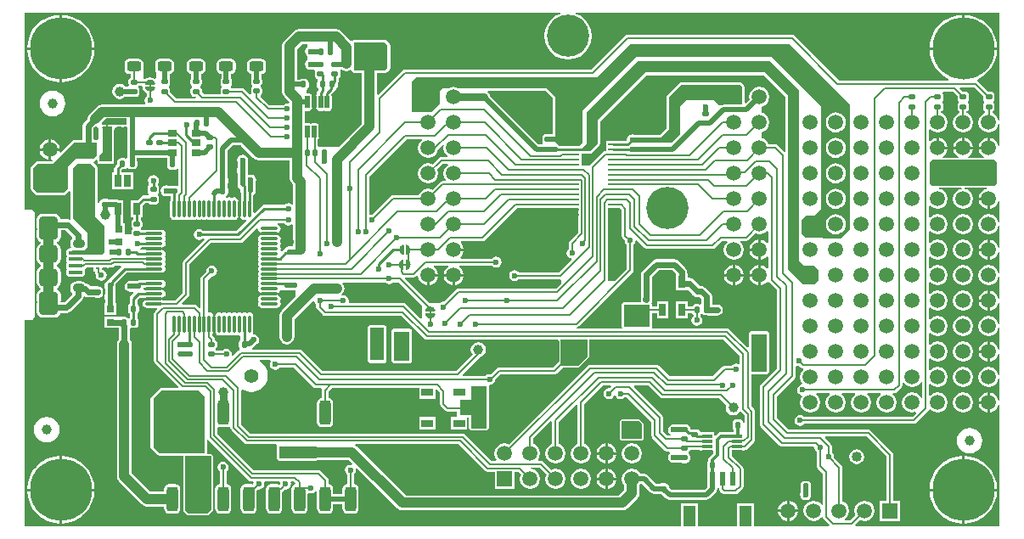
<source format=gtl>
G04*
G04 #@! TF.GenerationSoftware,Altium Limited,Altium Designer,20.1.11 (218)*
G04*
G04 Layer_Physical_Order=1*
G04 Layer_Color=255*
%FSLAX25Y25*%
%MOIN*%
G70*
G04*
G04 #@! TF.SameCoordinates,8DDD7718-E0D7-425E-BE50-D601791E5550*
G04*
G04*
G04 #@! TF.FilePolarity,Positive*
G04*
G01*
G75*
%ADD10C,0.00984*%
%ADD11C,0.02362*%
%ADD12C,0.01000*%
%ADD15C,0.00787*%
G04:AMPARAMS|DCode=19|XSize=24.41mil|YSize=22.44mil|CornerRadius=5.61mil|HoleSize=0mil|Usage=FLASHONLY|Rotation=0.000|XOffset=0mil|YOffset=0mil|HoleType=Round|Shape=RoundedRectangle|*
%AMROUNDEDRECTD19*
21,1,0.02441,0.01122,0,0,0.0*
21,1,0.01319,0.02244,0,0,0.0*
1,1,0.01122,0.00659,-0.00561*
1,1,0.01122,-0.00659,-0.00561*
1,1,0.01122,-0.00659,0.00561*
1,1,0.01122,0.00659,0.00561*
%
%ADD19ROUNDEDRECTD19*%
%ADD20R,0.02559X0.04724*%
%ADD21O,0.01181X0.07087*%
%ADD22O,0.07087X0.01181*%
G04:AMPARAMS|DCode=23|XSize=24.41mil|YSize=22.44mil|CornerRadius=5.61mil|HoleSize=0mil|Usage=FLASHONLY|Rotation=90.000|XOffset=0mil|YOffset=0mil|HoleType=Round|Shape=RoundedRectangle|*
%AMROUNDEDRECTD23*
21,1,0.02441,0.01122,0,0,90.0*
21,1,0.01319,0.02244,0,0,90.0*
1,1,0.01122,0.00561,0.00659*
1,1,0.01122,0.00561,-0.00659*
1,1,0.01122,-0.00561,-0.00659*
1,1,0.01122,-0.00561,0.00659*
%
%ADD23ROUNDEDRECTD23*%
G04:AMPARAMS|DCode=24|XSize=25.98mil|YSize=22.84mil|CornerRadius=5.71mil|HoleSize=0mil|Usage=FLASHONLY|Rotation=180.000|XOffset=0mil|YOffset=0mil|HoleType=Round|Shape=RoundedRectangle|*
%AMROUNDEDRECTD24*
21,1,0.02598,0.01142,0,0,180.0*
21,1,0.01457,0.02284,0,0,180.0*
1,1,0.01142,-0.00728,0.00571*
1,1,0.01142,0.00728,0.00571*
1,1,0.01142,0.00728,-0.00571*
1,1,0.01142,-0.00728,-0.00571*
%
%ADD24ROUNDEDRECTD24*%
%ADD25R,0.04528X0.02953*%
%ADD26R,0.03740X0.05512*%
G04:AMPARAMS|DCode=27|XSize=44.49mil|YSize=96.06mil|CornerRadius=11.12mil|HoleSize=0mil|Usage=FLASHONLY|Rotation=0.000|XOffset=0mil|YOffset=0mil|HoleType=Round|Shape=RoundedRectangle|*
%AMROUNDEDRECTD27*
21,1,0.04449,0.07382,0,0,0.0*
21,1,0.02224,0.09606,0,0,0.0*
1,1,0.02224,0.01112,-0.03691*
1,1,0.02224,-0.01112,-0.03691*
1,1,0.02224,-0.01112,0.03691*
1,1,0.02224,0.01112,0.03691*
%
%ADD27ROUNDEDRECTD27*%
%ADD28R,0.01654X0.00866*%
G04:AMPARAMS|DCode=29|XSize=15.75mil|YSize=53.15mil|CornerRadius=3.94mil|HoleSize=0mil|Usage=FLASHONLY|Rotation=270.000|XOffset=0mil|YOffset=0mil|HoleType=Round|Shape=RoundedRectangle|*
%AMROUNDEDRECTD29*
21,1,0.01575,0.04528,0,0,270.0*
21,1,0.00787,0.05315,0,0,270.0*
1,1,0.00787,-0.02264,-0.00394*
1,1,0.00787,-0.02264,0.00394*
1,1,0.00787,0.02264,0.00394*
1,1,0.00787,0.02264,-0.00394*
%
%ADD29ROUNDEDRECTD29*%
%ADD30R,0.04646X0.02402*%
G04:AMPARAMS|DCode=31|XSize=39.37mil|YSize=55.12mil|CornerRadius=9.84mil|HoleSize=0mil|Usage=FLASHONLY|Rotation=90.000|XOffset=0mil|YOffset=0mil|HoleType=Round|Shape=RoundedRectangle|*
%AMROUNDEDRECTD31*
21,1,0.03937,0.03543,0,0,90.0*
21,1,0.01968,0.05512,0,0,90.0*
1,1,0.01968,0.01772,0.00984*
1,1,0.01968,0.01772,-0.00984*
1,1,0.01968,-0.01772,-0.00984*
1,1,0.01968,-0.01772,0.00984*
%
%ADD31ROUNDEDRECTD31*%
G04:AMPARAMS|DCode=32|XSize=25.98mil|YSize=22.84mil|CornerRadius=5.71mil|HoleSize=0mil|Usage=FLASHONLY|Rotation=270.000|XOffset=0mil|YOffset=0mil|HoleType=Round|Shape=RoundedRectangle|*
%AMROUNDEDRECTD32*
21,1,0.02598,0.01142,0,0,270.0*
21,1,0.01457,0.02284,0,0,270.0*
1,1,0.01142,-0.00571,-0.00728*
1,1,0.01142,-0.00571,0.00728*
1,1,0.01142,0.00571,0.00728*
1,1,0.01142,0.00571,-0.00728*
%
%ADD32ROUNDEDRECTD32*%
G04:AMPARAMS|DCode=33|XSize=17.72mil|YSize=47.24mil|CornerRadius=1.95mil|HoleSize=0mil|Usage=FLASHONLY|Rotation=0.000|XOffset=0mil|YOffset=0mil|HoleType=Round|Shape=RoundedRectangle|*
%AMROUNDEDRECTD33*
21,1,0.01772,0.04335,0,0,0.0*
21,1,0.01382,0.04724,0,0,0.0*
1,1,0.00390,0.00691,-0.02167*
1,1,0.00390,-0.00691,-0.02167*
1,1,0.00390,-0.00691,0.02167*
1,1,0.00390,0.00691,0.02167*
%
%ADD33ROUNDEDRECTD33*%
%ADD34R,0.03937X0.01300*%
%ADD35R,0.03543X0.02559*%
%ADD36R,0.03937X0.00984*%
%ADD37R,0.02362X0.05315*%
%ADD38R,0.02756X0.02559*%
%ADD39R,0.04724X0.07874*%
G04:AMPARAMS|DCode=40|XSize=46.26mil|YSize=74.8mil|CornerRadius=11.57mil|HoleSize=0mil|Usage=FLASHONLY|Rotation=90.000|XOffset=0mil|YOffset=0mil|HoleType=Round|Shape=RoundedRectangle|*
%AMROUNDEDRECTD40*
21,1,0.04626,0.05167,0,0,90.0*
21,1,0.02313,0.07480,0,0,90.0*
1,1,0.02313,0.02584,0.01157*
1,1,0.02313,0.02584,-0.01157*
1,1,0.02313,-0.02584,-0.01157*
1,1,0.02313,-0.02584,0.01157*
%
%ADD40ROUNDEDRECTD40*%
G04:AMPARAMS|DCode=41|XSize=70.87mil|YSize=74.8mil|CornerRadius=17.72mil|HoleSize=0mil|Usage=FLASHONLY|Rotation=270.000|XOffset=0mil|YOffset=0mil|HoleType=Round|Shape=RoundedRectangle|*
%AMROUNDEDRECTD41*
21,1,0.07087,0.03937,0,0,270.0*
21,1,0.03543,0.07480,0,0,270.0*
1,1,0.03543,-0.01968,-0.01772*
1,1,0.03543,-0.01968,0.01772*
1,1,0.03543,0.01968,0.01772*
1,1,0.03543,0.01968,-0.01772*
%
%ADD41ROUNDEDRECTD41*%
%ADD72C,0.04000*%
%ADD78C,0.00600*%
%ADD79C,0.00787*%
%ADD80C,0.03937*%
%ADD81C,0.01968*%
%ADD82C,0.03937*%
%ADD83C,0.00800*%
%ADD84C,0.02000*%
%ADD85C,0.01181*%
%ADD86C,0.01378*%
%ADD87C,0.03150*%
%ADD88C,0.01102*%
%ADD89C,0.00591*%
%ADD90R,0.10000X0.08500*%
%ADD91R,0.06000X0.15000*%
%ADD92R,0.09500X0.06000*%
%ADD93R,0.06000X0.16500*%
%ADD94R,0.06000X0.11500*%
%ADD95R,0.05500X0.13000*%
%ADD96R,0.14500X0.05000*%
%ADD97C,0.05512*%
%ADD98C,0.05906*%
%ADD99C,0.24410*%
%ADD100R,0.05906X0.05906*%
%ADD101C,0.16535*%
G04:AMPARAMS|DCode=102|XSize=74.8mil|YSize=59.06mil|CornerRadius=14.76mil|HoleSize=0mil|Usage=FLASHONLY|Rotation=0.000|XOffset=0mil|YOffset=0mil|HoleType=Round|Shape=RoundedRectangle|*
%AMROUNDEDRECTD102*
21,1,0.07480,0.02953,0,0,0.0*
21,1,0.04528,0.05906,0,0,0.0*
1,1,0.02953,0.02264,-0.01476*
1,1,0.02953,-0.02264,-0.01476*
1,1,0.02953,-0.02264,0.01476*
1,1,0.02953,0.02264,0.01476*
%
%ADD102ROUNDEDRECTD102*%
%ADD103O,0.04724X0.03543*%
%ADD104R,0.05906X0.05906*%
%ADD105C,0.02362*%
G36*
X384354Y160654D02*
X383854Y160605D01*
X383671Y161521D01*
X382810Y162810D01*
X381521Y163672D01*
X381443Y163687D01*
Y164320D01*
X381823Y164574D01*
X382156Y165072D01*
X382273Y165659D01*
Y166781D01*
X382156Y167369D01*
X381823Y167867D01*
Y168353D01*
X382156Y168851D01*
X382273Y169439D01*
Y170561D01*
X382156Y171149D01*
X381823Y171647D01*
X381325Y171979D01*
X380737Y172096D01*
X379912D01*
X375843Y176165D01*
X375550Y176361D01*
X375518Y176850D01*
X375540Y176923D01*
X377450Y177944D01*
X379461Y179594D01*
X381111Y181605D01*
X382337Y183899D01*
X383092Y186388D01*
X383298Y188476D01*
X356859D01*
X357065Y186388D01*
X357820Y183899D01*
X359046Y181605D01*
X360696Y179594D01*
X362707Y177944D01*
X364352Y177065D01*
X364227Y176565D01*
X321245D01*
X303745Y194065D01*
X303302Y194361D01*
X302780Y194465D01*
X238100D01*
X237578Y194361D01*
X237135Y194065D01*
X223935Y180865D01*
X150975D01*
X150453Y180761D01*
X150010Y180465D01*
X140439Y170894D01*
X139977Y171085D01*
Y179547D01*
X143027Y179547D01*
X143750Y179847D01*
X144768Y180864D01*
X145068Y181587D01*
X145067Y190381D01*
X144913Y190753D01*
X144768Y191104D01*
X143734Y192138D01*
X143734Y192138D01*
X143734Y192138D01*
X143383Y192283D01*
X143011Y192437D01*
X143011Y192437D01*
X143011Y192437D01*
X130827Y192437D01*
X130104Y192138D01*
X129527Y192052D01*
X125847Y195733D01*
X124883Y196377D01*
X123746Y196603D01*
X109338D01*
X108201Y196377D01*
X107238Y195733D01*
X103561Y192056D01*
X102917Y191092D01*
X102691Y189955D01*
Y183804D01*
X102616Y183427D01*
Y175140D01*
Y172205D01*
X102842Y171068D01*
X103486Y170104D01*
X105417Y168173D01*
X105396Y167780D01*
X104934Y167421D01*
X104700Y167468D01*
X103870Y167303D01*
X103167Y166833D01*
X103055Y166665D01*
X97636D01*
X94281Y170020D01*
X94344Y170663D01*
X94363Y170676D01*
X94696Y171174D01*
X94813Y171762D01*
Y172884D01*
X94696Y173471D01*
X94363Y173969D01*
Y174456D01*
X94696Y174954D01*
X94813Y175541D01*
Y176663D01*
X94696Y177251D01*
X94585Y177417D01*
Y179076D01*
X95143Y179187D01*
X95781Y179613D01*
X96207Y180251D01*
X96357Y181004D01*
Y182972D01*
X96207Y183725D01*
X95781Y184363D01*
X95143Y184790D01*
X94390Y184939D01*
X90847D01*
X90094Y184790D01*
X89456Y184363D01*
X89029Y183725D01*
X88880Y182972D01*
Y181004D01*
X89029Y180251D01*
X89456Y179613D01*
X90094Y179187D01*
X90651Y179076D01*
Y177417D01*
X90540Y177251D01*
X90423Y176663D01*
Y175541D01*
X90540Y174954D01*
X90873Y174456D01*
Y173969D01*
X90540Y173471D01*
X90423Y172884D01*
Y171762D01*
X90535Y171203D01*
X90513Y171172D01*
X90053Y170977D01*
X87860Y173170D01*
X87418Y173466D01*
X86895Y173570D01*
X82642D01*
X82507Y173772D01*
X82454Y174111D01*
Y174338D01*
X82787Y174836D01*
X82903Y175423D01*
Y176545D01*
X82787Y177133D01*
X82676Y177299D01*
Y179076D01*
X83233Y179187D01*
X83871Y179613D01*
X84298Y180251D01*
X84447Y181004D01*
Y182972D01*
X84298Y183725D01*
X83871Y184363D01*
X83233Y184790D01*
X82480Y184939D01*
X78937D01*
X78184Y184790D01*
X77546Y184363D01*
X77120Y183725D01*
X76970Y182972D01*
Y181004D01*
X77120Y180251D01*
X77546Y179613D01*
X78184Y179187D01*
X78742Y179076D01*
Y177299D01*
X78631Y177133D01*
X78514Y176545D01*
Y175423D01*
X78631Y174836D01*
X78964Y174338D01*
Y173851D01*
X78631Y173353D01*
X78514Y172766D01*
Y171644D01*
X78547Y171475D01*
X78230Y171089D01*
X71964D01*
X71092Y171960D01*
Y172785D01*
X70976Y173373D01*
X70643Y173871D01*
Y174357D01*
X70976Y174855D01*
X71092Y175443D01*
Y176565D01*
X70976Y177153D01*
X70865Y177319D01*
Y179076D01*
X71422Y179187D01*
X72060Y179613D01*
X72487Y180251D01*
X72636Y181004D01*
Y182972D01*
X72487Y183725D01*
X72060Y184363D01*
X71422Y184790D01*
X70669Y184939D01*
X67126D01*
X66373Y184790D01*
X65735Y184363D01*
X65309Y183725D01*
X65159Y182972D01*
Y181004D01*
X65309Y180251D01*
X65735Y179613D01*
X66373Y179187D01*
X66931Y179076D01*
Y177319D01*
X66820Y177153D01*
X66703Y176565D01*
Y175443D01*
X66820Y174855D01*
X67153Y174357D01*
Y173871D01*
X66820Y173373D01*
X66703Y172785D01*
Y171663D01*
X66820Y171076D01*
X67153Y170578D01*
X67651Y170245D01*
X68238Y170128D01*
X68813D01*
X68935Y169965D01*
X68684Y169465D01*
X61264D01*
X58691Y172038D01*
Y172766D01*
X58574Y173353D01*
X58241Y173851D01*
Y174338D01*
X58574Y174836D01*
X58691Y175423D01*
Y176545D01*
X58574Y177133D01*
X58463Y177299D01*
Y179076D01*
X59020Y179187D01*
X59658Y179613D01*
X60085Y180251D01*
X60235Y181004D01*
Y182972D01*
X60085Y183725D01*
X59658Y184363D01*
X59020Y184790D01*
X58268Y184939D01*
X54724D01*
X53972Y184790D01*
X53334Y184363D01*
X52907Y183725D01*
X52758Y182972D01*
Y181004D01*
X52907Y180251D01*
X52949Y180188D01*
X53200Y179800D01*
X53200D01*
X53200Y179800D01*
Y177367D01*
X52700Y177099D01*
X51968Y177588D01*
X50800Y177821D01*
X49632Y177588D01*
X49043Y177195D01*
X48300D01*
Y180500D01*
X48300D01*
X48160Y180670D01*
X48227Y181004D01*
Y182972D01*
X48077Y183725D01*
X47651Y184363D01*
X47012Y184790D01*
X46260Y184939D01*
X42717D01*
X41964Y184790D01*
X41326Y184363D01*
X40899Y183725D01*
X40750Y182972D01*
Y181004D01*
X40899Y180251D01*
X41326Y179613D01*
X41964Y179187D01*
X42717Y179037D01*
X43123D01*
Y177806D01*
X42743Y177552D01*
X42410Y177054D01*
X42293Y176467D01*
Y175345D01*
X42410Y174757D01*
X42494Y174632D01*
X42226Y174132D01*
X41093D01*
X40978Y174305D01*
X40014Y174949D01*
X38877Y175175D01*
X37740Y174949D01*
X36777Y174305D01*
X36133Y173342D01*
X35907Y172205D01*
X36133Y171068D01*
X36777Y170104D01*
X37740Y169460D01*
X38877Y169234D01*
X40014Y169460D01*
X40978Y170104D01*
X41041Y170198D01*
X43163D01*
X43241Y170147D01*
X43829Y170030D01*
X45148D01*
X45735Y170147D01*
X46233Y170479D01*
X46566Y170977D01*
X46683Y171565D01*
Y172687D01*
X46566Y173275D01*
X46233Y173773D01*
Y173999D01*
X46287Y174338D01*
X46371Y174465D01*
X47498D01*
X47869Y173965D01*
X47836Y173798D01*
X47897Y173488D01*
X47895Y173487D01*
X47979Y173064D01*
X48020Y173003D01*
X48641Y172074D01*
X49435Y171543D01*
Y170245D01*
X49267Y170133D01*
X48797Y169430D01*
X48632Y168600D01*
X48797Y167771D01*
X48998Y167471D01*
X48731Y166971D01*
X32000D01*
X30863Y166744D01*
X29900Y166100D01*
X27200Y163400D01*
X26556Y162437D01*
X26353Y161419D01*
X24967Y160033D01*
X24497Y159329D01*
X24332Y158500D01*
X24332Y158500D01*
Y152977D01*
X20879Y152977D01*
X20155Y152677D01*
X15736Y148258D01*
X15275Y148504D01*
X15348Y148870D01*
X11917D01*
Y145439D01*
X12283Y145512D01*
X12530Y145051D01*
X12099Y144621D01*
X6467Y144621D01*
X5744Y144322D01*
X4198Y142776D01*
X3898Y142053D01*
X3898Y134060D01*
X4198Y133337D01*
X5684Y131851D01*
X6407Y131551D01*
X17166Y131551D01*
X17890Y131851D01*
X18980Y132941D01*
X19480Y132734D01*
X19480Y122538D01*
X19607Y122231D01*
X19436Y121977D01*
X19236Y121820D01*
X18626Y121941D01*
X18626Y121941D01*
X15699D01*
X15568Y122598D01*
X15033Y123399D01*
X14232Y123934D01*
X13287Y124122D01*
X8760D01*
X7815Y123934D01*
X7014Y123399D01*
X6479Y122598D01*
X6291Y121653D01*
Y118701D01*
X6419Y118056D01*
X6297Y117443D01*
Y115130D01*
X6460Y114310D01*
X6925Y113615D01*
X7620Y113151D01*
X7914Y113092D01*
X7975Y112720D01*
X7960Y112575D01*
X7097Y111998D01*
X6496Y111099D01*
X6285Y110039D01*
Y106496D01*
X6496Y105436D01*
X7097Y104538D01*
X7874Y104018D01*
X7906Y103892D01*
Y103588D01*
X7874Y103462D01*
X7097Y102943D01*
X6496Y102044D01*
X6285Y100984D01*
Y97441D01*
X6496Y96381D01*
X7097Y95482D01*
X7960Y94906D01*
X7975Y94760D01*
X7914Y94388D01*
X7620Y94330D01*
X6925Y93865D01*
X6460Y93170D01*
X6297Y92350D01*
Y90037D01*
X6419Y89424D01*
X6291Y88779D01*
Y85827D01*
X6479Y84882D01*
X7014Y84081D01*
X7815Y83546D01*
X8760Y83358D01*
X13287D01*
X14232Y83546D01*
X15033Y84081D01*
X15568Y84882D01*
X15619Y85136D01*
X18027D01*
X18027Y85136D01*
X18857Y85300D01*
X19560Y85770D01*
X24111Y90321D01*
X24581Y91025D01*
X24680Y91522D01*
X25231Y91732D01*
X25689Y91426D01*
X26518Y91261D01*
X29305D01*
X29541Y91214D01*
X30859D01*
X31447Y91331D01*
X31945Y91663D01*
X32278Y92162D01*
X32395Y92749D01*
Y93871D01*
X32278Y94459D01*
X31945Y94957D01*
X31447Y95290D01*
X31153Y95348D01*
X31029Y95431D01*
X30200Y95596D01*
X27416D01*
X26725Y96287D01*
X26022Y96757D01*
X25426Y96876D01*
X25384Y96939D01*
X24485Y97539D01*
X23425Y97750D01*
X22244D01*
X21184Y97539D01*
X20286Y96939D01*
X19685Y96040D01*
X19474Y94980D01*
X19685Y93920D01*
X20286Y93022D01*
X20173Y92515D01*
X17129Y89471D01*
X16031D01*
X15714Y89857D01*
X15750Y90037D01*
Y92350D01*
X15587Y93170D01*
X15122Y93865D01*
X14427Y94330D01*
X14133Y94388D01*
X14072Y94760D01*
X14087Y94906D01*
X14951Y95482D01*
X15551Y96381D01*
X15762Y97441D01*
Y100984D01*
X15551Y102044D01*
X14951Y102943D01*
X14173Y103462D01*
X14141Y103588D01*
Y103892D01*
X14173Y104018D01*
X14951Y104538D01*
X15551Y105436D01*
X15762Y106496D01*
Y110039D01*
X15551Y111099D01*
X14951Y111998D01*
X14087Y112575D01*
X14072Y112720D01*
X14133Y113092D01*
X14427Y113151D01*
X15122Y113615D01*
X15587Y114310D01*
X15750Y115130D01*
Y117443D01*
X15884Y117606D01*
X17729D01*
X20298Y115036D01*
X20286Y114459D01*
X19685Y113560D01*
X19474Y112500D01*
X19685Y111440D01*
X19941Y111058D01*
X19705Y110617D01*
X19291D01*
X18769Y110513D01*
X18326Y110217D01*
X18030Y109774D01*
X17927Y109252D01*
Y108465D01*
X18030Y107942D01*
X18273Y107579D01*
X18030Y107215D01*
X17927Y106693D01*
Y105905D01*
X18030Y105383D01*
X18273Y105020D01*
X18030Y104656D01*
X17927Y104134D01*
Y103347D01*
X18030Y102824D01*
X18273Y102461D01*
X18030Y102097D01*
X17927Y101575D01*
Y100787D01*
X18030Y100265D01*
X18326Y99822D01*
X18769Y99527D01*
X19291Y99423D01*
X23819D01*
X24341Y99527D01*
X24784Y99822D01*
X25080Y100265D01*
X25184Y100787D01*
Y101575D01*
X25106Y101965D01*
X25129Y102479D01*
X25571Y102775D01*
X25732Y102935D01*
X28449D01*
Y101347D01*
X29289D01*
Y100946D01*
X29393Y100424D01*
X29488Y100281D01*
X29432Y100000D01*
X29597Y99171D01*
X30067Y98467D01*
X30770Y97997D01*
X31600Y97832D01*
X32430Y97997D01*
X33133Y98467D01*
X33603Y99171D01*
X33768Y100000D01*
X33603Y100830D01*
X33133Y101533D01*
X32430Y102003D01*
X32018Y102084D01*
Y102686D01*
X32478Y102922D01*
X34551D01*
Y102935D01*
X35662D01*
X36184Y103039D01*
X36627Y103335D01*
X36987Y103695D01*
X39310D01*
X39517Y103195D01*
X34677Y98355D01*
X34370Y97896D01*
X34015Y97825D01*
X33514Y97490D01*
X33178Y96989D01*
X33061Y96398D01*
Y94941D01*
X33178Y94349D01*
X33191Y94332D01*
Y92873D01*
X33178Y92855D01*
X33061Y92264D01*
Y90807D01*
X33178Y90216D01*
X33191Y90198D01*
Y89035D01*
X32815D01*
Y84587D01*
X37461D01*
Y89035D01*
X37124D01*
Y90139D01*
X37176Y90216D01*
X37293Y90807D01*
Y92264D01*
X37176Y92855D01*
X37124Y92932D01*
Y94273D01*
X37176Y94349D01*
X37293Y94941D01*
Y96398D01*
X37281Y96461D01*
Y96644D01*
X41670Y101034D01*
X49208D01*
X49409Y100994D01*
X55315D01*
X55914Y101113D01*
X56422Y101452D01*
X56761Y101960D01*
X56880Y102559D01*
X56761Y103158D01*
X56504Y103543D01*
X56761Y103928D01*
X56880Y104528D01*
X56761Y105127D01*
X56504Y105512D01*
X56761Y105897D01*
X56880Y106496D01*
X56761Y107095D01*
X56504Y107480D01*
X56761Y107866D01*
X56880Y108465D01*
X56761Y109064D01*
X56422Y109572D01*
X55914Y109911D01*
X55315Y110030D01*
X49409D01*
X49208Y109990D01*
X47017D01*
X46866Y110490D01*
X47433Y110869D01*
X47473Y110928D01*
X48945D01*
X49409Y110836D01*
X55315D01*
X55914Y110955D01*
X56422Y111295D01*
X56761Y111802D01*
X56880Y112402D01*
X56761Y113001D01*
X56504Y113386D01*
X56761Y113771D01*
X56880Y114370D01*
X56761Y114969D01*
X56504Y115354D01*
X56761Y115740D01*
X56880Y116339D01*
X56761Y116938D01*
X56422Y117446D01*
X55914Y117785D01*
X55315Y117904D01*
X49409D01*
X48874Y117798D01*
X47452D01*
X47345Y117957D01*
Y118443D01*
X47678Y118941D01*
X47795Y119529D01*
Y120651D01*
X47678Y121238D01*
X47345Y121737D01*
X47069Y121921D01*
Y122830D01*
X47816D01*
Y127361D01*
X48821Y128366D01*
X50226D01*
X50341Y128193D01*
X50840Y127860D01*
X51427Y127743D01*
X52746D01*
X53334Y127860D01*
X53832Y128193D01*
X54165Y128691D01*
X54282Y129278D01*
Y130400D01*
X54165Y130988D01*
X53832Y131486D01*
Y131972D01*
X54165Y132470D01*
X54282Y133058D01*
Y134180D01*
X54165Y134767D01*
X53832Y135266D01*
X53788Y135873D01*
X54089Y136324D01*
X54254Y137153D01*
X54089Y137983D01*
X53619Y138686D01*
X52916Y139156D01*
X52087Y139321D01*
X51257Y139156D01*
X50554Y138686D01*
X50084Y137983D01*
X49919Y137153D01*
X50084Y136324D01*
X50385Y135873D01*
X50341Y135266D01*
X50009Y134767D01*
X49892Y134180D01*
Y133058D01*
X50009Y132470D01*
X50341Y131972D01*
Y131764D01*
X50180Y131313D01*
X48211D01*
X47647Y131200D01*
X47169Y130881D01*
X45733Y129444D01*
X43367D01*
Y122830D01*
X44123D01*
Y121915D01*
X43855Y121737D01*
X43522Y121238D01*
X43405Y120651D01*
Y119529D01*
X43522Y118941D01*
X43855Y118443D01*
Y117957D01*
X43522Y117459D01*
X43405Y116871D01*
Y116250D01*
X41023D01*
Y120482D01*
X40094D01*
Y122830D01*
X40336D01*
Y129444D01*
X38606D01*
X38219Y129703D01*
X37460Y129854D01*
X34443D01*
X34420Y129869D01*
X33828Y129987D01*
X32372D01*
X31780Y129869D01*
X31279Y129534D01*
X30944Y129033D01*
X30840Y128512D01*
X30340Y128561D01*
X30340Y142136D01*
X30041Y142859D01*
X28583Y144316D01*
X28591Y144468D01*
X28611Y144534D01*
X28763Y144843D01*
X29422Y145116D01*
X29636Y145330D01*
X30098Y145139D01*
Y143681D01*
X36634D01*
Y144944D01*
X36639Y144957D01*
X36639Y157092D01*
X36780Y157303D01*
X36821Y157364D01*
X36905Y157787D01*
X37112Y158209D01*
X37460Y158140D01*
X38290Y158305D01*
X38474Y158428D01*
X38948D01*
X39132Y158305D01*
X39962Y158140D01*
X40791Y158305D01*
X40976Y158428D01*
X41400D01*
X41758Y158188D01*
Y148209D01*
Y146057D01*
X41258Y145789D01*
X41110Y145888D01*
X40523Y146005D01*
X39401D01*
X38813Y145888D01*
X38315Y145555D01*
X37982Y145057D01*
X37865Y144470D01*
Y143666D01*
X37069Y142870D01*
X36750Y142392D01*
X36638Y141828D01*
Y140468D01*
X35887D01*
Y133854D01*
X44076D01*
Y140468D01*
X39584D01*
Y141218D01*
X39982Y141615D01*
X40523D01*
X41110Y141732D01*
X41608Y142065D01*
X42094D01*
X42592Y141732D01*
X43180Y141615D01*
X44302D01*
X44890Y141732D01*
X45388Y142065D01*
X45721Y142563D01*
X45838Y143151D01*
Y144470D01*
X45724Y145040D01*
Y146226D01*
X49262D01*
X49833Y146112D01*
X51152D01*
X51672Y146216D01*
X53271D01*
X53281Y146209D01*
X53868Y146093D01*
X55187D01*
X55775Y146209D01*
X55799Y146226D01*
X56831D01*
Y146004D01*
X57643D01*
Y144605D01*
X57588Y144331D01*
Y142874D01*
X57706Y142283D01*
X58041Y141781D01*
X58542Y141446D01*
X59134Y141329D01*
X60276D01*
X60867Y141446D01*
X61368Y141781D01*
X61435Y141881D01*
X61935Y141729D01*
Y135398D01*
X61435Y135101D01*
X61004Y135187D01*
X59547D01*
X59007Y135080D01*
X58087D01*
X58019Y135125D01*
X57189Y135290D01*
X56360Y135125D01*
X55657Y134655D01*
X55187Y133952D01*
X55022Y133123D01*
X55187Y132293D01*
X55657Y131590D01*
X56360Y131120D01*
X57189Y130955D01*
X57988Y131114D01*
X58735D01*
Y129459D01*
X58671Y129134D01*
Y123228D01*
X58790Y122629D01*
X59129Y122121D01*
X59637Y121782D01*
X60236Y121663D01*
X60835Y121782D01*
X61221Y122039D01*
X61606Y121782D01*
X62205Y121663D01*
X62804Y121782D01*
X63189Y122039D01*
X63574Y121782D01*
X64173Y121663D01*
X64772Y121782D01*
X65158Y122039D01*
X65543Y121782D01*
X66142Y121663D01*
X66741Y121782D01*
X67126Y122039D01*
X67511Y121782D01*
X68110Y121663D01*
X68709Y121782D01*
X69095Y122039D01*
X69480Y121782D01*
X70079Y121663D01*
X70678Y121782D01*
X71063Y122039D01*
X71448Y121782D01*
X72047Y121663D01*
X72646Y121782D01*
X73032Y122039D01*
X73417Y121782D01*
X74016Y121663D01*
X74615Y121782D01*
X75000Y122039D01*
X75385Y121782D01*
X75984Y121663D01*
X76583Y121782D01*
X76968Y122039D01*
X77354Y121782D01*
X77953Y121663D01*
X78552Y121782D01*
X78937Y122039D01*
X79322Y121782D01*
X79921Y121663D01*
X80520Y121782D01*
X80905Y122039D01*
X81291Y121782D01*
X81890Y121663D01*
X82489Y121782D01*
X82874Y122039D01*
X83259Y121782D01*
X83858Y121663D01*
X84457Y121782D01*
X84965Y122121D01*
X85305Y122629D01*
X85424Y123228D01*
Y129134D01*
X85305Y129733D01*
X84965Y130241D01*
X84457Y130580D01*
X83858Y130699D01*
X83259Y130580D01*
X82874Y130323D01*
X82489Y130580D01*
X81890Y130699D01*
X81291Y130580D01*
X81065Y130430D01*
X80703Y130616D01*
X80708Y131130D01*
X81034Y131348D01*
X81369Y131850D01*
X81486Y132441D01*
Y133898D01*
X81369Y134489D01*
X81353Y134512D01*
Y135856D01*
X81370Y135880D01*
X81487Y136472D01*
Y137928D01*
X81370Y138520D01*
X81353Y138544D01*
Y149079D01*
X83274Y150999D01*
X86400D01*
X86517Y150882D01*
X86639Y150800D01*
X86721Y150678D01*
X91370Y146029D01*
X92333Y145386D01*
X93470Y145159D01*
X105671D01*
Y142910D01*
X105630Y142700D01*
X105671Y142490D01*
Y138107D01*
X105897Y136970D01*
X106541Y136006D01*
X106951Y135597D01*
Y128111D01*
X106451Y127843D01*
X106007Y128140D01*
X105177Y128305D01*
X104348Y128140D01*
X103644Y127670D01*
X103605Y127611D01*
X95525D01*
X94961Y127498D01*
X94483Y127179D01*
X91791Y124487D01*
X91329Y124679D01*
Y129134D01*
X91272Y129424D01*
Y131436D01*
X91785Y131779D01*
X91785Y131779D01*
X91935Y131879D01*
X92269Y132380D01*
X92387Y132972D01*
Y134428D01*
X92321Y134760D01*
Y136538D01*
X92357Y136592D01*
X92522Y137421D01*
X92357Y138251D01*
X91887Y138954D01*
X91184Y139424D01*
X90354Y139589D01*
X89648Y139448D01*
X89536Y139512D01*
X89164Y139832D01*
X89282Y140423D01*
Y141880D01*
X89164Y142471D01*
X89148Y142495D01*
Y144241D01*
X89168Y144271D01*
X89333Y145100D01*
X89168Y145930D01*
X88698Y146633D01*
X87995Y147103D01*
X87165Y147268D01*
X86336Y147103D01*
X85633Y146633D01*
X85163Y145930D01*
X84998Y145100D01*
X85163Y144271D01*
X85182Y144241D01*
Y142495D01*
X85167Y142471D01*
X85049Y141880D01*
Y140423D01*
X85167Y139832D01*
X85182Y139808D01*
Y135630D01*
X85333Y134871D01*
X85763Y134228D01*
X86330Y133849D01*
Y129638D01*
X86230Y129134D01*
Y123228D01*
X86349Y122629D01*
X86688Y122121D01*
X87196Y121782D01*
X87795Y121663D01*
X88375Y121778D01*
X88413Y121753D01*
X88670Y121366D01*
X84717Y117413D01*
X71673D01*
X71633Y117473D01*
X70929Y117943D01*
X70100Y118108D01*
X69270Y117943D01*
X68567Y117473D01*
X68097Y116770D01*
X67932Y115940D01*
X68097Y115111D01*
X68567Y114407D01*
X69270Y113937D01*
X70100Y113772D01*
X70929Y113937D01*
X71622Y114400D01*
X71683Y114403D01*
X71974Y114381D01*
X72167Y113897D01*
X64035Y105765D01*
X63739Y105322D01*
X63635Y104800D01*
Y93126D01*
X60654Y90144D01*
X56036D01*
X55914Y90226D01*
X55315Y90345D01*
X49409D01*
X48810Y90226D01*
X48303Y89886D01*
X47963Y89379D01*
X47844Y88779D01*
X47963Y88180D01*
X48303Y87673D01*
X48810Y87333D01*
X49409Y87214D01*
X53470D01*
X53661Y86752D01*
X52735Y85826D01*
X52439Y85383D01*
X52335Y84861D01*
Y66303D01*
X52439Y65781D01*
X52735Y65338D01*
X61888Y56185D01*
X61697Y55723D01*
X55300Y55723D01*
X54577Y55423D01*
X51363Y52210D01*
X51064Y51487D01*
X51064Y32592D01*
X51363Y31868D01*
X53877Y29355D01*
X54600Y29055D01*
X63724Y29055D01*
X63761Y29000D01*
X63761Y7900D01*
X63948Y7448D01*
X63948Y7448D01*
X65577Y5819D01*
X66029Y5632D01*
X73352D01*
X73804Y5819D01*
X75318Y7333D01*
X75411Y7558D01*
X75506Y7784D01*
X75540Y28999D01*
X75540Y29000D01*
X75540Y29000D01*
X75447Y29224D01*
X75354Y29451D01*
X75353Y29452D01*
X75353Y29452D01*
X75127Y29546D01*
X74902Y29639D01*
X74901Y29639D01*
X74901Y29639D01*
X73391D01*
X73113Y30055D01*
X73123Y30078D01*
X73123Y35301D01*
X73357Y35435D01*
X73623Y35485D01*
X89573Y19535D01*
X90016Y19239D01*
X90538Y19135D01*
X91146D01*
X91459Y18635D01*
X91332Y18000D01*
X91205Y17873D01*
X90600Y17993D01*
X88376D01*
X87573Y17833D01*
X86893Y17379D01*
X86438Y16698D01*
X86279Y15896D01*
Y8514D01*
X86438Y7711D01*
X86893Y7031D01*
X87573Y6576D01*
X88376Y6416D01*
X90600D01*
X91403Y6576D01*
X92084Y7031D01*
X92538Y7711D01*
X92698Y8514D01*
Y15268D01*
X93302Y15872D01*
X93500Y15832D01*
X94330Y15997D01*
X95033Y16467D01*
X95503Y17170D01*
X95668Y18000D01*
X95541Y18635D01*
X95854Y19135D01*
X101646D01*
X101959Y18635D01*
X101858Y18131D01*
X101483Y17886D01*
X101354Y17843D01*
X100600Y17993D01*
X98376D01*
X97573Y17833D01*
X96893Y17379D01*
X96438Y16698D01*
X96279Y15896D01*
Y8514D01*
X96438Y7711D01*
X96893Y7031D01*
X97573Y6576D01*
X98376Y6416D01*
X100600D01*
X101403Y6576D01*
X102084Y7031D01*
X102538Y7711D01*
X102698Y8514D01*
Y14884D01*
X103047Y15117D01*
X103802Y15872D01*
X104000Y15832D01*
X104830Y15997D01*
X105533Y16467D01*
X106003Y17170D01*
X106168Y18000D01*
X106041Y18635D01*
X106354Y19135D01*
X107027D01*
X107778Y18384D01*
X107613Y17841D01*
X107573Y17833D01*
X106893Y17379D01*
X106438Y16698D01*
X106279Y15896D01*
Y8514D01*
X106438Y7711D01*
X106893Y7031D01*
X107573Y6576D01*
X108376Y6416D01*
X110600D01*
X111403Y6576D01*
X112083Y7031D01*
X112538Y7711D01*
X112698Y8514D01*
Y14238D01*
X113110Y14494D01*
X113198Y14492D01*
X114000Y14332D01*
X114830Y14497D01*
X115533Y14967D01*
X115779Y15335D01*
X116279Y15183D01*
Y8514D01*
X116438Y7711D01*
X116893Y7031D01*
X117573Y6576D01*
X118376Y6416D01*
X120600D01*
X121403Y6576D01*
X122083Y7031D01*
X122538Y7711D01*
X122698Y8514D01*
Y10238D01*
X126279D01*
Y8514D01*
X126438Y7711D01*
X126893Y7031D01*
X127573Y6576D01*
X128376Y6416D01*
X130600D01*
X131403Y6576D01*
X132083Y7031D01*
X132538Y7711D01*
X132698Y8514D01*
Y15896D01*
X132538Y16698D01*
X132083Y17379D01*
X131403Y17833D01*
X130859Y17942D01*
Y21851D01*
X131033Y21967D01*
X131503Y22670D01*
X131668Y23500D01*
X131562Y24030D01*
X132023Y24276D01*
X147800Y8500D01*
X148763Y7856D01*
X149900Y7630D01*
X236100D01*
X237237Y7856D01*
X238200Y8500D01*
X242100Y12400D01*
X242744Y13363D01*
X242970Y14500D01*
Y17430D01*
X243363Y18017D01*
X243954D01*
X247192Y14779D01*
X247836Y14349D01*
X248594Y14198D01*
X251019D01*
X251042Y14182D01*
X251634Y14065D01*
X251674D01*
X253355Y12384D01*
X253998Y11954D01*
X254757Y11804D01*
X269252D01*
X270011Y11954D01*
X270654Y12384D01*
X272872Y14602D01*
X273302Y15245D01*
X273452Y16004D01*
Y16398D01*
X274128D01*
Y16161D01*
X274232Y15639D01*
X274528Y15196D01*
X275354Y14370D01*
X275797Y14074D01*
X276319Y13970D01*
X280690D01*
X281212Y14074D01*
X281655Y14370D01*
X283367Y16082D01*
X283663Y16524D01*
X283766Y17047D01*
Y23977D01*
X283663Y24499D01*
X283367Y24942D01*
X279165Y29144D01*
Y31249D01*
X284251D01*
Y31479D01*
X284344D01*
X284866Y31583D01*
X285309Y31878D01*
X287965Y34535D01*
X288261Y34978D01*
X288365Y35500D01*
Y46538D01*
X288261Y47060D01*
X287965Y47503D01*
X286765Y48703D01*
Y60954D01*
X286800Y60977D01*
X292800D01*
X293523Y61277D01*
X293823Y62000D01*
Y77000D01*
X293523Y77723D01*
X292800Y78023D01*
X286800D01*
X286077Y77723D01*
X285777Y77000D01*
Y71806D01*
X285315Y71615D01*
X278265Y78665D01*
X277822Y78961D01*
X277300Y79065D01*
X248259D01*
X247925Y79565D01*
X248023Y79800D01*
Y85145D01*
X249835D01*
Y83181D01*
X254283D01*
Y89795D01*
X249835D01*
Y87875D01*
X248023D01*
Y88300D01*
X247723Y89023D01*
X247716Y89048D01*
X247778Y89141D01*
X247895Y89729D01*
Y90851D01*
X247868Y90988D01*
Y99383D01*
X250517Y102032D01*
X255761D01*
X257312Y100482D01*
Y97572D01*
X257312Y97572D01*
X257315Y97557D01*
Y94205D01*
X261764D01*
Y94205D01*
X262253Y94179D01*
X263572Y92861D01*
X263634Y92545D01*
X263969Y92043D01*
X264471Y91708D01*
X265062Y91591D01*
X265454D01*
X265712Y91539D01*
X265712Y91539D01*
X266295D01*
X267095Y90740D01*
Y88787D01*
X266709Y88581D01*
X266595Y88573D01*
X266044Y88683D01*
X264922D01*
X264334Y88566D01*
X263836Y88233D01*
X263582Y87853D01*
X261764D01*
Y89795D01*
X257315D01*
Y83181D01*
X261764D01*
Y85123D01*
X263582D01*
X263836Y84743D01*
X264118Y84555D01*
Y83945D01*
X263950Y83833D01*
X263480Y83130D01*
X263315Y82300D01*
X263480Y81471D01*
X263950Y80767D01*
X264653Y80297D01*
X265483Y80132D01*
X266312Y80297D01*
X267015Y80767D01*
X267485Y81471D01*
X267650Y82300D01*
X267485Y83130D01*
X267015Y83833D01*
X266847Y83945D01*
Y84555D01*
X267050Y84690D01*
X267389Y84743D01*
X267616D01*
X268114Y84410D01*
X268701Y84293D01*
X269240D01*
X269302Y84281D01*
X269302Y84281D01*
X269491D01*
X269684Y84243D01*
X269684Y84243D01*
X273460D01*
X274289Y84408D01*
X274992Y84878D01*
X275462Y85581D01*
X275627Y86410D01*
X275462Y87240D01*
X274992Y87943D01*
X274289Y88413D01*
X273460Y88578D01*
X271430D01*
Y91638D01*
X271265Y92467D01*
X270795Y93171D01*
X270795Y93171D01*
X268726Y95240D01*
X268022Y95710D01*
X267193Y95875D01*
X267193Y95875D01*
X266688D01*
X264260Y98303D01*
X263557Y98773D01*
X262727Y98938D01*
X262727Y98938D01*
X261764D01*
Y100819D01*
X261647D01*
Y101380D01*
X261647Y101380D01*
X261482Y102209D01*
X261012Y102912D01*
X261012Y102912D01*
X258192Y105733D01*
X257489Y106203D01*
X256659Y106368D01*
X256659Y106368D01*
X249619D01*
X248789Y106203D01*
X248086Y105733D01*
X248086Y105733D01*
X244167Y101814D01*
X243697Y101111D01*
X243532Y100281D01*
X243532Y100281D01*
Y90988D01*
X243505Y90851D01*
Y89729D01*
X243509Y89709D01*
X243192Y89323D01*
X237000D01*
X236277Y89023D01*
X235977Y88300D01*
Y79800D01*
X236075Y79565D01*
X235741Y79065D01*
X218358D01*
X218309Y79565D01*
X218713Y79645D01*
X219156Y79941D01*
X240242Y101027D01*
X240538Y101470D01*
X240642Y101992D01*
Y112004D01*
X240810Y112116D01*
X241280Y112819D01*
X241436Y113604D01*
X241860Y113871D01*
X241871Y113876D01*
X245012Y110735D01*
X245455Y110439D01*
X245977Y110335D01*
X271584D01*
X272106Y110439D01*
X272549Y110735D01*
X275308Y113494D01*
X277352D01*
X277498Y113015D01*
X277190Y112810D01*
X276328Y111521D01*
X276026Y110000D01*
X276328Y108479D01*
X277190Y107190D01*
X278479Y106328D01*
X280000Y106026D01*
X281521Y106328D01*
X282810Y107190D01*
X283671Y108479D01*
X283974Y110000D01*
X283671Y111521D01*
X282810Y112810D01*
X282503Y113015D01*
X282648Y113494D01*
X284859D01*
X285381Y113598D01*
X285824Y113894D01*
X288347Y116417D01*
X288479Y116329D01*
X290000Y116026D01*
X291521Y116329D01*
X292810Y117190D01*
X292945Y117392D01*
X293424Y117247D01*
Y112852D01*
X292945Y112707D01*
X292850Y112850D01*
X291542Y113723D01*
X290500Y113931D01*
Y110000D01*
Y106069D01*
X291542Y106277D01*
X292850Y107150D01*
X292945Y107293D01*
X293424Y107148D01*
Y102852D01*
X292945Y102707D01*
X292850Y102850D01*
X291542Y103723D01*
X290500Y103931D01*
Y100000D01*
Y96069D01*
X291542Y96277D01*
X292850Y97150D01*
X293092Y97513D01*
X293669Y97477D01*
X293824Y97246D01*
X296735Y94335D01*
Y63165D01*
X290535Y56965D01*
X290239Y56522D01*
X290135Y56000D01*
Y41500D01*
X290239Y40978D01*
X290535Y40535D01*
X298035Y33035D01*
X298478Y32739D01*
X299000Y32635D01*
X311189D01*
X311632Y32300D01*
X311797Y31471D01*
X312267Y30767D01*
X312435Y30655D01*
Y25212D01*
X312539Y24690D01*
X312835Y24247D01*
X314935Y22147D01*
Y9895D01*
X314435Y9744D01*
X314070Y10290D01*
X312781Y11152D01*
X311260Y11454D01*
X309739Y11152D01*
X308450Y10290D01*
X307588Y9001D01*
X307286Y7480D01*
X307588Y5959D01*
X308450Y4670D01*
X309739Y3809D01*
X311260Y3506D01*
X312781Y3809D01*
X314070Y4670D01*
X314435Y5217D01*
X314747Y5183D01*
X314950Y5088D01*
X315039Y4640D01*
X315335Y4197D01*
X317559Y1973D01*
X317351Y1473D01*
X287855D01*
Y10413D01*
X281241D01*
Y1473D01*
X265807D01*
Y10413D01*
X259193D01*
Y1473D01*
X1473D01*
Y82385D01*
X3937D01*
X4501Y82497D01*
X4979Y82817D01*
X5298Y83294D01*
X5410Y83858D01*
Y124409D01*
X5298Y124973D01*
X4979Y125451D01*
X4501Y125770D01*
X3937Y125883D01*
X1473D01*
Y203251D01*
X212029D01*
X212129Y202751D01*
X210267Y201980D01*
X208343Y200504D01*
X206866Y198579D01*
X205938Y196338D01*
X205621Y193933D01*
X205938Y191528D01*
X206866Y189287D01*
X208343Y187363D01*
X210267Y185886D01*
X212508Y184958D01*
X214913Y184641D01*
X217318Y184958D01*
X219559Y185886D01*
X221484Y187363D01*
X222961Y189287D01*
X223889Y191528D01*
X224205Y193933D01*
X223889Y196338D01*
X222961Y198579D01*
X221484Y200504D01*
X219559Y201980D01*
X217698Y202751D01*
X217798Y203251D01*
X384354D01*
Y160654D01*
D02*
G37*
G36*
X144045Y190381D02*
X144045Y181587D01*
X143027Y180570D01*
X130827Y180570D01*
X130827Y191414D01*
X143011Y191414D01*
X144045Y190381D01*
D02*
G37*
G36*
X51280Y176740D02*
X51560Y176640D01*
X52100Y176310D01*
X52420Y175980D01*
X52646Y175619D01*
X52770Y175220D01*
X52700Y175020D01*
X52493Y174902D01*
X49099D01*
X48810Y175200D01*
X48961Y175666D01*
X49130Y175920D01*
X49420Y176210D01*
X49650Y176420D01*
X50040Y176650D01*
X50410Y176760D01*
X51280Y176740D01*
D02*
G37*
G36*
X52790Y173800D02*
X52639Y173334D01*
X52470Y173080D01*
X52180Y172790D01*
X51950Y172580D01*
X51560Y172350D01*
X51190Y172240D01*
X50320Y172260D01*
X50040Y172360D01*
X49500Y172690D01*
X49180Y173020D01*
X48954Y173381D01*
X48830Y173780D01*
X48900Y173980D01*
X49107Y174098D01*
X52501D01*
X52790Y173800D01*
D02*
G37*
G36*
X283244Y173810D02*
X283244Y167381D01*
X282846Y166983D01*
X275760D01*
X275454Y166922D01*
X274142D01*
X272292Y168772D01*
X261332D01*
X258959Y166399D01*
Y155544D01*
X255415Y152000D01*
X246492D01*
X246492Y153846D01*
X246846Y154200D01*
X251224Y154200D01*
X254423Y157399D01*
X254423Y169626D01*
X259397Y174600D01*
X282454D01*
X283244Y173810D01*
D02*
G37*
G36*
X41400Y159067D02*
X31800D01*
Y160000D01*
X33467Y161667D01*
X41400D01*
Y159067D01*
D02*
G37*
G36*
X377883Y170265D02*
Y169439D01*
X378000Y168851D01*
X378333Y168353D01*
Y167867D01*
X378000Y167369D01*
X377883Y166781D01*
Y165659D01*
X378000Y165072D01*
X378333Y164574D01*
X378713Y164320D01*
Y163718D01*
X378479Y163672D01*
X377190Y162810D01*
X376328Y161521D01*
X376026Y160000D01*
X376328Y158479D01*
X377190Y157190D01*
X378479Y156328D01*
X380000Y156026D01*
X381521Y156328D01*
X382810Y157190D01*
X383671Y158479D01*
X383854Y159395D01*
X384354Y159345D01*
Y150937D01*
X383854Y150888D01*
X383723Y151542D01*
X382850Y152850D01*
X381542Y153723D01*
X380500Y153931D01*
Y150000D01*
X380000D01*
Y149500D01*
X376069D01*
X376277Y148458D01*
X377150Y147150D01*
X378214Y146439D01*
X378063Y145939D01*
X371937D01*
X371786Y146439D01*
X372850Y147150D01*
X373723Y148458D01*
X373931Y149500D01*
X366069D01*
X366277Y148458D01*
X367150Y147150D01*
X368214Y146439D01*
X368063Y145939D01*
X361937D01*
X361786Y146439D01*
X362850Y147150D01*
X363723Y148458D01*
X363931Y149500D01*
X360000D01*
Y150000D01*
X359500D01*
Y153931D01*
X358458Y153723D01*
X357165Y152859D01*
X356928Y152904D01*
X356665Y152984D01*
Y157115D01*
X357143Y157260D01*
X357190Y157190D01*
X358479Y156328D01*
X360000Y156026D01*
X361521Y156328D01*
X362810Y157190D01*
X363671Y158479D01*
X363974Y160000D01*
X363671Y161521D01*
X362810Y162810D01*
X361521Y163672D01*
X361365Y163702D01*
Y164320D01*
X361745Y164574D01*
X362078Y165072D01*
X362195Y165659D01*
Y166781D01*
X362078Y167369D01*
X361745Y167867D01*
Y168353D01*
X362078Y168851D01*
X362195Y169439D01*
Y170561D01*
X362078Y171149D01*
X361887Y171435D01*
X362145Y171935D01*
X366135D01*
X367805Y170265D01*
Y169439D01*
X367922Y168851D01*
X368255Y168353D01*
Y167867D01*
X367922Y167369D01*
X367805Y166781D01*
Y165659D01*
X367922Y165072D01*
X368255Y164574D01*
X368635Y164320D01*
Y163702D01*
X368479Y163672D01*
X367190Y162810D01*
X366329Y161521D01*
X366026Y160000D01*
X366329Y158479D01*
X367190Y157190D01*
X368479Y156328D01*
X370000Y156026D01*
X371521Y156328D01*
X372810Y157190D01*
X373672Y158479D01*
X373974Y160000D01*
X373672Y161521D01*
X372810Y162810D01*
X371521Y163672D01*
X371365Y163702D01*
Y164320D01*
X371745Y164574D01*
X372078Y165072D01*
X372195Y165659D01*
Y166781D01*
X372078Y167369D01*
X371745Y167867D01*
Y168353D01*
X372078Y168851D01*
X372195Y169439D01*
Y170561D01*
X372078Y171149D01*
X371745Y171647D01*
X371247Y171979D01*
X370659Y172096D01*
X369834D01*
X368557Y173373D01*
X368748Y173835D01*
X374313D01*
X377883Y170265D01*
D02*
G37*
G36*
X208977Y169741D02*
X208977Y155283D01*
X208404D01*
X208343Y155324D01*
X207752Y155441D01*
X206295D01*
X205704Y155324D01*
X205202Y154989D01*
X204867Y154488D01*
X204750Y153896D01*
Y152754D01*
X204867Y152163D01*
X205056Y151881D01*
X204791Y151381D01*
X203237D01*
X184324Y170294D01*
X184186Y170983D01*
X183630Y171817D01*
X183389Y171977D01*
X183541Y172477D01*
X206241D01*
X208977Y169741D01*
D02*
G37*
G36*
X112600Y189508D02*
X112345Y189338D01*
X111875Y188635D01*
X111710Y187805D01*
X111875Y186976D01*
X112345Y186272D01*
X112600Y186102D01*
Y184479D01*
X112345Y184308D01*
X111875Y183605D01*
X111710Y182776D01*
X111875Y181946D01*
X112345Y181243D01*
X113048Y180773D01*
X113878Y180608D01*
X114708Y180773D01*
X114737Y180793D01*
X115283D01*
X115550Y180293D01*
X115530Y180263D01*
X115413Y179675D01*
Y178553D01*
X115530Y177966D01*
X115863Y177468D01*
X116361Y177135D01*
X116475Y177112D01*
X116499Y177085D01*
X116665Y176565D01*
X116456Y176252D01*
X116338Y175661D01*
Y174204D01*
X116456Y173613D01*
X116791Y173111D01*
X116789Y172765D01*
X116471Y172290D01*
X116360Y171729D01*
Y171063D01*
X116261Y171022D01*
X115900Y170150D01*
Y165815D01*
X116261Y164943D01*
X117134Y164582D01*
X118516D01*
X119104Y164826D01*
X119693Y164582D01*
X121075D01*
X121947Y164943D01*
X122309Y165815D01*
Y170150D01*
X121997Y170902D01*
X123056Y171961D01*
X123376Y172439D01*
X123442Y172769D01*
X123475Y172776D01*
X123977Y173111D01*
X124312Y173613D01*
X124429Y174204D01*
Y175185D01*
X124700Y175590D01*
X124812Y176154D01*
Y177286D01*
X125084Y177468D01*
X125417Y177966D01*
X125533Y178553D01*
Y179675D01*
X125417Y180263D01*
X125415Y180264D01*
X125626Y180697D01*
X126123Y180776D01*
X126662Y180417D01*
X127798Y180191D01*
X128935Y180417D01*
X129342Y180689D01*
X129860Y180433D01*
X130104Y179847D01*
X130827Y179547D01*
X134036Y179547D01*
Y159516D01*
X124934Y150414D01*
X117077Y150376D01*
X116722Y150729D01*
Y153285D01*
X116829Y153329D01*
X117190Y154201D01*
Y158536D01*
X116829Y159408D01*
X115957Y159770D01*
X114575D01*
X113986Y159526D01*
X113398Y159770D01*
X112016D01*
X111612Y160039D01*
Y164312D01*
X112016Y164582D01*
X113398D01*
X114270Y164943D01*
X114631Y165815D01*
Y167689D01*
X114690Y167983D01*
X114631Y168276D01*
Y170150D01*
X114270Y171022D01*
X113398Y171384D01*
X112300D01*
Y172826D01*
X112727Y173111D01*
X113062Y173613D01*
X113179Y174204D01*
Y175661D01*
X113062Y176252D01*
X112727Y176753D01*
X112225Y177088D01*
X111634Y177206D01*
X110492D01*
X109901Y177088D01*
X109642Y176915D01*
X108557D01*
Y183125D01*
X108632Y183502D01*
Y188725D01*
X110569Y190662D01*
X112600D01*
Y189508D01*
D02*
G37*
G36*
X300241Y170112D02*
X300241Y148690D01*
X299742Y148483D01*
X297259Y150965D01*
X296817Y151261D01*
X296294Y151365D01*
X293703D01*
X293671Y151521D01*
X292810Y152810D01*
X291521Y153672D01*
X291000Y153775D01*
Y156225D01*
X291521Y156328D01*
X292810Y157190D01*
X293671Y158479D01*
X293974Y160000D01*
X293671Y161521D01*
X292810Y162810D01*
X291521Y163672D01*
X291000Y163775D01*
Y166225D01*
X291521Y166329D01*
X292810Y167190D01*
X293671Y168479D01*
X293974Y170000D01*
X293671Y171521D01*
X292810Y172810D01*
X291521Y173671D01*
X290000Y173974D01*
X288479Y173671D01*
X287190Y172810D01*
X286329Y171521D01*
X286026Y170000D01*
X286220Y169024D01*
X284767Y167571D01*
X284267Y167778D01*
X284267Y173810D01*
X283967Y174533D01*
X283177Y175323D01*
X282454Y175623D01*
X259397D01*
X258674Y175323D01*
X253700Y170349D01*
X253400Y169626D01*
X253400Y157823D01*
X250800Y155223D01*
X247999Y155223D01*
X247913Y155240D01*
X246457D01*
X245865Y155122D01*
X245842Y155106D01*
X244827D01*
X244803Y155122D01*
X244212Y155240D01*
X242755D01*
X242164Y155122D01*
X242140Y155106D01*
X240990D01*
X240960Y155126D01*
X240131Y155291D01*
X239301Y155126D01*
X238598Y154656D01*
X238128Y153953D01*
X237963Y153123D01*
X237564Y152839D01*
X232677D01*
X232495Y152803D01*
X229764D01*
Y148794D01*
X229529D01*
X229007Y148690D01*
X228564Y148394D01*
X223513Y143343D01*
X223284Y143000D01*
X220236D01*
Y147882D01*
X223812Y147882D01*
X224535Y148182D01*
X227308Y150954D01*
X227607Y151677D01*
X227607Y160459D01*
X245725Y178576D01*
X291778Y178576D01*
X300241Y170112D01*
D02*
G37*
G36*
X35800Y158400D02*
X36000Y158200D01*
X36000Y144957D01*
X35708Y144665D01*
X31000D01*
X31000Y147000D01*
X32200Y148200D01*
X32200Y157607D01*
X32153Y157681D01*
X32030Y158080D01*
X32100Y158280D01*
X32200Y158337D01*
Y158400D01*
X35800Y158400D01*
D02*
G37*
G36*
X30043Y151954D02*
X30043Y147183D01*
X28699Y145839D01*
X21776Y145839D01*
X18626Y142690D01*
X18626Y134034D01*
X17166Y132574D01*
X6407Y132574D01*
X4921Y134060D01*
X4921Y142053D01*
X6467Y143598D01*
X12523Y143598D01*
X20879Y151954D01*
X30043Y151954D01*
D02*
G37*
G36*
X157547Y153049D02*
X157190Y152810D01*
X156328Y151521D01*
X156026Y150000D01*
X156328Y148479D01*
X157190Y147190D01*
X158479Y146328D01*
X160000Y146026D01*
X161521Y146328D01*
X162810Y147190D01*
X163672Y148479D01*
X163846Y149354D01*
X165771Y151279D01*
X166231Y151033D01*
X166026Y150000D01*
X166329Y148479D01*
X167190Y147190D01*
X167559Y146943D01*
X167414Y146465D01*
X165100D01*
X164578Y146361D01*
X164135Y146065D01*
X161653Y143583D01*
X161521Y143672D01*
X160000Y143974D01*
X158479Y143672D01*
X157190Y142810D01*
X156328Y141521D01*
X156026Y140000D01*
X156328Y138479D01*
X157190Y137190D01*
X158479Y136328D01*
X160000Y136026D01*
X161521Y136328D01*
X162810Y137190D01*
X163672Y138479D01*
X163974Y140000D01*
X163672Y141521D01*
X163583Y141653D01*
X165665Y143735D01*
X167675D01*
X167826Y143235D01*
X167190Y142810D01*
X166329Y141521D01*
X166026Y140000D01*
X166329Y138479D01*
X166994Y137483D01*
X166727Y136983D01*
X165618D01*
X165096Y136879D01*
X164653Y136583D01*
X161653Y133583D01*
X161521Y133671D01*
X160000Y133974D01*
X158479Y133671D01*
X157190Y132810D01*
X156328Y131521D01*
X156298Y131365D01*
X146200D01*
X145678Y131261D01*
X145235Y130965D01*
X138059Y123790D01*
X137900Y123821D01*
X137298Y123701D01*
X136798Y124030D01*
Y138773D01*
X151552Y153527D01*
X157402D01*
X157547Y153049D01*
D02*
G37*
G36*
X382100Y145300D02*
X383100Y144300D01*
X383100Y135900D01*
X382200Y135000D01*
X358000D01*
X356900Y136100D01*
X356900Y144300D01*
X357900Y145300D01*
X382100Y145300D01*
D02*
G37*
G36*
X379148Y133861D02*
X378458Y133723D01*
X377150Y132850D01*
X376277Y131542D01*
X376069Y130500D01*
X380000D01*
Y130000D01*
X380500D01*
Y126069D01*
X381542Y126277D01*
X382850Y127150D01*
X383723Y128458D01*
X383854Y129112D01*
X384354Y129063D01*
Y120655D01*
X383854Y120605D01*
X383671Y121521D01*
X382810Y122810D01*
X381521Y123671D01*
X380000Y123974D01*
X378479Y123671D01*
X377190Y122810D01*
X376328Y121521D01*
X376026Y120000D01*
X376328Y118479D01*
X377190Y117190D01*
X378479Y116329D01*
X380000Y116026D01*
X381521Y116329D01*
X382810Y117190D01*
X383671Y118479D01*
X383854Y119395D01*
X384354Y119345D01*
Y110937D01*
X383854Y110888D01*
X383723Y111542D01*
X382850Y112850D01*
X381542Y113723D01*
X380500Y113931D01*
Y110000D01*
Y106069D01*
X381542Y106277D01*
X382850Y107150D01*
X383723Y108458D01*
X383854Y109112D01*
X384354Y109063D01*
Y100655D01*
X383854Y100605D01*
X383671Y101521D01*
X382810Y102810D01*
X381521Y103672D01*
X380000Y103974D01*
X378479Y103672D01*
X377190Y102810D01*
X376328Y101521D01*
X376026Y100000D01*
X376328Y98479D01*
X377190Y97190D01*
X378479Y96329D01*
X380000Y96026D01*
X381521Y96329D01*
X382810Y97190D01*
X383671Y98479D01*
X383854Y99395D01*
X384354Y99345D01*
Y90937D01*
X383854Y90888D01*
X383723Y91542D01*
X382850Y92850D01*
X381542Y93723D01*
X380500Y93931D01*
Y90000D01*
Y86069D01*
X381542Y86277D01*
X382850Y87150D01*
X383723Y88458D01*
X383854Y89112D01*
X384354Y89063D01*
Y80655D01*
X383854Y80605D01*
X383671Y81521D01*
X382810Y82810D01*
X381521Y83671D01*
X380000Y83974D01*
X378479Y83671D01*
X377190Y82810D01*
X376328Y81521D01*
X376026Y80000D01*
X376328Y78479D01*
X377190Y77190D01*
X378479Y76328D01*
X380000Y76026D01*
X381521Y76328D01*
X382810Y77190D01*
X383671Y78479D01*
X383854Y79395D01*
X384354Y79345D01*
Y70937D01*
X383854Y70888D01*
X383723Y71542D01*
X382850Y72850D01*
X381542Y73723D01*
X380500Y73931D01*
Y70000D01*
Y66069D01*
X381542Y66277D01*
X382850Y67150D01*
X383723Y68458D01*
X383854Y69112D01*
X384354Y69063D01*
Y60655D01*
X383854Y60605D01*
X383671Y61521D01*
X382810Y62810D01*
X381521Y63671D01*
X380000Y63974D01*
X378479Y63671D01*
X377190Y62810D01*
X376328Y61521D01*
X376026Y60000D01*
X376328Y58479D01*
X377190Y57190D01*
X378479Y56328D01*
X380000Y56026D01*
X381521Y56328D01*
X382810Y57190D01*
X383671Y58479D01*
X383854Y59395D01*
X384354Y59345D01*
Y50937D01*
X383854Y50888D01*
X383723Y51542D01*
X382850Y52850D01*
X381542Y53723D01*
X380500Y53931D01*
Y50000D01*
Y46069D01*
X381542Y46277D01*
X382850Y47150D01*
X383723Y48458D01*
X383854Y49112D01*
X384354Y49063D01*
Y1473D01*
X327890D01*
X327683Y1973D01*
X329607Y3897D01*
X329739Y3809D01*
X331260Y3506D01*
X332781Y3809D01*
X334070Y4670D01*
X334931Y5959D01*
X335234Y7480D01*
X334931Y9001D01*
X334070Y10290D01*
X332781Y11152D01*
X331260Y11454D01*
X329739Y11152D01*
X328450Y10290D01*
X327588Y9001D01*
X327286Y7480D01*
X327588Y5959D01*
X327677Y5827D01*
X325714Y3865D01*
X323726D01*
X323581Y4343D01*
X324070Y4670D01*
X324931Y5959D01*
X325234Y7480D01*
X324931Y9001D01*
X324070Y10290D01*
X322781Y11152D01*
X322625Y11183D01*
Y24579D01*
X322521Y25101D01*
X322225Y25544D01*
X319227Y28542D01*
X319266Y28740D01*
X319101Y29570D01*
X318631Y30273D01*
X318463Y30385D01*
Y32902D01*
X318359Y33424D01*
X318063Y33867D01*
X315757Y36173D01*
X315948Y36635D01*
X332200D01*
X339895Y28940D01*
Y11378D01*
X337362D01*
Y3583D01*
X345158D01*
Y11378D01*
X342625D01*
Y29506D01*
X342521Y30028D01*
X342225Y30471D01*
X333731Y38965D01*
X333288Y39261D01*
X332766Y39365D01*
X301565D01*
X296865Y44065D01*
Y52435D01*
X303965Y59535D01*
X304261Y59978D01*
X304365Y60500D01*
Y64131D01*
X304865Y64454D01*
X305478Y64332D01*
X305676Y64372D01*
X306313Y63735D01*
X306756Y63439D01*
X307122Y63366D01*
X307268Y62862D01*
X307190Y62810D01*
X306329Y61521D01*
X306026Y60000D01*
X306329Y58479D01*
X306887Y57644D01*
X306656Y57089D01*
X306194Y56997D01*
X305491Y56527D01*
X305021Y55823D01*
X304856Y54994D01*
X305021Y54164D01*
X305491Y53461D01*
X306194Y52991D01*
X306649Y52901D01*
X306879Y52345D01*
X306329Y51521D01*
X306026Y50000D01*
X306329Y48479D01*
X307190Y47190D01*
X308479Y46328D01*
X310000Y46026D01*
X311521Y46328D01*
X312810Y47190D01*
X313671Y48479D01*
X313974Y50000D01*
X313671Y51521D01*
X312810Y52810D01*
X312300Y53151D01*
X312445Y53629D01*
X317554D01*
X317700Y53151D01*
X317190Y52810D01*
X316329Y51521D01*
X316026Y50000D01*
X316329Y48479D01*
X317190Y47190D01*
X318479Y46328D01*
X320000Y46026D01*
X321521Y46328D01*
X322810Y47190D01*
X323672Y48479D01*
X323974Y50000D01*
X323672Y51521D01*
X322810Y52810D01*
X322300Y53151D01*
X322446Y53629D01*
X327554D01*
X327700Y53151D01*
X327190Y52810D01*
X326328Y51521D01*
X326026Y50000D01*
X326328Y48479D01*
X327190Y47190D01*
X328479Y46328D01*
X330000Y46026D01*
X331521Y46328D01*
X332810Y47190D01*
X333671Y48479D01*
X333974Y50000D01*
X333671Y51521D01*
X332810Y52810D01*
X332300Y53151D01*
X332446Y53629D01*
X337555D01*
X337700Y53151D01*
X337190Y52810D01*
X336329Y51521D01*
X336026Y50000D01*
X336329Y48479D01*
X337190Y47190D01*
X338479Y46328D01*
X340000Y46026D01*
X341521Y46328D01*
X342810Y47190D01*
X343671Y48479D01*
X343974Y50000D01*
X343671Y51521D01*
X342810Y52810D01*
X342300Y53151D01*
X342445Y53629D01*
X342994D01*
X343516Y53733D01*
X343959Y54029D01*
X345765Y55835D01*
X346061Y56278D01*
X346165Y56800D01*
Y57824D01*
X346665Y57976D01*
X347190Y57190D01*
X348479Y56328D01*
X350000Y56026D01*
X351521Y56328D01*
X352810Y57190D01*
X353435Y58126D01*
X353935Y57974D01*
Y52026D01*
X353435Y51874D01*
X352810Y52810D01*
X351521Y53671D01*
X350000Y53974D01*
X348479Y53671D01*
X347190Y52810D01*
X346328Y51521D01*
X346026Y50000D01*
X346328Y48479D01*
X347190Y47190D01*
X348479Y46328D01*
X350000Y46026D01*
X351359Y46296D01*
X351605Y45836D01*
X350135Y44365D01*
X307645D01*
X307533Y44533D01*
X306830Y45003D01*
X306000Y45168D01*
X305170Y45003D01*
X304467Y44533D01*
X303997Y43830D01*
X303832Y43000D01*
X303997Y42171D01*
X304467Y41467D01*
X305170Y40997D01*
X306000Y40832D01*
X306830Y40997D01*
X307533Y41467D01*
X307645Y41635D01*
X350700D01*
X351222Y41739D01*
X351665Y42035D01*
X356265Y46635D01*
X356561Y47078D01*
X356585Y47196D01*
X357115Y47302D01*
X357190Y47190D01*
X358479Y46328D01*
X360000Y46026D01*
X361521Y46328D01*
X362810Y47190D01*
X363671Y48479D01*
X363974Y50000D01*
X363671Y51521D01*
X362810Y52810D01*
X361521Y53671D01*
X360000Y53974D01*
X358479Y53671D01*
X357190Y52810D01*
X357143Y52740D01*
X356665Y52885D01*
Y57115D01*
X357143Y57260D01*
X357190Y57190D01*
X358479Y56328D01*
X360000Y56026D01*
X361521Y56328D01*
X362810Y57190D01*
X363671Y58479D01*
X363974Y60000D01*
X363671Y61521D01*
X362810Y62810D01*
X361521Y63671D01*
X360000Y63974D01*
X358479Y63671D01*
X357190Y62810D01*
X357143Y62740D01*
X356665Y62885D01*
Y67115D01*
X357143Y67260D01*
X357190Y67190D01*
X358479Y66329D01*
X360000Y66026D01*
X361521Y66329D01*
X362810Y67190D01*
X363671Y68479D01*
X363974Y70000D01*
X363671Y71521D01*
X362810Y72810D01*
X361521Y73672D01*
X360000Y73974D01*
X358479Y73672D01*
X357190Y72810D01*
X357143Y72740D01*
X356665Y72885D01*
Y77115D01*
X357143Y77260D01*
X357190Y77190D01*
X358479Y76328D01*
X360000Y76026D01*
X361521Y76328D01*
X362810Y77190D01*
X363671Y78479D01*
X363974Y80000D01*
X363671Y81521D01*
X362810Y82810D01*
X361521Y83671D01*
X360000Y83974D01*
X358479Y83671D01*
X357190Y82810D01*
X357143Y82740D01*
X356665Y82885D01*
Y87115D01*
X357143Y87260D01*
X357190Y87190D01*
X358479Y86329D01*
X360000Y86026D01*
X361521Y86329D01*
X362810Y87190D01*
X363671Y88479D01*
X363974Y90000D01*
X363671Y91521D01*
X362810Y92810D01*
X361521Y93672D01*
X360000Y93974D01*
X358479Y93672D01*
X357190Y92810D01*
X357143Y92740D01*
X356665Y92885D01*
Y97115D01*
X357143Y97260D01*
X357190Y97190D01*
X358479Y96329D01*
X360000Y96026D01*
X361521Y96329D01*
X362810Y97190D01*
X363671Y98479D01*
X363974Y100000D01*
X363671Y101521D01*
X362810Y102810D01*
X361521Y103672D01*
X360000Y103974D01*
X358479Y103672D01*
X357190Y102810D01*
X357143Y102740D01*
X356665Y102885D01*
Y107115D01*
X357143Y107260D01*
X357190Y107190D01*
X358479Y106328D01*
X360000Y106026D01*
X361521Y106328D01*
X362810Y107190D01*
X363671Y108479D01*
X363974Y110000D01*
X363671Y111521D01*
X362810Y112810D01*
X361521Y113672D01*
X360000Y113974D01*
X358479Y113672D01*
X357190Y112810D01*
X357143Y112740D01*
X356665Y112885D01*
Y117115D01*
X357143Y117260D01*
X357190Y117190D01*
X358479Y116329D01*
X360000Y116026D01*
X361521Y116329D01*
X362810Y117190D01*
X363671Y118479D01*
X363974Y120000D01*
X363671Y121521D01*
X362810Y122810D01*
X361521Y123671D01*
X360000Y123974D01*
X358479Y123671D01*
X357190Y122810D01*
X357143Y122740D01*
X356665Y122885D01*
Y127115D01*
X357143Y127260D01*
X357190Y127190D01*
X358479Y126329D01*
X360000Y126026D01*
X361521Y126329D01*
X362810Y127190D01*
X363671Y128479D01*
X363974Y130000D01*
X363671Y131521D01*
X362810Y132810D01*
X361521Y133671D01*
X360569Y133861D01*
X360618Y134361D01*
X369382D01*
X369431Y133861D01*
X368479Y133671D01*
X367190Y132810D01*
X366329Y131521D01*
X366026Y130000D01*
X366329Y128479D01*
X367190Y127190D01*
X368479Y126329D01*
X370000Y126026D01*
X371521Y126329D01*
X372810Y127190D01*
X373672Y128479D01*
X373974Y130000D01*
X373672Y131521D01*
X372810Y132810D01*
X371521Y133671D01*
X370569Y133861D01*
X370618Y134361D01*
X379099D01*
X379148Y133861D01*
D02*
G37*
G36*
X325461Y167054D02*
X325461Y118037D01*
X321957Y114534D01*
X308290Y114616D01*
X306628Y116279D01*
X306661Y121800D01*
X308202Y123341D01*
X311690Y123341D01*
X314100Y125751D01*
X314100Y166415D01*
X294742Y185773D01*
X241672Y185773D01*
X220606Y164706D01*
X220606Y152210D01*
X219281Y150900D01*
X211600D01*
X210000Y152500D01*
X210000Y170164D01*
X206664Y173500D01*
X171735D01*
X171018Y173797D01*
X170000Y173931D01*
X168983Y173797D01*
X168265Y173500D01*
X165552D01*
X164562Y172510D01*
Y167473D01*
X161089Y164000D01*
X155300D01*
X153566Y164000D01*
X153566Y176066D01*
X155120Y177620D01*
X226140Y177620D01*
X239260Y190740D01*
X301775Y190740D01*
X325461Y167054D01*
D02*
G37*
G36*
X103644Y120121D02*
X104348Y119651D01*
X105177Y119486D01*
X106007Y119651D01*
X106451Y119948D01*
X106951Y119680D01*
Y111597D01*
X106564Y111280D01*
X106528Y111287D01*
X105072D01*
X104480Y111170D01*
X103979Y110835D01*
X103644Y110333D01*
X103600Y110111D01*
X103458Y110083D01*
X102980Y109763D01*
X102719Y109502D01*
X102122Y109612D01*
X102029Y109821D01*
X102037Y109834D01*
X102156Y110433D01*
X102037Y111032D01*
X101779Y111417D01*
X102037Y111802D01*
X102156Y112402D01*
X102037Y113001D01*
X101779Y113386D01*
X102037Y113771D01*
X102156Y114370D01*
X102037Y114969D01*
X101698Y115477D01*
X101190Y115816D01*
X100591Y115936D01*
X94685D01*
X94086Y115816D01*
X93578Y115477D01*
X93239Y114969D01*
X93120Y114370D01*
X93239Y113771D01*
X93496Y113386D01*
X93239Y113001D01*
X93120Y112402D01*
X93239Y111802D01*
X93496Y111417D01*
X93239Y111032D01*
X93120Y110433D01*
X93239Y109834D01*
X93496Y109449D01*
X93239Y109064D01*
X93120Y108465D01*
X93239Y107866D01*
X93496Y107480D01*
X93239Y107095D01*
X93120Y106496D01*
X93239Y105897D01*
X93496Y105512D01*
X93239Y105127D01*
X93120Y104528D01*
X93239Y103928D01*
X93496Y103543D01*
X93239Y103158D01*
X93120Y102559D01*
X93239Y101960D01*
X93496Y101575D01*
X93239Y101190D01*
X93120Y100591D01*
X93239Y99992D01*
X93496Y99606D01*
X93239Y99221D01*
X93120Y98622D01*
X93239Y98023D01*
X93496Y97638D01*
X93239Y97253D01*
X93120Y96653D01*
X93239Y96055D01*
X93496Y95669D01*
X93239Y95284D01*
X93120Y94685D01*
X93239Y94086D01*
X93578Y93578D01*
X94086Y93239D01*
X94685Y93120D01*
X100591D01*
X101190Y93239D01*
X101698Y93578D01*
X101950Y93956D01*
X107870Y93956D01*
Y91622D01*
X102422Y86174D01*
X101778Y85211D01*
X101552Y84074D01*
Y75886D01*
X101778Y74749D01*
X102422Y73785D01*
X103386Y73141D01*
X104523Y72915D01*
X105660Y73141D01*
X106623Y73785D01*
X107267Y74749D01*
X107493Y75886D01*
Y82844D01*
X114816Y90166D01*
X115271Y89914D01*
X115419Y89170D01*
X115889Y88467D01*
X116057Y88355D01*
Y87579D01*
X116160Y87056D01*
X116456Y86614D01*
X118535Y84535D01*
X118978Y84239D01*
X119500Y84135D01*
X149435D01*
X158535Y75035D01*
X158978Y74739D01*
X159500Y74635D01*
X210914D01*
X211399Y74135D01*
X211399Y66329D01*
X208935Y63865D01*
X187800D01*
X187278Y63761D01*
X186835Y63465D01*
X184548Y61178D01*
X184100Y61268D01*
X183271Y61103D01*
X182567Y60633D01*
X182455Y60465D01*
X173665D01*
X173474Y60927D01*
X180544Y67997D01*
X180837Y68055D01*
X181800Y68699D01*
X182444Y69662D01*
X182670Y70799D01*
X182444Y71936D01*
X181800Y72900D01*
X180837Y73544D01*
X179700Y73770D01*
X178563Y73544D01*
X177600Y72900D01*
X176956Y71936D01*
X176730Y70799D01*
X176956Y69662D01*
X177514Y68827D01*
X171052Y62365D01*
X118565D01*
X110465Y70465D01*
X110022Y70761D01*
X109500Y70865D01*
X90951D01*
X90799Y71365D01*
X91312Y71707D01*
X92195Y72591D01*
X92229Y72597D01*
X92933Y73067D01*
X93403Y73770D01*
X93568Y74600D01*
X93403Y75429D01*
X92933Y76133D01*
X92229Y76603D01*
X91400Y76768D01*
X91122Y77222D01*
X91210Y77354D01*
X91329Y77953D01*
Y83858D01*
X91210Y84457D01*
X90871Y84965D01*
X90363Y85305D01*
X89764Y85424D01*
X89165Y85305D01*
X88779Y85047D01*
X88394Y85305D01*
X87795Y85424D01*
X87196Y85305D01*
X86811Y85047D01*
X86426Y85305D01*
X85827Y85424D01*
X85228Y85305D01*
X84842Y85047D01*
X84457Y85305D01*
X83858Y85424D01*
X83259Y85305D01*
X82874Y85047D01*
X82489Y85305D01*
X81890Y85424D01*
X81291Y85305D01*
X80905Y85047D01*
X80520Y85305D01*
X79921Y85424D01*
X79322Y85305D01*
X78937Y85047D01*
X78552Y85305D01*
X77953Y85424D01*
X77354Y85305D01*
X76846Y84965D01*
X76506Y84457D01*
X76387Y83858D01*
Y77953D01*
X76506Y77354D01*
X76846Y76846D01*
X77354Y76506D01*
X77953Y76387D01*
X78552Y76506D01*
X78937Y76764D01*
X79322Y76506D01*
X79921Y76387D01*
X80520Y76506D01*
X80905Y76764D01*
X81291Y76506D01*
X81890Y76387D01*
X82489Y76506D01*
X82874Y76764D01*
X83259Y76506D01*
X83858Y76387D01*
X84457Y76506D01*
X84842Y76764D01*
X85228Y76506D01*
X85827Y76387D01*
X85936Y76409D01*
X86322Y76092D01*
Y74888D01*
X86092Y74734D01*
X85757Y74233D01*
X85640Y73642D01*
Y72185D01*
X85757Y71594D01*
X85962Y71287D01*
X85888Y70827D01*
X85795Y70706D01*
X85435Y70465D01*
X83355Y68385D01*
X82894Y68632D01*
X82968Y69000D01*
X82803Y69829D01*
X82333Y70533D01*
X81630Y71003D01*
X80800Y71168D01*
X79971Y71003D01*
X79267Y70533D01*
X79155Y70365D01*
X76844D01*
X76645Y70662D01*
Y71149D01*
X76978Y71647D01*
X77095Y72234D01*
Y73356D01*
X76978Y73944D01*
X76645Y74442D01*
X76265Y74696D01*
Y74726D01*
X76161Y75248D01*
X75865Y75691D01*
X75380Y76176D01*
Y77232D01*
X75462Y77354D01*
X75581Y77953D01*
Y83858D01*
X75462Y84457D01*
X75123Y84965D01*
X74615Y85305D01*
X74016Y85424D01*
X73912Y85403D01*
X73412Y85813D01*
Y98194D01*
X74760Y99542D01*
X74958Y99503D01*
X75788Y99668D01*
X76491Y100138D01*
X76961Y100841D01*
X77126Y101671D01*
X76961Y102500D01*
X76491Y103203D01*
X75788Y103673D01*
X74958Y103838D01*
X74129Y103673D01*
X73425Y103203D01*
X72956Y102500D01*
X72790Y101671D01*
X72830Y101473D01*
X71082Y99725D01*
X70786Y99282D01*
X70682Y98760D01*
Y87216D01*
X70221Y87025D01*
X69104Y88141D01*
X68662Y88437D01*
X68139Y88540D01*
X63563D01*
X63372Y89002D01*
X65965Y91596D01*
X66261Y92038D01*
X66365Y92561D01*
Y104235D01*
X74725Y112595D01*
X86212D01*
X86734Y112699D01*
X87177Y112995D01*
X92640Y118458D01*
X92917Y118371D01*
X93132Y118243D01*
X93239Y117708D01*
X93578Y117200D01*
X94086Y116861D01*
X94685Y116742D01*
X100591D01*
X101190Y116861D01*
X101698Y117200D01*
X102037Y117708D01*
X102156Y118307D01*
X102037Y118906D01*
X101698Y119414D01*
X101190Y119753D01*
X101012Y119789D01*
X101061Y120289D01*
X103532D01*
X103644Y120121D01*
D02*
G37*
G36*
X214409Y126307D02*
X218935D01*
Y116865D01*
X215570Y113500D01*
X215274Y113058D01*
X215171Y112535D01*
Y110337D01*
X215003Y110225D01*
X214533Y109522D01*
X214368Y108692D01*
X214533Y107863D01*
X215003Y107160D01*
X215706Y106690D01*
X216078Y106616D01*
X216243Y106073D01*
X211335Y101165D01*
X195545D01*
X195433Y101333D01*
X194729Y101803D01*
X193900Y101968D01*
X193070Y101803D01*
X192367Y101333D01*
X191897Y100629D01*
X191732Y99800D01*
X191897Y98971D01*
X192367Y98267D01*
X193070Y97797D01*
X193900Y97632D01*
X194729Y97797D01*
X195433Y98267D01*
X195545Y98435D01*
X211900D01*
X212150Y98230D01*
Y96924D01*
X210066Y94840D01*
X171876D01*
X171353Y94736D01*
X170911Y94441D01*
X166098Y89628D01*
X165900Y89668D01*
X165070Y89503D01*
X164367Y89033D01*
X164298Y88929D01*
X160561D01*
X150726Y98764D01*
X150918Y99226D01*
X154382D01*
X154904Y99330D01*
X155347Y99625D01*
X155503Y99782D01*
X156046Y99618D01*
X156277Y98458D01*
X157150Y97150D01*
X158458Y96277D01*
X159500Y96069D01*
Y100000D01*
X160000D01*
Y100500D01*
X163931D01*
X163723Y101542D01*
X162850Y102850D01*
X162103Y103349D01*
X162255Y103849D01*
X167745D01*
X167897Y103349D01*
X167150Y102850D01*
X166277Y101542D01*
X166069Y100500D01*
X170000D01*
X173931D01*
X173723Y101542D01*
X172850Y102850D01*
X172103Y103349D01*
X172255Y103849D01*
X184955D01*
X185067Y103681D01*
X185770Y103211D01*
X186600Y103046D01*
X187429Y103211D01*
X188133Y103681D01*
X188603Y104384D01*
X188768Y105213D01*
X188603Y106043D01*
X188133Y106746D01*
X187429Y107216D01*
X186600Y107381D01*
X185770Y107216D01*
X185067Y106746D01*
X184955Y106578D01*
X172855D01*
X172710Y107057D01*
X172850Y107150D01*
X173723Y108458D01*
X173931Y109500D01*
X170000D01*
Y110500D01*
X173931D01*
X173723Y111542D01*
X172895Y112782D01*
X173035Y113282D01*
X181253D01*
X181253Y113282D01*
X181778Y113386D01*
X182223Y113683D01*
X194912Y126373D01*
X214409D01*
Y126307D01*
D02*
G37*
G36*
X27643Y143810D02*
X29317Y142136D01*
X29317Y123147D01*
X32892Y119572D01*
X32892Y108984D01*
X31995Y108087D01*
X20039Y108087D01*
X20019Y109283D01*
X20369Y109640D01*
X24746Y109640D01*
X26218Y111112D01*
X26218Y116823D01*
X20503Y122538D01*
X20503Y142203D01*
X22110Y143810D01*
X27643Y143810D01*
D02*
G37*
G36*
X151866Y111839D02*
X152120Y111670D01*
X152410Y111380D01*
X152620Y111150D01*
X152850Y110760D01*
X152960Y110390D01*
X152940Y109520D01*
X152840Y109240D01*
X152510Y108700D01*
X152180Y108380D01*
X151819Y108153D01*
X151420Y108030D01*
X151220Y108100D01*
X151102Y108307D01*
Y111701D01*
X151400Y111990D01*
X151866Y111839D01*
D02*
G37*
G36*
X150380Y111900D02*
X150498Y111693D01*
Y108299D01*
X150200Y108010D01*
X149734Y108161D01*
X149480Y108330D01*
X149190Y108620D01*
X148980Y108850D01*
X148750Y109240D01*
X148640Y109610D01*
X148660Y110480D01*
X148760Y110760D01*
X149090Y111300D01*
X149420Y111620D01*
X149781Y111846D01*
X150180Y111970D01*
X150380Y111900D01*
D02*
G37*
G36*
X151966Y106039D02*
X152220Y105870D01*
X152510Y105580D01*
X152720Y105350D01*
X152950Y104960D01*
X153060Y104590D01*
X153040Y103720D01*
X152940Y103440D01*
X152610Y102900D01*
X152280Y102580D01*
X151919Y102354D01*
X151520Y102230D01*
X151320Y102300D01*
X151202Y102507D01*
Y105901D01*
X151500Y106190D01*
X151966Y106039D01*
D02*
G37*
G36*
X150280Y106100D02*
X150398Y105893D01*
Y102499D01*
X150100Y102210D01*
X149634Y102361D01*
X149380Y102530D01*
X149090Y102820D01*
X148880Y103050D01*
X148650Y103440D01*
X148540Y103810D01*
X148560Y104680D01*
X148660Y104960D01*
X148990Y105500D01*
X149320Y105820D01*
X149681Y106046D01*
X150080Y106170D01*
X150280Y106100D01*
D02*
G37*
G36*
X235997Y125672D02*
Y115563D01*
X236101Y115041D01*
X236397Y114598D01*
X237149Y113847D01*
X237109Y113649D01*
X237274Y112819D01*
X237744Y112116D01*
X237912Y112004D01*
Y102557D01*
X233275Y97920D01*
X230531D01*
X230465Y98000D01*
Y126307D01*
X235363D01*
X235997Y125672D01*
D02*
G37*
G36*
X157281Y88349D02*
X157501Y87939D01*
X157501D01*
X157501Y87939D01*
X157500Y83138D01*
X157000Y82930D01*
X151244Y88687D01*
X150801Y88982D01*
X150278Y89086D01*
X129198D01*
X128787Y89586D01*
X128868Y89990D01*
X128703Y90819D01*
X128233Y91523D01*
X127530Y91992D01*
X126700Y92157D01*
X126246Y92067D01*
X126051Y92538D01*
X126224Y92654D01*
X126868Y93618D01*
X127094Y94754D01*
X126868Y95891D01*
X126290Y96757D01*
X126453Y97257D01*
X142955D01*
X143067Y97089D01*
X143771Y96619D01*
X144600Y96454D01*
X145430Y96619D01*
X146133Y97089D01*
X146245Y97257D01*
X148373D01*
X157281Y88349D01*
D02*
G37*
G36*
X305500Y172860D02*
X305500Y105840D01*
X307481Y103859D01*
X311467Y103859D01*
X313220Y102106D01*
X313220Y98120D01*
X311500Y96400D01*
X307367Y96400D01*
X301264Y102503D01*
X301264Y170536D01*
X292201Y179599D01*
X245301Y179599D01*
X226585Y160882D01*
X226585Y151677D01*
X223812Y148905D01*
X217676Y148905D01*
X217323Y149258D01*
X217323Y149893D01*
X217344Y149897D01*
X220478Y149900D01*
X222195Y151618D01*
X222195Y164007D01*
X242345Y184157D01*
X294203D01*
X305500Y172860D01*
D02*
G37*
G36*
X161280Y87670D02*
X161560Y87570D01*
X162100Y87240D01*
X162420Y86910D01*
X162646Y86549D01*
X162770Y86150D01*
X162700Y85950D01*
X162493Y85832D01*
X159099D01*
X158810Y86130D01*
X158961Y86596D01*
X159130Y86850D01*
X159420Y87140D01*
X159650Y87350D01*
X160040Y87580D01*
X160410Y87690D01*
X161280Y87670D01*
D02*
G37*
G36*
X162790Y84730D02*
X162639Y84264D01*
X162470Y84010D01*
X162180Y83720D01*
X161950Y83510D01*
X161560Y83280D01*
X161190Y83170D01*
X160320Y83190D01*
X160040Y83290D01*
X159500Y83620D01*
X159180Y83950D01*
X158953Y84311D01*
X158830Y84710D01*
X158900Y84910D01*
X159107Y85028D01*
X162501D01*
X162790Y84730D01*
D02*
G37*
G36*
X222500Y68100D02*
X218900Y64500D01*
X212038Y64500D01*
X212038Y74600D01*
X222500Y74600D01*
Y68100D01*
D02*
G37*
G36*
X231743Y56173D02*
X231198Y55628D01*
X231000Y55668D01*
X230170Y55503D01*
X229467Y55033D01*
X228997Y54330D01*
X228832Y53500D01*
X228997Y52671D01*
X229467Y51967D01*
X230170Y51497D01*
X231000Y51332D01*
X231830Y51497D01*
X232533Y51967D01*
X232991Y52653D01*
X233102Y52671D01*
X233398D01*
X233509Y52653D01*
X233967Y51967D01*
X234670Y51497D01*
X235500Y51332D01*
X236330Y51497D01*
X237033Y51967D01*
X237145Y52135D01*
X237935D01*
X247635Y42435D01*
Y37000D01*
X247739Y36478D01*
X248035Y36035D01*
X253047Y31023D01*
X253489Y30727D01*
X254012Y30623D01*
X254730D01*
X254881Y30123D01*
X254865Y30112D01*
X254395Y29409D01*
X254230Y28580D01*
X254395Y27750D01*
X254865Y27047D01*
X255568Y26577D01*
X256398Y26412D01*
X256828Y26498D01*
X259158D01*
X259383Y26347D01*
X259970Y26230D01*
X261289D01*
X261877Y26347D01*
X262375Y26680D01*
X262708Y27178D01*
X262825Y27766D01*
Y28888D01*
X262708Y29475D01*
X262375Y29974D01*
Y30460D01*
X262708Y30958D01*
X262811Y31479D01*
X266536D01*
Y31249D01*
X271794D01*
Y29989D01*
X270347Y28543D01*
X269986Y28003D01*
X269860Y27365D01*
Y27121D01*
X269852Y27116D01*
X269517Y26615D01*
X269399Y26024D01*
Y24567D01*
X269492Y24102D01*
X269429Y23602D01*
X269429D01*
X269429Y23602D01*
Y16768D01*
X268430Y15769D01*
X255578D01*
X254636Y16712D01*
Y16752D01*
X254518Y17343D01*
X254183Y17845D01*
X253682Y18180D01*
X253091Y18297D01*
X251634D01*
X251042Y18180D01*
X251019Y18164D01*
X249416D01*
X246178Y21402D01*
X245534Y21832D01*
X244776Y21983D01*
X243363D01*
X242810Y22810D01*
X241521Y23672D01*
X240000Y23974D01*
X238479Y23672D01*
X237190Y22810D01*
X236329Y21521D01*
X236026Y20000D01*
X236329Y18479D01*
X237030Y17430D01*
Y15730D01*
X234870Y13570D01*
X151130D01*
X132100Y32600D01*
X131300Y33135D01*
X131452Y33635D01*
X171835D01*
X182235Y23235D01*
X182678Y22939D01*
X183200Y22835D01*
X186102D01*
Y16102D01*
X193898D01*
Y22835D01*
X195235D01*
X196417Y21653D01*
X196328Y21521D01*
X196026Y20000D01*
X196328Y18479D01*
X197190Y17190D01*
X198479Y16329D01*
X200000Y16026D01*
X201521Y16329D01*
X202810Y17190D01*
X203672Y18479D01*
X203974Y20000D01*
X203672Y21521D01*
X202810Y22810D01*
X201521Y23672D01*
X200195Y23935D01*
X200244Y24435D01*
X203635D01*
X206417Y21653D01*
X206329Y21521D01*
X206026Y20000D01*
X206329Y18479D01*
X207190Y17190D01*
X208479Y16329D01*
X210000Y16026D01*
X211521Y16329D01*
X212810Y17190D01*
X213671Y18479D01*
X213974Y20000D01*
X213671Y21521D01*
X212810Y22810D01*
X211521Y23672D01*
X210000Y23974D01*
X208479Y23672D01*
X208347Y23583D01*
X205165Y26765D01*
X204722Y27061D01*
X204200Y27165D01*
X203395D01*
X203127Y27665D01*
X203672Y28479D01*
X203974Y30000D01*
X203672Y31521D01*
X202810Y32810D01*
X201521Y33672D01*
X201365Y33702D01*
Y35935D01*
X208135Y42705D01*
X208635Y42498D01*
Y33702D01*
X208479Y33672D01*
X207190Y32810D01*
X206329Y31521D01*
X206026Y30000D01*
X206329Y28479D01*
X207190Y27190D01*
X208479Y26329D01*
X210000Y26026D01*
X211521Y26329D01*
X212810Y27190D01*
X213671Y28479D01*
X213974Y30000D01*
X213671Y31521D01*
X212810Y32810D01*
X211521Y33672D01*
X211365Y33702D01*
Y42435D01*
X218173Y49243D01*
X218635Y49052D01*
Y33702D01*
X218479Y33672D01*
X217190Y32810D01*
X216329Y31521D01*
X216026Y30000D01*
X216329Y28479D01*
X217190Y27190D01*
X218479Y26329D01*
X220000Y26026D01*
X221521Y26329D01*
X222810Y27190D01*
X223672Y28479D01*
X223974Y30000D01*
X223672Y31521D01*
X222810Y32810D01*
X221521Y33672D01*
X221365Y33702D01*
Y49504D01*
X228496Y56635D01*
X231552D01*
X231743Y56173D01*
D02*
G37*
G36*
X251035Y52035D02*
X251478Y51739D01*
X252000Y51635D01*
X274235D01*
X277002Y48868D01*
X276830Y48000D01*
X277056Y46863D01*
X277700Y45900D01*
X278663Y45256D01*
X279800Y45030D01*
X280937Y45256D01*
X281900Y45900D01*
X282191Y46335D01*
X282770Y46300D01*
X284135Y44935D01*
Y42200D01*
X283635Y42151D01*
X283554Y42560D01*
X283219Y43061D01*
X282717Y43396D01*
X282126Y43514D01*
X280984D01*
X280393Y43396D01*
X279891Y43061D01*
X279556Y42560D01*
X279439Y41969D01*
Y40512D01*
X279556Y39920D01*
X279889Y39422D01*
Y38446D01*
X274968D01*
X274330Y38320D01*
X273790Y37958D01*
X272825Y36994D01*
X272363Y37185D01*
Y38375D01*
X266847D01*
X266802Y38603D01*
X266467Y39105D01*
X265965Y39440D01*
X265374Y39557D01*
X264229D01*
X264143Y39574D01*
X262884D01*
X262825Y39634D01*
Y40049D01*
X262708Y40637D01*
X262375Y41135D01*
X261877Y41468D01*
X261289Y41585D01*
X259970D01*
X259383Y41468D01*
X259187Y41337D01*
X257179D01*
X257126Y41373D01*
X256296Y41538D01*
X255467Y41373D01*
X254764Y40903D01*
X254294Y40200D01*
X254129Y39370D01*
X254294Y38541D01*
X254764Y37837D01*
X255158Y37574D01*
X255007Y37073D01*
X253857D01*
X252165Y38765D01*
Y44200D01*
X252061Y44722D01*
X251765Y45165D01*
X240757Y56173D01*
X240948Y56635D01*
X246435D01*
X251035Y52035D01*
D02*
G37*
G36*
X82335Y40456D02*
Y40205D01*
X82439Y39683D01*
X82735Y39240D01*
X87940Y34035D01*
X88383Y33739D01*
X88906Y33635D01*
X100290D01*
X100568Y33220D01*
X100477Y33000D01*
Y28000D01*
X100777Y27277D01*
X101500Y26977D01*
X116000D01*
X116723Y27277D01*
X116828Y27529D01*
X128770D01*
X130276Y26023D01*
X130030Y25562D01*
X129500Y25668D01*
X128671Y25503D01*
X127967Y25033D01*
X127497Y24329D01*
X127332Y23500D01*
X127497Y22670D01*
X127967Y21967D01*
X128129Y21859D01*
Y17944D01*
X127573Y17833D01*
X126893Y17379D01*
X126438Y16698D01*
X126279Y15896D01*
Y14172D01*
X122698D01*
Y15896D01*
X122538Y16698D01*
X122083Y17379D01*
X121403Y17833D01*
X120853Y17943D01*
Y19348D01*
X120749Y19871D01*
X120453Y20313D01*
X117802Y22965D01*
X117359Y23261D01*
X116837Y23365D01*
X91592D01*
X77265Y37692D01*
Y40085D01*
X77765Y40396D01*
X78376Y40275D01*
X80600D01*
X81403Y40434D01*
X81835Y40723D01*
X82335Y40456D01*
D02*
G37*
G36*
X282261Y68412D02*
Y65278D01*
X281820Y65042D01*
X281730Y65103D01*
X280900Y65268D01*
X280070Y65103D01*
X279367Y64633D01*
X279255Y64465D01*
X276410D01*
X275887Y64361D01*
X275445Y64065D01*
X271644Y60265D01*
X254841D01*
X250641Y64465D01*
X250198Y64761D01*
X249676Y64865D01*
X223500D01*
X222978Y64761D01*
X222535Y64465D01*
X191653Y33583D01*
X191521Y33672D01*
X190000Y33974D01*
X188479Y33672D01*
X187190Y32810D01*
X186328Y31521D01*
X186026Y30000D01*
X186328Y28479D01*
X186873Y27665D01*
X186605Y27165D01*
X184765D01*
X174465Y37465D01*
X174022Y37761D01*
X173500Y37865D01*
X90220D01*
X86665Y41420D01*
Y54861D01*
X87113Y55082D01*
X87295Y54943D01*
X88866Y54292D01*
X90551Y54070D01*
X92237Y54292D01*
X93807Y54943D01*
X95156Y55978D01*
X96191Y57327D01*
X96842Y58897D01*
X97064Y60583D01*
X96842Y62268D01*
X96191Y63839D01*
X95156Y65188D01*
X93921Y66135D01*
X94052Y66635D01*
X97934D01*
X98202Y66135D01*
X97997Y65829D01*
X97832Y65000D01*
X97997Y64170D01*
X98467Y63467D01*
X99171Y62997D01*
X100000Y62832D01*
X100830Y62997D01*
X101533Y63467D01*
X101645Y63635D01*
X107269D01*
X114873Y56032D01*
X115316Y55736D01*
X115838Y55632D01*
X117871D01*
X118187Y55132D01*
X118123Y54812D01*
Y51801D01*
X117573Y51692D01*
X116893Y51237D01*
X116438Y50557D01*
X116279Y49754D01*
Y42372D01*
X116438Y41569D01*
X116893Y40889D01*
X117573Y40434D01*
X118376Y40275D01*
X120600D01*
X121403Y40434D01*
X122083Y40889D01*
X122538Y41569D01*
X122698Y42372D01*
Y49754D01*
X122538Y50557D01*
X122083Y51237D01*
X121403Y51692D01*
X120853Y51801D01*
Y54246D01*
X122239Y55632D01*
X156491D01*
Y51508D01*
X162908D01*
Y54955D01*
X163408Y55162D01*
X164635Y53935D01*
Y49500D01*
X164739Y48978D01*
X165035Y48535D01*
X166610Y46960D01*
X167052Y46664D01*
X167575Y46560D01*
X171254D01*
Y44342D01*
X168892D01*
Y39500D01*
X175309D01*
Y43977D01*
X175977D01*
Y40000D01*
X176277Y39277D01*
X177000Y38977D01*
X183000D01*
X183723Y39277D01*
X184023Y40000D01*
Y56446D01*
X184034Y56516D01*
X184363Y56985D01*
X184930Y57097D01*
X185633Y57567D01*
X186103Y58271D01*
X186252Y59022D01*
X188365Y61135D01*
X209500D01*
X210022Y61239D01*
X210465Y61535D01*
X212791Y63861D01*
X218900Y63861D01*
X219352Y64048D01*
X222952Y67648D01*
X223139Y68100D01*
Y74600D01*
X223163Y74635D01*
X276038D01*
X282261Y68412D01*
D02*
G37*
G36*
X72100Y52306D02*
X72100Y30078D01*
X54600Y30078D01*
X52087Y32592D01*
X52087Y51487D01*
X55300Y54700D01*
X69706Y54700D01*
X72100Y52306D01*
D02*
G37*
G36*
X74866Y7785D02*
X73352Y6271D01*
X66029D01*
X64400Y7900D01*
X64400Y29000D01*
X74901Y29000D01*
X74866Y7785D01*
D02*
G37*
%LPC*%
G36*
X370579Y202196D02*
Y189476D01*
X383298D01*
X383092Y191565D01*
X382337Y194054D01*
X381111Y196348D01*
X379461Y198359D01*
X377450Y200009D01*
X375156Y201235D01*
X372667Y201990D01*
X370579Y202196D01*
D02*
G37*
G36*
X369579D02*
X367490Y201990D01*
X365001Y201235D01*
X362707Y200009D01*
X360696Y198359D01*
X359046Y196348D01*
X357820Y194054D01*
X357065Y191565D01*
X356859Y189476D01*
X369579D01*
Y202196D01*
D02*
G37*
G36*
X16248D02*
Y189476D01*
X28967D01*
X28762Y191565D01*
X28007Y194054D01*
X26781Y196348D01*
X25130Y198359D01*
X23120Y200009D01*
X20826Y201235D01*
X18337Y201990D01*
X16248Y202196D01*
D02*
G37*
G36*
X15248D02*
X13160Y201990D01*
X10670Y201235D01*
X8376Y200009D01*
X6366Y198359D01*
X4716Y196348D01*
X3489Y194054D01*
X2734Y191565D01*
X2529Y189476D01*
X15248D01*
Y202196D01*
D02*
G37*
G36*
X28967Y188476D02*
X16248D01*
Y175757D01*
X18337Y175963D01*
X20826Y176718D01*
X23120Y177944D01*
X25130Y179594D01*
X26781Y181605D01*
X28007Y183899D01*
X28762Y186388D01*
X28967Y188476D01*
D02*
G37*
G36*
X15248D02*
X2529D01*
X2734Y186388D01*
X3489Y183899D01*
X4716Y181605D01*
X6366Y179594D01*
X8376Y177944D01*
X10670Y176718D01*
X13160Y175963D01*
X15248Y175757D01*
Y188476D01*
D02*
G37*
G36*
X12500Y172504D02*
X11195Y172332D01*
X9978Y171828D01*
X8934Y171027D01*
X8133Y169982D01*
X7629Y168766D01*
X7457Y167461D01*
X7629Y166155D01*
X8133Y164939D01*
X8934Y163895D01*
X9978Y163093D01*
X11195Y162589D01*
X12500Y162417D01*
X13805Y162589D01*
X15022Y163093D01*
X16066Y163895D01*
X16868Y164939D01*
X17371Y166155D01*
X17543Y167461D01*
X17371Y168766D01*
X16868Y169982D01*
X16066Y171027D01*
X15022Y171828D01*
X13805Y172332D01*
X12500Y172504D01*
D02*
G37*
G36*
X11917Y153301D02*
Y149870D01*
X15348D01*
X15141Y150912D01*
X14267Y152220D01*
X12960Y153094D01*
X11917Y153301D01*
D02*
G37*
G36*
X10917Y153301D02*
X9875Y153094D01*
X8568Y152220D01*
X7694Y150912D01*
X7487Y149870D01*
X10917D01*
Y153301D01*
D02*
G37*
G36*
Y148870D02*
X7487D01*
X7694Y147828D01*
X8568Y146520D01*
X9875Y145647D01*
X10917Y145439D01*
Y148870D01*
D02*
G37*
G36*
X289500Y113931D02*
X288458Y113723D01*
X287150Y112850D01*
X286277Y111542D01*
X286069Y110500D01*
X289500D01*
Y113931D01*
D02*
G37*
G36*
Y109500D02*
X286069D01*
X286277Y108458D01*
X287150Y107150D01*
X288458Y106277D01*
X289500Y106069D01*
Y109500D01*
D02*
G37*
G36*
X280500Y103931D02*
Y100500D01*
X283931D01*
X283723Y101542D01*
X282850Y102850D01*
X281542Y103723D01*
X280500Y103931D01*
D02*
G37*
G36*
X289500Y103931D02*
X288458Y103723D01*
X287150Y102850D01*
X286277Y101542D01*
X286069Y100500D01*
X289500D01*
Y103931D01*
D02*
G37*
G36*
X279500D02*
X278458Y103723D01*
X277150Y102850D01*
X276277Y101542D01*
X276069Y100500D01*
X279500D01*
Y103931D01*
D02*
G37*
G36*
X55315Y98219D02*
X49409D01*
X48945Y98127D01*
X46672D01*
X46108Y98015D01*
X45768Y97787D01*
X45172D01*
X44580Y97670D01*
X44549Y97648D01*
X43886D01*
X43843Y97677D01*
X43014Y97842D01*
X42184Y97677D01*
X41481Y97207D01*
X41011Y96504D01*
X40846Y95674D01*
X41011Y94844D01*
X41481Y94141D01*
X42184Y93671D01*
X43014Y93506D01*
X43843Y93671D01*
X44113Y93578D01*
X44267Y93038D01*
X43213Y91984D01*
X42882Y91489D01*
X42766Y90905D01*
Y88744D01*
X42628Y88652D01*
X42293Y88151D01*
X42175Y87559D01*
Y86102D01*
X42293Y85511D01*
X42628Y85010D01*
X42746Y84930D01*
Y83335D01*
X42605Y83241D01*
X42119D01*
X41621Y83574D01*
X41034Y83691D01*
X39911D01*
X39598Y83629D01*
X39421Y83664D01*
X39421Y83664D01*
X37461D01*
Y83720D01*
X32815D01*
Y79272D01*
X37461D01*
Y79328D01*
X38524D01*
X38546Y79306D01*
Y74898D01*
X37969Y74035D01*
X37743Y72899D01*
Y21078D01*
X37969Y19941D01*
X38613Y18978D01*
X47486Y10104D01*
X48450Y9460D01*
X49587Y9234D01*
X56279D01*
Y8514D01*
X56438Y7711D01*
X56893Y7031D01*
X57573Y6576D01*
X58376Y6416D01*
X60600D01*
X61403Y6576D01*
X62084Y7031D01*
X62538Y7711D01*
X62698Y8514D01*
Y15896D01*
X62538Y16698D01*
X62084Y17379D01*
X61403Y17833D01*
X60600Y17993D01*
X58376D01*
X57573Y17833D01*
X56893Y17379D01*
X56438Y16698D01*
X56279Y15896D01*
Y15175D01*
X50817D01*
X43684Y22308D01*
Y43188D01*
X43686Y43200D01*
X43684Y43212D01*
Y72899D01*
X43458Y74035D01*
X42881Y74898D01*
Y79011D01*
X43381Y79363D01*
X43691Y79301D01*
X44813D01*
X45401Y79418D01*
X45899Y79751D01*
X46231Y80249D01*
X46348Y80837D01*
Y82156D01*
X46231Y82743D01*
X45899Y83241D01*
X45797Y83309D01*
Y84904D01*
X45955Y85010D01*
X46290Y85511D01*
X46408Y86102D01*
Y87559D01*
X46290Y88151D01*
X45955Y88652D01*
X45817Y88744D01*
Y90274D01*
X46734Y91191D01*
X49208D01*
X49409Y91151D01*
X55315D01*
X55914Y91270D01*
X56422Y91610D01*
X56761Y92117D01*
X56880Y92716D01*
X56761Y93316D01*
X56422Y93823D01*
X55914Y94163D01*
X55315Y94282D01*
X49409D01*
X49208Y94242D01*
X48434D01*
X48132Y94698D01*
X48279Y95180D01*
X48945D01*
X49409Y95088D01*
X55315D01*
X55914Y95207D01*
X56422Y95547D01*
X56761Y96055D01*
X56880Y96653D01*
X56761Y97253D01*
X56422Y97760D01*
X55914Y98100D01*
X55315Y98219D01*
D02*
G37*
G36*
X283931Y99500D02*
X280500D01*
Y96069D01*
X281542Y96277D01*
X282850Y97150D01*
X283723Y98458D01*
X283931Y99500D01*
D02*
G37*
G36*
X289500D02*
X286069D01*
X286277Y98458D01*
X287150Y97150D01*
X288458Y96277D01*
X289500Y96069D01*
Y99500D01*
D02*
G37*
G36*
X279500D02*
X276069D01*
X276277Y98458D01*
X277150Y97150D01*
X278458Y96277D01*
X279500Y96069D01*
Y99500D01*
D02*
G37*
G36*
X10236Y44374D02*
X8931Y44202D01*
X7715Y43698D01*
X6670Y42897D01*
X5869Y41852D01*
X5365Y40636D01*
X5193Y39331D01*
X5365Y38026D01*
X5869Y36809D01*
X6670Y35765D01*
X7715Y34963D01*
X8931Y34459D01*
X10236Y34288D01*
X11541Y34459D01*
X12758Y34963D01*
X13802Y35765D01*
X14604Y36809D01*
X15108Y38026D01*
X15279Y39331D01*
X15108Y40636D01*
X14604Y41852D01*
X13802Y42897D01*
X12758Y43698D01*
X11541Y44202D01*
X10236Y44374D01*
D02*
G37*
G36*
X16248Y28967D02*
Y16248D01*
X28967D01*
X28762Y18337D01*
X28007Y20826D01*
X26781Y23120D01*
X25130Y25130D01*
X23120Y26781D01*
X20826Y28007D01*
X18337Y28762D01*
X16248Y28967D01*
D02*
G37*
G36*
X15248D02*
X13160Y28762D01*
X10670Y28007D01*
X8376Y26781D01*
X6366Y25130D01*
X4716Y23120D01*
X3489Y20826D01*
X2734Y18337D01*
X2529Y16248D01*
X15248D01*
Y28967D01*
D02*
G37*
G36*
X308799Y19203D02*
X307658D01*
X307066Y19085D01*
X306565Y18750D01*
X306230Y18249D01*
X306112Y17658D01*
Y16201D01*
X306230Y15609D01*
X306245Y15586D01*
Y14645D01*
X306226Y14616D01*
X306061Y13787D01*
X306226Y12957D01*
X306696Y12254D01*
X307399Y11784D01*
X308228Y11619D01*
X309058Y11784D01*
X309761Y12254D01*
X310231Y12957D01*
X310396Y13787D01*
X310231Y14616D01*
X310211Y14646D01*
Y15586D01*
X310227Y15609D01*
X310345Y16201D01*
Y17658D01*
X310227Y18249D01*
X309892Y18750D01*
X309391Y19085D01*
X308799Y19203D01*
D02*
G37*
G36*
X301760Y11411D02*
Y7980D01*
X305191D01*
X304983Y9023D01*
X304110Y10330D01*
X302802Y11204D01*
X301760Y11411D01*
D02*
G37*
G36*
X300760Y11411D02*
X299717Y11204D01*
X298410Y10330D01*
X297536Y9023D01*
X297329Y7980D01*
X300760D01*
Y11411D01*
D02*
G37*
G36*
X79528Y26781D02*
X78698Y26617D01*
X77995Y26147D01*
X77525Y25443D01*
X77360Y24614D01*
X77525Y23784D01*
X77995Y23081D01*
X78123Y22995D01*
Y17943D01*
X77573Y17833D01*
X76893Y17379D01*
X76438Y16698D01*
X76279Y15896D01*
Y8514D01*
X76438Y7711D01*
X76893Y7031D01*
X77573Y6576D01*
X78376Y6416D01*
X80600D01*
X81403Y6576D01*
X82083Y7031D01*
X82538Y7711D01*
X82698Y8514D01*
Y15896D01*
X82538Y16698D01*
X82083Y17379D01*
X81403Y17833D01*
X80853Y17943D01*
Y22943D01*
X81060Y23081D01*
X81530Y23784D01*
X81695Y24614D01*
X81530Y25443D01*
X81060Y26147D01*
X80357Y26617D01*
X79528Y26781D01*
D02*
G37*
G36*
X305191Y6980D02*
X301760D01*
Y3550D01*
X302802Y3757D01*
X304110Y4631D01*
X304983Y5938D01*
X305191Y6980D01*
D02*
G37*
G36*
X300760D02*
X297329D01*
X297536Y5938D01*
X298410Y4631D01*
X299717Y3757D01*
X300760Y3550D01*
Y6980D01*
D02*
G37*
G36*
X28967Y15248D02*
X16248D01*
Y2529D01*
X18337Y2734D01*
X20826Y3489D01*
X23120Y4716D01*
X25130Y6366D01*
X26781Y8376D01*
X28007Y10670D01*
X28762Y13160D01*
X28967Y15248D01*
D02*
G37*
G36*
X15248D02*
X2529D01*
X2734Y13160D01*
X3489Y10670D01*
X4716Y8376D01*
X6366Y6366D01*
X8376Y4716D01*
X10670Y3489D01*
X13160Y2734D01*
X15248Y2529D01*
Y15248D01*
D02*
G37*
G36*
X379500Y153931D02*
X378458Y153723D01*
X377150Y152850D01*
X376277Y151542D01*
X376069Y150500D01*
X379500D01*
Y153931D01*
D02*
G37*
G36*
X370500D02*
Y150500D01*
X373931D01*
X373723Y151542D01*
X372850Y152850D01*
X371542Y153723D01*
X370500Y153931D01*
D02*
G37*
G36*
X369500D02*
X368458Y153723D01*
X367150Y152850D01*
X366277Y151542D01*
X366069Y150500D01*
X369500D01*
Y153931D01*
D02*
G37*
G36*
X360500D02*
Y150500D01*
X363931D01*
X363723Y151542D01*
X362850Y152850D01*
X361542Y153723D01*
X360500Y153931D01*
D02*
G37*
G36*
X379500Y129500D02*
X376069D01*
X376277Y128458D01*
X377150Y127150D01*
X378458Y126277D01*
X379500Y126069D01*
Y129500D01*
D02*
G37*
G36*
X370000Y123974D02*
X368479Y123671D01*
X367190Y122810D01*
X366329Y121521D01*
X366026Y120000D01*
X366329Y118479D01*
X367190Y117190D01*
X368479Y116329D01*
X370000Y116026D01*
X371521Y116329D01*
X372810Y117190D01*
X373672Y118479D01*
X373974Y120000D01*
X373672Y121521D01*
X372810Y122810D01*
X371521Y123671D01*
X370000Y123974D01*
D02*
G37*
G36*
X379500Y113931D02*
X378458Y113723D01*
X377150Y112850D01*
X376277Y111542D01*
X376069Y110500D01*
X379500D01*
Y113931D01*
D02*
G37*
G36*
Y109500D02*
X376069D01*
X376277Y108458D01*
X377150Y107150D01*
X378458Y106277D01*
X379500Y106069D01*
Y109500D01*
D02*
G37*
G36*
X370000Y113974D02*
X368479Y113672D01*
X367190Y112810D01*
X366329Y111521D01*
X366026Y110000D01*
X366329Y108479D01*
X367190Y107190D01*
X368479Y106328D01*
X370000Y106026D01*
X371521Y106328D01*
X372810Y107190D01*
X373672Y108479D01*
X373974Y110000D01*
X373672Y111521D01*
X372810Y112810D01*
X371521Y113672D01*
X370000Y113974D01*
D02*
G37*
G36*
Y103974D02*
X368479Y103672D01*
X367190Y102810D01*
X366329Y101521D01*
X366026Y100000D01*
X366329Y98479D01*
X367190Y97190D01*
X368479Y96329D01*
X370000Y96026D01*
X371521Y96329D01*
X372810Y97190D01*
X373672Y98479D01*
X373974Y100000D01*
X373672Y101521D01*
X372810Y102810D01*
X371521Y103672D01*
X370000Y103974D01*
D02*
G37*
G36*
X379500Y93931D02*
X378458Y93723D01*
X377150Y92850D01*
X376277Y91542D01*
X376069Y90500D01*
X379500D01*
Y93931D01*
D02*
G37*
G36*
Y89500D02*
X376069D01*
X376277Y88458D01*
X377150Y87150D01*
X378458Y86277D01*
X379500Y86069D01*
Y89500D01*
D02*
G37*
G36*
X370000Y93974D02*
X368479Y93672D01*
X367190Y92810D01*
X366329Y91521D01*
X366026Y90000D01*
X366329Y88479D01*
X367190Y87190D01*
X368479Y86329D01*
X370000Y86026D01*
X371521Y86329D01*
X372810Y87190D01*
X373672Y88479D01*
X373974Y90000D01*
X373672Y91521D01*
X372810Y92810D01*
X371521Y93672D01*
X370000Y93974D01*
D02*
G37*
G36*
Y83974D02*
X368479Y83671D01*
X367190Y82810D01*
X366329Y81521D01*
X366026Y80000D01*
X366329Y78479D01*
X367190Y77190D01*
X368479Y76328D01*
X370000Y76026D01*
X371521Y76328D01*
X372810Y77190D01*
X373672Y78479D01*
X373974Y80000D01*
X373672Y81521D01*
X372810Y82810D01*
X371521Y83671D01*
X370000Y83974D01*
D02*
G37*
G36*
X379500Y73931D02*
X378458Y73723D01*
X377150Y72850D01*
X376277Y71542D01*
X376069Y70500D01*
X379500D01*
Y73931D01*
D02*
G37*
G36*
Y69500D02*
X376069D01*
X376277Y68458D01*
X377150Y67150D01*
X378458Y66277D01*
X379500Y66069D01*
Y69500D01*
D02*
G37*
G36*
X370000Y73974D02*
X368479Y73672D01*
X367190Y72810D01*
X366329Y71521D01*
X366026Y70000D01*
X366329Y68479D01*
X367190Y67190D01*
X368479Y66329D01*
X370000Y66026D01*
X371521Y66329D01*
X372810Y67190D01*
X373672Y68479D01*
X373974Y70000D01*
X373672Y71521D01*
X372810Y72810D01*
X371521Y73672D01*
X370000Y73974D01*
D02*
G37*
G36*
Y63974D02*
X368479Y63671D01*
X367190Y62810D01*
X366329Y61521D01*
X366026Y60000D01*
X366329Y58479D01*
X367190Y57190D01*
X368479Y56328D01*
X370000Y56026D01*
X371521Y56328D01*
X372810Y57190D01*
X373672Y58479D01*
X373974Y60000D01*
X373672Y61521D01*
X372810Y62810D01*
X371521Y63671D01*
X370000Y63974D01*
D02*
G37*
G36*
X379500Y53931D02*
X378458Y53723D01*
X377150Y52850D01*
X376277Y51542D01*
X376069Y50500D01*
X379500D01*
Y53931D01*
D02*
G37*
G36*
Y49500D02*
X376069D01*
X376277Y48458D01*
X377150Y47150D01*
X378458Y46277D01*
X379500Y46069D01*
Y49500D01*
D02*
G37*
G36*
X370000Y53974D02*
X368479Y53671D01*
X367190Y52810D01*
X366329Y51521D01*
X366026Y50000D01*
X366329Y48479D01*
X367190Y47190D01*
X368479Y46328D01*
X370000Y46026D01*
X371521Y46328D01*
X372810Y47190D01*
X373672Y48479D01*
X373974Y50000D01*
X373672Y51521D01*
X372810Y52810D01*
X371521Y53671D01*
X370000Y53974D01*
D02*
G37*
G36*
X372500Y40043D02*
X371195Y39871D01*
X369978Y39367D01*
X368934Y38566D01*
X368132Y37522D01*
X367629Y36305D01*
X367457Y35000D01*
X367629Y33695D01*
X368132Y32478D01*
X368934Y31434D01*
X369978Y30632D01*
X371195Y30129D01*
X372500Y29957D01*
X373805Y30129D01*
X375022Y30632D01*
X376066Y31434D01*
X376868Y32478D01*
X377371Y33695D01*
X377543Y35000D01*
X377371Y36305D01*
X376868Y37522D01*
X376066Y38566D01*
X375022Y39367D01*
X373805Y39871D01*
X372500Y40043D01*
D02*
G37*
G36*
X328224Y31743D02*
X327075Y31514D01*
X326101Y30863D01*
X325450Y29889D01*
X325221Y28740D01*
X325450Y27591D01*
X326101Y26617D01*
X327075Y25966D01*
X328224Y25738D01*
X329373Y25966D01*
X330347Y26617D01*
X330998Y27591D01*
X331226Y28740D01*
X330998Y29889D01*
X330347Y30863D01*
X329373Y31514D01*
X328224Y31743D01*
D02*
G37*
G36*
X370579Y28967D02*
Y16248D01*
X383298D01*
X383092Y18337D01*
X382337Y20826D01*
X381111Y23120D01*
X379461Y25130D01*
X377450Y26781D01*
X375156Y28007D01*
X372667Y28762D01*
X370579Y28967D01*
D02*
G37*
G36*
X369579D02*
X367490Y28762D01*
X365001Y28007D01*
X362707Y26781D01*
X360696Y25130D01*
X359046Y23120D01*
X357820Y20826D01*
X357065Y18337D01*
X356859Y16248D01*
X369579D01*
Y28967D01*
D02*
G37*
G36*
X383298Y15248D02*
X370579D01*
Y2529D01*
X372667Y2734D01*
X375156Y3489D01*
X377450Y4716D01*
X379461Y6366D01*
X381111Y8376D01*
X382337Y10670D01*
X383092Y13160D01*
X383298Y15248D01*
D02*
G37*
G36*
X369579D02*
X356859D01*
X357065Y13160D01*
X357820Y10670D01*
X359046Y8376D01*
X360696Y6366D01*
X362707Y4716D01*
X365001Y3489D01*
X367490Y2734D01*
X369579Y2529D01*
Y15248D01*
D02*
G37*
G36*
X320000Y163931D02*
X318983Y163797D01*
X318034Y163405D01*
X317220Y162780D01*
X316595Y161966D01*
X316203Y161018D01*
X316069Y160000D01*
X316203Y158983D01*
X316595Y158034D01*
X317220Y157220D01*
X318034Y156595D01*
X318983Y156203D01*
X320000Y156069D01*
X321018Y156203D01*
X321966Y156595D01*
X322780Y157220D01*
X323405Y158034D01*
X323797Y158983D01*
X323931Y160000D01*
X323797Y161018D01*
X323405Y161966D01*
X322780Y162780D01*
X321966Y163405D01*
X321018Y163797D01*
X320000Y163931D01*
D02*
G37*
G36*
Y153931D02*
X318983Y153797D01*
X318034Y153405D01*
X317220Y152780D01*
X316595Y151966D01*
X316203Y151017D01*
X316069Y150000D01*
X316203Y148983D01*
X316595Y148034D01*
X317220Y147220D01*
X318034Y146595D01*
X318983Y146203D01*
X320000Y146069D01*
X321018Y146203D01*
X321966Y146595D01*
X322780Y147220D01*
X323405Y148034D01*
X323797Y148983D01*
X323931Y150000D01*
X323797Y151017D01*
X323405Y151966D01*
X322780Y152780D01*
X321966Y153405D01*
X321018Y153797D01*
X320000Y153931D01*
D02*
G37*
G36*
Y143931D02*
X318983Y143797D01*
X318034Y143405D01*
X317220Y142780D01*
X316595Y141966D01*
X316203Y141017D01*
X316069Y140000D01*
X316203Y138982D01*
X316595Y138034D01*
X317220Y137220D01*
X318034Y136595D01*
X318983Y136203D01*
X320000Y136069D01*
X321018Y136203D01*
X321966Y136595D01*
X322780Y137220D01*
X323405Y138034D01*
X323797Y138982D01*
X323931Y140000D01*
X323797Y141017D01*
X323405Y141966D01*
X322780Y142780D01*
X321966Y143405D01*
X321018Y143797D01*
X320000Y143931D01*
D02*
G37*
G36*
Y133931D02*
X318983Y133797D01*
X318034Y133405D01*
X317220Y132780D01*
X316595Y131966D01*
X316203Y131017D01*
X316069Y130000D01*
X316203Y128982D01*
X316595Y128034D01*
X317220Y127220D01*
X318034Y126595D01*
X318983Y126203D01*
X320000Y126069D01*
X321018Y126203D01*
X321966Y126595D01*
X322780Y127220D01*
X323405Y128034D01*
X323797Y128982D01*
X323931Y130000D01*
X323797Y131017D01*
X323405Y131966D01*
X322780Y132780D01*
X321966Y133405D01*
X321018Y133797D01*
X320000Y133931D01*
D02*
G37*
G36*
Y123931D02*
X318983Y123797D01*
X318034Y123405D01*
X317220Y122780D01*
X316595Y121966D01*
X316203Y121018D01*
X316069Y120000D01*
X316203Y118983D01*
X316595Y118034D01*
X317220Y117220D01*
X318034Y116595D01*
X318983Y116203D01*
X320000Y116069D01*
X321018Y116203D01*
X321966Y116595D01*
X322780Y117220D01*
X323405Y118034D01*
X323797Y118983D01*
X323931Y120000D01*
X323797Y121018D01*
X323405Y121966D01*
X322780Y122780D01*
X321966Y123405D01*
X321018Y123797D01*
X320000Y123931D01*
D02*
G37*
G36*
X100591Y92313D02*
X94685D01*
X94086Y92194D01*
X93578Y91855D01*
X93239Y91347D01*
X93120Y90748D01*
X93239Y90149D01*
X93496Y89764D01*
X93239Y89379D01*
X93120Y88779D01*
X93239Y88180D01*
X93578Y87673D01*
X94086Y87333D01*
X94685Y87214D01*
X100591D01*
X101190Y87333D01*
X101698Y87673D01*
X102037Y88180D01*
X102156Y88779D01*
X102037Y89379D01*
X101779Y89764D01*
X102037Y90149D01*
X102156Y90748D01*
X102037Y91347D01*
X101698Y91855D01*
X101190Y92194D01*
X100591Y92313D01*
D02*
G37*
G36*
X152700Y79023D02*
X146700D01*
X145977Y78723D01*
X145677Y78000D01*
Y66500D01*
X145977Y65777D01*
X146700Y65477D01*
X152700D01*
X153423Y65777D01*
X153723Y66500D01*
Y78000D01*
X153423Y78723D01*
X152700Y79023D01*
D02*
G37*
G36*
X142700Y80523D02*
X137200D01*
X136477Y80223D01*
X136177Y79500D01*
Y66500D01*
X136477Y65777D01*
X137200Y65477D01*
X142700D01*
X143423Y65777D01*
X143723Y66500D01*
Y79500D01*
X143423Y80223D01*
X142700Y80523D01*
D02*
G37*
G36*
X173931Y99500D02*
X170500D01*
Y96069D01*
X171542Y96277D01*
X172850Y97150D01*
X173723Y98458D01*
X173931Y99500D01*
D02*
G37*
G36*
X163931D02*
X160500D01*
Y96069D01*
X161542Y96277D01*
X162850Y97150D01*
X163723Y98458D01*
X163931Y99500D01*
D02*
G37*
G36*
X169500D02*
X166069D01*
X166277Y98458D01*
X167150Y97150D01*
X168458Y96277D01*
X169500Y96069D01*
Y99500D01*
D02*
G37*
G36*
X242743Y43368D02*
X235928D01*
X235476Y43181D01*
X235289Y42729D01*
Y38347D01*
X235246Y38130D01*
Y36673D01*
X235289Y36456D01*
Y35827D01*
X235476Y35375D01*
X235928Y35188D01*
X236491D01*
X236791Y35128D01*
X237933D01*
X238234Y35188D01*
X243760D01*
X244212Y35375D01*
X244399Y35827D01*
Y41713D01*
X244212Y42165D01*
X243196Y43181D01*
X242743Y43368D01*
D02*
G37*
G36*
X230500Y33931D02*
Y30500D01*
X233931D01*
X233723Y31542D01*
X232850Y32850D01*
X231542Y33723D01*
X230500Y33931D01*
D02*
G37*
G36*
X229500D02*
X228458Y33723D01*
X227150Y32850D01*
X226277Y31542D01*
X226069Y30500D01*
X229500D01*
Y33931D01*
D02*
G37*
G36*
X233931Y29500D02*
X230500D01*
Y26069D01*
X231542Y26277D01*
X232850Y27150D01*
X233723Y28458D01*
X233931Y29500D01*
D02*
G37*
G36*
X229500D02*
X226069D01*
X226277Y28458D01*
X227150Y27150D01*
X228458Y26277D01*
X229500Y26069D01*
Y29500D01*
D02*
G37*
G36*
X240000Y33974D02*
X238479Y33672D01*
X237190Y32810D01*
X236329Y31521D01*
X236026Y30000D01*
X236329Y28479D01*
X237190Y27190D01*
X238479Y26329D01*
X240000Y26026D01*
X241521Y26329D01*
X242810Y27190D01*
X243671Y28479D01*
X243974Y30000D01*
X243671Y31521D01*
X242810Y32810D01*
X241521Y33672D01*
X240000Y33974D01*
D02*
G37*
G36*
X230500Y23931D02*
Y20500D01*
X233931D01*
X233723Y21542D01*
X232850Y22850D01*
X231542Y23723D01*
X230500Y23931D01*
D02*
G37*
G36*
X229500D02*
X228458Y23723D01*
X227150Y22850D01*
X226277Y21542D01*
X226069Y20500D01*
X229500D01*
Y23931D01*
D02*
G37*
G36*
X233931Y19500D02*
X230500D01*
Y16069D01*
X231542Y16277D01*
X232850Y17150D01*
X233723Y18458D01*
X233931Y19500D01*
D02*
G37*
G36*
X229500D02*
X226069D01*
X226277Y18458D01*
X227150Y17150D01*
X228458Y16277D01*
X229500Y16069D01*
Y19500D01*
D02*
G37*
G36*
X220000Y23974D02*
X218479Y23672D01*
X217190Y22810D01*
X216329Y21521D01*
X216026Y20000D01*
X216329Y18479D01*
X217190Y17190D01*
X218479Y16329D01*
X220000Y16026D01*
X221521Y16329D01*
X222810Y17190D01*
X223672Y18479D01*
X223974Y20000D01*
X223672Y21521D01*
X222810Y22810D01*
X221521Y23672D01*
X220000Y23974D01*
D02*
G37*
%LPD*%
G36*
X243760Y41713D02*
Y35827D01*
X235928D01*
Y42729D01*
X242743D01*
X243760Y41713D01*
D02*
G37*
%LPC*%
G36*
X162908Y44342D02*
X156491D01*
Y39500D01*
X162908D01*
Y44342D01*
D02*
G37*
%LPD*%
D10*
X117944Y179232D02*
X118455Y178721D01*
Y174932D02*
Y178721D01*
X117608Y179232D02*
X117944D01*
X118455Y174932D02*
X118455Y174932D01*
X118455Y172359D02*
Y174932D01*
X117825Y171729D02*
X118455Y172359D01*
X117825Y167983D02*
Y171729D01*
X210000Y149398D02*
X210000Y149398D01*
X217323D01*
X217323Y149398D01*
X87165Y135630D02*
X87795Y135000D01*
Y126181D02*
Y135000D01*
D11*
X39421Y81496D02*
X40713Y80204D01*
X35138Y81496D02*
X39421D01*
X40713Y72899D02*
Y80204D01*
X26500Y149700D02*
Y158500D01*
X29300Y161300D01*
X267193Y93707D02*
X269262Y91638D01*
Y86488D02*
Y91638D01*
X265791Y93707D02*
X267193D01*
X265712D02*
X265791D01*
X265672Y93747D02*
X265712Y93707D01*
X265672Y93747D02*
Y93825D01*
X262727Y96771D02*
X265672Y93825D01*
X259639Y96771D02*
X262727D01*
X259540Y96869D02*
X259639Y96771D01*
X259540Y96869D02*
Y97512D01*
X259479Y97572D02*
X259540Y97512D01*
X259479Y97572D02*
Y101380D01*
X249619Y104200D02*
X256659D01*
X259479Y101380D01*
X245700Y100281D02*
X249619Y104200D01*
X245700Y90290D02*
Y100281D01*
X269684Y86410D02*
X273460D01*
X269645Y86449D02*
X269684Y86410D01*
X269302Y86449D02*
X269645D01*
X269262Y86488D02*
X269302Y86449D01*
X11024Y87303D02*
X18027D01*
X22578Y91854D02*
Y94724D01*
X18027Y87303D02*
X22578Y91854D01*
Y94724D02*
X22835Y94980D01*
X11427Y119774D02*
X18626D01*
X22676Y115724D01*
Y112659D02*
Y115724D01*
Y112659D02*
X22835Y112500D01*
X11024Y120177D02*
X11427Y119774D01*
X23061Y94754D02*
X25192D01*
X26518Y93428D02*
X30200D01*
X25192Y94754D02*
X26518Y93428D01*
X22835Y94980D02*
X23061Y94754D01*
D12*
X87795Y72953D02*
Y80905D01*
Y72913D02*
Y72953D01*
X140700Y102400D02*
Y104400D01*
X146300Y110000D02*
X148883D01*
X140700Y104400D02*
X146300Y110000D01*
X148883D02*
X149570D01*
X85327Y115940D02*
X95525Y126137D01*
X70100Y115940D02*
X85327D01*
X260630Y39370D02*
X261005D01*
X264646Y37598D02*
X264745D01*
X265563Y36781D01*
X52348Y118321D02*
X52362Y118307D01*
X52348Y118321D02*
Y123103D01*
X97638Y116339D02*
X97672Y116304D01*
X102495D02*
X105748Y113051D01*
X97672Y116304D02*
X102495D01*
X105748Y113051D02*
X105905D01*
X85827Y126181D02*
Y132539D01*
X85236Y133130D02*
X85827Y132539D01*
X83228Y133169D02*
X84984D01*
X85024Y133130D02*
X85236D01*
X84984Y133169D02*
X85024Y133130D01*
X83228Y133169D02*
Y137284D01*
X83268Y137323D01*
Y141112D01*
X83307Y141152D01*
X65000Y155111D02*
Y159000D01*
X65688Y154423D02*
Y154423D01*
Y154423D02*
X67363Y152748D01*
X68217D01*
X65000Y155111D02*
X65688Y154423D01*
X68217Y152748D02*
X68996Y151969D01*
X75999Y126196D02*
Y132141D01*
X66142Y72894D02*
Y80905D01*
X87795D02*
X87795Y80905D01*
X121604Y193584D02*
X121653Y193632D01*
X105586Y175140D02*
X105793Y174932D01*
X108642Y167932D02*
X108693Y167983D01*
X105351Y108721D02*
X105800Y109171D01*
X104022Y108721D02*
X105351D01*
X101796Y106496D02*
X104022Y108721D01*
X97638Y106496D02*
X101796D01*
X107562Y96144D02*
X107584Y96166D01*
X95525Y126137D02*
X105177D01*
X211200Y153300D02*
X211800D01*
X213734Y151366D01*
X39962Y143679D02*
Y143810D01*
X38111Y141828D02*
X39962Y143679D01*
X38111Y137161D02*
Y141828D01*
X213734Y151366D02*
X217323D01*
X52087Y133619D02*
Y137153D01*
X232677Y151366D02*
X238373D01*
X240131Y153123D01*
X122015Y173003D02*
Y174634D01*
X120384Y171372D02*
X122015Y173003D01*
Y174634D02*
X122313Y174932D01*
X120384Y167983D02*
Y171372D01*
X122313Y174932D02*
Y175128D01*
X123339Y176154D01*
Y179232D01*
X232677Y149398D02*
X240131D01*
X60209Y126209D02*
Y133071D01*
X45708Y95689D02*
X46672Y96653D01*
X60209Y126209D02*
X60236Y126181D01*
X48211Y129839D02*
X52087D01*
X45592Y127220D02*
X46371Y128000D01*
X46371D01*
X48211Y129839D01*
X45592Y126137D02*
Y127220D01*
X45596Y120094D02*
X45600Y120090D01*
X45596Y120094D02*
Y126133D01*
X45592Y126137D02*
X45596Y126133D01*
X52348Y116324D02*
X52362Y116339D01*
X45614Y116324D02*
X52348D01*
X45600Y116310D02*
X45614Y116324D01*
X45900Y112402D02*
X52362D01*
X261005Y39370D02*
X262274Y38101D01*
X264143D01*
X264646Y37598D01*
X265563Y36781D02*
X269450D01*
X105020Y96122D02*
X105042Y96144D01*
X104523Y96619D02*
X105020Y96122D01*
X97672Y96619D02*
X104523D01*
X97638Y96653D02*
X97672Y96619D01*
X89798Y132574D02*
X90394Y133169D01*
X89798Y126216D02*
Y132574D01*
X89764Y126181D02*
X89798Y126216D01*
X52087Y155709D02*
X59547D01*
X50492Y154114D02*
X52087Y155709D01*
X50492Y151988D02*
Y154114D01*
X54528Y151969D02*
X59547D01*
X45512Y95689D02*
X45708D01*
X46672Y96653D02*
X52362D01*
D15*
X111682Y16500D02*
X114000D01*
X109488Y14306D02*
X111682Y16500D01*
X166500Y81000D02*
X172700Y87200D01*
X213000D01*
X129488Y12205D02*
X129494Y12211D01*
Y23494D01*
X129500Y23500D01*
X119488Y12205D02*
Y19348D01*
X116837Y22000D02*
X119488Y19348D01*
X91027Y22000D02*
X116837D01*
X75900Y37127D02*
X91027Y22000D01*
X91264Y16171D02*
X91671D01*
X93500Y18000D01*
X89488Y14395D02*
X91264Y16171D01*
X89488Y12205D02*
Y14395D01*
X107592Y20500D02*
X109488Y18604D01*
X74522Y36516D02*
X90538Y20500D01*
X107592D01*
X109488Y14306D02*
Y18604D01*
Y12205D02*
Y14306D01*
X99488Y12205D02*
Y14306D01*
X102082Y16082D02*
X104000Y18000D01*
X99488Y14306D02*
X101264Y16082D01*
X102082D01*
X293500Y42500D02*
Y54500D01*
X301000Y38000D02*
X332766D01*
X295500Y43500D02*
Y53000D01*
X299000Y34000D02*
X312197D01*
X291500Y41500D02*
Y56000D01*
Y41500D02*
X299000Y34000D01*
X293500Y42500D02*
X300000Y36000D01*
X314000D01*
X295500Y43500D02*
X301000Y38000D01*
X295500Y53000D02*
X303000Y60500D01*
X291500Y56000D02*
X298100Y62600D01*
X293500Y54500D02*
X300500Y61500D01*
X150975Y179500D02*
X224500D01*
X238100Y193100D02*
X302780D01*
X224500Y179500D02*
X238100Y193100D01*
X140778Y169303D02*
X150975Y179500D01*
X119500Y85500D02*
X150000D01*
X159500Y76000D02*
X276603D01*
X150000Y85500D02*
X159500Y76000D01*
X122015Y87722D02*
X150278D01*
X160300Y77700D02*
X277300D01*
X150278Y87722D02*
X160300Y77700D01*
X209500Y62500D02*
X214500Y67500D01*
X187800Y62500D02*
X209500D01*
X171617Y61000D02*
X179617Y69000D01*
X118000Y61000D02*
X171617D01*
X272210Y58900D02*
X276410Y63100D01*
X280900D01*
X285400Y48138D02*
Y69600D01*
X277300Y77700D02*
X285400Y69600D01*
Y48138D02*
X287000Y46538D01*
X285500Y36500D02*
Y45500D01*
X283626Y47374D02*
Y68977D01*
Y47374D02*
X285500Y45500D01*
X287000Y35500D02*
Y46538D01*
X276603Y76000D02*
X283626Y68977D01*
X97900Y158100D02*
X104800D01*
X254276Y58900D02*
X272210D01*
X249676Y63500D02*
X254276Y58900D01*
X283932Y34932D02*
X285500Y36500D01*
X274800Y53000D02*
X279800Y48000D01*
X252000Y53000D02*
X274800D01*
X211900Y99800D02*
X223100Y111000D01*
X193900Y99800D02*
X211900D01*
X223100Y111000D02*
Y139300D01*
X220876Y141524D02*
X223100Y139300D01*
X217323Y141524D02*
X220876D01*
X117207Y59100D02*
X184100D01*
X184400D01*
X187800Y62500D01*
X85300Y40854D02*
Y55700D01*
X66228Y60584D02*
X80417D01*
X85300Y55700D01*
X83700Y40205D02*
Y54800D01*
X79300Y59200D02*
X83700Y54800D01*
X65446Y59200D02*
X79300D01*
X121674Y56997D02*
X163503D01*
X115838D02*
X121674D01*
X119488Y46063D02*
Y54812D01*
X121674Y56997D01*
X107835Y65000D02*
X115838Y56997D01*
X167575Y47925D02*
X174069D01*
X166000Y49500D02*
X167575Y47925D01*
X166000Y49500D02*
Y54500D01*
X163503Y56997D02*
X166000Y54500D01*
X350700Y43000D02*
X355300Y47600D01*
X306000Y43000D02*
X350700D01*
X277295Y54669D02*
X279525Y56899D01*
X252863Y54669D02*
X277295D01*
X247738Y59794D02*
X252863Y54669D01*
X275335Y57000D02*
X275500Y56835D01*
X253500Y57000D02*
X275335D01*
X300500Y61500D02*
Y96000D01*
X303000Y60500D02*
Y97000D01*
X332766Y38000D02*
X341260Y29506D01*
X317098Y28740D02*
Y32902D01*
X314000Y36000D02*
X317098Y32902D01*
X312197Y34000D02*
X313800Y32397D01*
Y25212D02*
Y32397D01*
X298100Y62600D02*
Y94900D01*
X223500Y63500D02*
X249676D01*
X281338Y32844D02*
X284344D01*
X278643D02*
X281338D01*
X284344D02*
X287000Y35500D01*
X281338Y34812D02*
X281458Y34932D01*
X283932D01*
X278012Y34812D02*
X281338D01*
X190000Y30000D02*
X223500Y63500D01*
X225282Y61782D02*
X248718D01*
X253500Y57000D01*
X200000Y36500D02*
X225282Y61782D01*
X307024Y54994D02*
X342994D01*
X344800Y56800D02*
Y167800D01*
X342994Y54994D02*
X344800Y56800D01*
X247000Y58000D02*
X252000Y53000D01*
X210000Y43000D02*
X226794Y59794D01*
X247738D01*
X227931Y58000D02*
X247000D01*
X220000Y50069D02*
X227931Y58000D01*
X239000Y56000D02*
X250800Y44200D01*
X233500Y56000D02*
X239000D01*
X231000Y53500D02*
X233500Y56000D01*
X220000Y30000D02*
Y50069D01*
X231000Y53500D02*
Y53500D01*
X250800Y38200D02*
Y44200D01*
X190000Y30000D02*
Y30000D01*
X200000Y30000D02*
Y36500D01*
X210000Y30000D02*
Y43000D01*
X249000Y37000D02*
Y43000D01*
X254012Y31988D02*
X261063D01*
X249000Y37000D02*
X254012Y31988D01*
X253291Y35709D02*
X260819D01*
X250800Y38200D02*
X253291Y35709D01*
X238500Y53500D02*
X249000Y43000D01*
X235500Y53500D02*
X238500D01*
X109500Y69500D02*
X118000Y61000D01*
X86400Y69500D02*
X109500D01*
X108307Y68000D02*
X117207Y59100D01*
X80778Y63878D02*
X86400Y69500D01*
X81603Y62303D02*
X87300Y68000D01*
X108307D01*
X117421Y87579D02*
X119500Y85500D01*
X117421Y87579D02*
Y90000D01*
X126690D02*
X126700Y89990D01*
X117421Y90000D02*
X126690D01*
X172400Y35000D02*
X183200Y24200D01*
X83700Y40205D02*
X88906Y35000D01*
X172400D01*
X173500Y36500D02*
X184200Y25800D01*
X85300Y40854D02*
X89654Y36500D01*
X173500D01*
X100000Y65000D02*
X107835D01*
X178445Y80905D02*
X178446Y80906D01*
X218191D01*
X237362Y115563D02*
X239277Y113649D01*
Y101992D02*
Y113649D01*
X218191Y80906D02*
X239277Y101992D01*
X237362Y115563D02*
Y126238D01*
X260819Y35709D02*
X261716Y34812D01*
X269450D01*
X171876Y93476D02*
X210631D01*
X165900Y87500D02*
X171876Y93476D01*
X164653Y114653D02*
X170000Y120000D01*
X147500Y114653D02*
X164653D01*
X97638Y100591D02*
X133438D01*
X147500Y114653D01*
X97638Y102559D02*
X129852D01*
X144600Y117307D01*
X146200Y130000D02*
X160000D01*
X137900Y121700D02*
X146200Y130000D01*
X144600Y98622D02*
X148938D01*
X97638D02*
X144600D01*
Y104200D02*
X149470D01*
X92626Y169744D02*
Y172323D01*
X163256Y125100D02*
X167177Y129021D01*
X129488Y106560D02*
X148028Y125100D01*
X163256D01*
X162838Y120000D02*
X167838Y125000D01*
X160000Y120000D02*
X162838D01*
X167838Y125000D02*
X182036D01*
X86212Y113960D02*
X93906Y121653D01*
X74160Y113960D02*
X86212D01*
X65000Y104800D02*
X74160Y113960D01*
X380078Y160078D02*
Y166220D01*
X380000Y160000D02*
X380078Y160078D01*
X370000Y160000D02*
Y166220D01*
X360000Y160000D02*
Y166220D01*
X350000Y160000D02*
Y166220D01*
X129378Y134100D02*
Y144576D01*
X140778Y155976D01*
Y169303D01*
X302780Y193100D02*
X320680Y175200D01*
X374878D01*
X380070Y170000D02*
X380078D01*
X379251Y170819D02*
X380070Y170000D01*
X379251Y170819D02*
Y170827D01*
X374878Y175200D02*
X379251Y170827D01*
X369992Y170000D02*
X370000D01*
X369173Y170819D02*
X369992Y170000D01*
X369173Y170819D02*
Y170827D01*
X366700Y173300D02*
X369173Y170827D01*
X339100Y173300D02*
X366700D01*
X335100Y169300D02*
X339100Y173300D01*
X335100Y68400D02*
Y169300D01*
X331400Y64700D02*
X335100Y68400D01*
X305478Y66500D02*
X307278Y64700D01*
X331400D01*
X357300Y170000D02*
X360000D01*
X355300Y168000D02*
X357300Y170000D01*
X355300Y47600D02*
Y168000D01*
X347000Y170000D02*
X350000D01*
X344800Y167800D02*
X347000Y170000D01*
X97300Y161800D02*
X104700D01*
X129378Y106670D02*
Y134100D01*
Y106670D02*
X129488Y106560D01*
X132480Y116929D02*
Y141516D01*
X150965Y160000D01*
X135433Y116929D02*
Y139338D01*
X150987Y154892D01*
X165618Y135618D02*
X217323D01*
X160000Y130000D02*
X165618Y135618D01*
X120197Y112500D02*
Y139882D01*
X117421Y108519D02*
Y137994D01*
X115650Y144429D02*
X120197Y139882D01*
X169021Y129021D02*
X170000Y130000D01*
X167177Y129021D02*
X169021D01*
X97638Y104528D02*
X127456D01*
X129488Y106560D01*
X75900Y37127D02*
Y55084D01*
X74522Y36516D02*
Y54514D01*
X72636Y56400D02*
X74522Y54514D01*
X63603Y56400D02*
X72636D01*
X53700Y66303D02*
X63603Y56400D01*
X56800Y65433D02*
X64432Y57801D01*
X73184D01*
X56800Y65433D02*
Y84700D01*
X53700Y66303D02*
Y84861D01*
X56015Y87176D01*
X68139D01*
X70079Y85236D01*
Y80905D02*
Y85236D01*
X56800Y84700D02*
X57700Y85600D01*
X210631Y93476D02*
X224478Y107322D01*
X190800Y90000D02*
X210700D01*
X226100Y105400D02*
Y130900D01*
X210700Y90000D02*
X226100Y105400D01*
X213000Y87200D02*
X227600Y101800D01*
Y129700D01*
X232677Y131681D02*
X239019D01*
X176232Y84500D02*
X215600D01*
X232677Y127744D02*
X235856D01*
X237362Y126238D01*
X228850Y133650D02*
X232677D01*
X226100Y130900D02*
X228850Y133650D01*
X229581Y131681D02*
X232677D01*
X227600Y129700D02*
X229581Y131681D01*
X232579Y129614D02*
X232677Y129713D01*
X230314Y129614D02*
X232579D01*
X229100Y128400D02*
X230314Y129614D01*
X232677Y129713D02*
X237887D01*
X215600Y84500D02*
X229100Y98000D01*
X224478Y107322D02*
Y142378D01*
X217323Y139555D02*
X220145D01*
X229529Y147429D02*
X232677D01*
X224478Y142378D02*
X229529Y147429D01*
X216535Y112535D02*
X220300Y116300D01*
X170000Y130000D02*
X182700D01*
X186350Y133650D02*
X193979D01*
X182700Y130000D02*
X186350Y133650D01*
X188717Y131681D02*
X217323D01*
X182036Y125000D02*
X188717Y131681D01*
X193979Y133650D02*
X217323D01*
X193979Y133650D02*
X193979Y133650D01*
X24606Y106299D02*
X25031Y105875D01*
X21555Y106299D02*
X24606D01*
X25031Y105875D02*
X30220D01*
X35010D02*
X35631Y106496D01*
X52362D01*
X30220Y105875D02*
X35010D01*
X33505Y102686D02*
X35010Y101181D01*
X32819Y102686D02*
X33505D01*
X32779Y102725D02*
X32819Y102686D01*
X35010Y101181D02*
X35010D01*
X216535Y108692D02*
Y112535D01*
X220451Y112400D02*
X221700Y113649D01*
X220400Y112400D02*
X220451D01*
X217323Y137587D02*
X217421Y137488D01*
X186213Y137587D02*
X217323D01*
X219839Y137488D02*
X220300Y137027D01*
X221700Y113649D02*
Y138000D01*
X220145Y139555D02*
X221700Y138000D01*
X195800Y24200D02*
X200000Y20000D01*
X184200Y25800D02*
X204200D01*
X210000Y20000D01*
X74916Y69000D02*
X80800D01*
X74900Y69016D02*
X74916Y69000D01*
X220300Y116300D02*
Y137027D01*
X217421Y137488D02*
X219839D01*
X188945Y139555D02*
X217323D01*
X159004Y105213D02*
X186600D01*
X259540Y86488D02*
X265483D01*
Y82300D02*
Y86488D01*
X245700Y86510D02*
X252038D01*
X252060Y86488D01*
X245600Y86410D02*
X245700Y86510D01*
X93906Y121653D02*
X105177D01*
X65000Y92561D02*
Y104800D01*
X104700Y154400D02*
X104800D01*
X98300D02*
X104700D01*
X150198Y100591D02*
X154382D01*
X159004Y105213D01*
X149470Y101318D02*
Y104200D01*
Y101318D02*
X150198Y100591D01*
X148938Y98622D02*
X160800Y86760D01*
X74900Y72795D02*
Y74726D01*
X74016Y75610D02*
Y80905D01*
Y75610D02*
X74900Y74726D01*
X79488Y12205D02*
Y24575D01*
X79528Y24614D01*
X190790Y89990D02*
X190800Y90000D01*
X174600Y89990D02*
X190790D01*
X183200Y24200D02*
X195800D01*
X74892Y63878D02*
X80778D01*
X73184Y57801D02*
X75900Y55084D01*
X64098Y80981D02*
Y84902D01*
X57700Y85600D02*
X63400D01*
X64098Y80981D02*
X64173Y80905D01*
X63400Y85600D02*
X64098Y84902D01*
X58337Y66309D02*
X65446Y59200D01*
X59715Y67096D02*
X66228Y60584D01*
X59715Y74164D02*
X62205Y76654D01*
X58337Y66309D02*
Y74734D01*
X62205Y76654D02*
Y80905D01*
X58337Y74734D02*
X60236Y76634D01*
X73386Y62303D02*
X81603D01*
X70079Y65610D02*
X73386Y62303D01*
X60236Y76634D02*
Y80905D01*
X59715Y67096D02*
Y74164D01*
X44488Y175906D02*
X44526Y175868D01*
X44488Y175906D02*
X44488Y175906D01*
X44488Y175906D02*
Y181988D01*
Y175906D02*
X44488D01*
X44488D02*
X44564Y175830D01*
X50800D01*
Y168600D02*
Y173170D01*
X182039Y164961D02*
X200112Y146888D01*
X211924D02*
X212466Y147429D01*
X200112Y146888D02*
X211924D01*
X172638Y80905D02*
X176232Y84500D01*
X229100Y98000D02*
Y128400D01*
X112303Y143112D02*
Y148130D01*
Y143112D02*
X117421Y137994D01*
X115650Y144429D02*
Y148130D01*
X115458Y148322D02*
X115650Y148130D01*
X61219Y88779D02*
X65000Y92561D01*
X52362Y88779D02*
X61219D01*
X326279Y2500D02*
X331260Y7480D01*
X318962Y2500D02*
X326279D01*
X316300Y5162D02*
X318962Y2500D01*
X294789Y98211D02*
Y138400D01*
Y98211D02*
X298100Y94900D01*
X297000Y99500D02*
Y141630D01*
Y99500D02*
X300500Y96000D01*
X299100Y100900D02*
Y147194D01*
Y100900D02*
X303000Y97000D01*
X60699Y168100D02*
X84600D01*
X56595Y172205D02*
X60699Y168100D01*
X84600D02*
X98300Y154400D01*
X71398Y169724D02*
X86276D01*
X97900Y158100D01*
X80709Y172205D02*
X86895D01*
X97300Y161800D01*
X68898Y172224D02*
X71398Y169724D01*
X76800Y141200D02*
Y153400D01*
X74213Y154055D02*
X74221Y154047D01*
X76153D01*
X76800Y153400D01*
X66142Y130542D02*
X76800Y141200D01*
X66142Y126181D02*
Y130542D01*
X64961Y131861D02*
Y152078D01*
X64173Y126181D02*
Y131073D01*
X64961Y131861D01*
X63300Y132500D02*
Y150700D01*
X62205Y126181D02*
Y131405D01*
X63300Y132500D01*
X62039Y151961D02*
X63300Y150700D01*
X59547Y151969D02*
X59554Y151961D01*
X62039D01*
X59547Y155709D02*
X61330D01*
X64961Y152078D01*
X35662Y104300D02*
X36421Y105060D01*
X30220Y104300D02*
X35662D01*
X48425Y104528D02*
X52362D01*
X47893Y105060D02*
X48425Y104528D01*
X36421Y105060D02*
X47893D01*
X279430Y20000D02*
Y24270D01*
X275900Y27800D02*
Y32700D01*
Y27800D02*
X279430Y24270D01*
X275900Y32700D02*
X278012Y34812D01*
X277800Y28578D02*
X282402Y23977D01*
X277800Y32000D02*
X278643Y32844D01*
X277800Y28578D02*
Y32000D01*
X30654Y100946D02*
Y102686D01*
Y100946D02*
X31600Y100000D01*
X30614Y102725D02*
X30654Y102686D01*
X30220Y102725D02*
X30614D01*
X92626Y169744D02*
X97070Y165300D01*
X104700D01*
X316300Y5162D02*
Y22712D01*
X313800Y25212D02*
X316300Y22712D01*
X293952Y144678D02*
X297000Y141630D01*
X296294Y150000D02*
X299100Y147194D01*
X341260Y7480D02*
Y29506D01*
X293185Y140003D02*
X294789Y138400D01*
X290003Y140003D02*
X293185D01*
X290000Y140000D02*
X290003Y140003D01*
X288410Y144678D02*
X293952D01*
X284134Y140402D02*
X288410Y144678D01*
X280000Y140000D02*
X280402Y140402D01*
X284134D01*
X290000Y150000D02*
X296294D01*
X321260Y7480D02*
Y24579D01*
X317098Y28740D02*
X321260Y24579D01*
X164961Y164961D02*
X182039D01*
X182100Y160000D02*
X196639Y145461D01*
X170000Y160000D02*
X182100D01*
X196639Y145461D02*
X217323D01*
X183400Y145100D02*
X188945Y139555D01*
X160000Y140000D02*
X165100Y145100D01*
X183400D01*
X170000Y120000D02*
X181800D01*
X191513Y129713D01*
X217323D01*
X170000Y140000D02*
X183800D01*
X186213Y137587D01*
X194108Y143492D02*
X217323D01*
X167739Y155177D02*
X182423D01*
X194108Y143492D01*
X191476Y141524D02*
X217323D01*
X170000Y150000D02*
X183000D01*
X191476Y141524D01*
X212466Y147429D02*
X217323D01*
X239019Y131681D02*
X240962Y129738D01*
Y119234D02*
Y129738D01*
X237887Y129713D02*
X239277Y128323D01*
Y118400D02*
Y128323D01*
X275900Y125100D02*
X285100D01*
X247218Y115600D02*
X266400D01*
X275900Y125100D01*
X246596Y113600D02*
X269100D01*
X275500Y120000D02*
X280000D01*
X269100Y113600D02*
X275500Y120000D01*
X245977Y111700D02*
X271584D01*
X274743Y114859D02*
X284859D01*
X271584Y111700D02*
X274743Y114859D01*
X242743Y120075D02*
X247218Y115600D01*
X240962Y119234D02*
X246596Y113600D01*
X239277Y118400D02*
X245977Y111700D01*
X242743Y120075D02*
Y131009D01*
X240103Y133650D02*
X242743Y131009D01*
X232677Y133650D02*
X240103D01*
X232775Y135716D02*
X265888D01*
X271604Y130000D01*
X232677Y135618D02*
X232775Y135716D01*
X271604Y130000D02*
X280000D01*
X232677Y139555D02*
X279555D01*
X280000Y140000D01*
X238000Y147000D02*
X262650D01*
X237571Y147429D02*
X238000Y147000D01*
X262650D02*
X275650Y160000D01*
X266012Y145461D02*
X275571Y155020D01*
X232677Y145461D02*
X266012D01*
X232677Y147429D02*
X237571D01*
X232677Y143492D02*
X267705D01*
X274213Y150000D01*
X268987Y141524D02*
X272562Y145098D01*
X232677Y141524D02*
X268987D01*
X269795Y137587D02*
X272342Y135039D01*
X232677Y137587D02*
X269795D01*
X272342Y135039D02*
X285039D01*
X290000Y140000D01*
X275650Y160000D02*
X280000D01*
X275571Y155020D02*
X285020D01*
X25166Y104300D02*
X30220D01*
X24606Y103740D02*
X25166Y104300D01*
X21555Y103740D02*
X24606D01*
X285100Y125100D02*
X290000Y130000D01*
X72047Y98760D02*
X74958Y101671D01*
X282402Y17047D02*
Y23977D01*
X280690Y15335D02*
X282402Y17047D01*
X276319Y15335D02*
X280690D01*
X150965Y160000D02*
X160000D01*
X150987Y154892D02*
X162729D01*
X72047Y66723D02*
X74892Y63878D01*
X162729Y154892D02*
X166858Y159021D01*
X169021D01*
X170000Y160000D01*
X162562Y150000D02*
X167739Y155177D01*
X160000Y150000D02*
X162562D01*
X56496Y172205D02*
X56595D01*
X72047Y80905D02*
Y98760D01*
X92618Y172323D02*
X92626D01*
X70079Y65610D02*
Y73917D01*
X68110Y75886D02*
X70079Y73917D01*
X68110Y75886D02*
Y80905D01*
X72047Y66723D02*
Y80905D01*
X160000Y160000D02*
X164961Y164961D01*
X284859Y114859D02*
X290000Y120000D01*
X274213Y150000D02*
X280000D01*
X272562Y145098D02*
X285098D01*
X290000Y150000D01*
X285020Y155020D02*
X290000Y160000D01*
X275493Y16161D02*
X276319Y15335D01*
X275493Y16161D02*
Y20000D01*
X261063Y31988D02*
X261918Y32844D01*
X269450D01*
D19*
X123339Y182894D02*
D03*
Y179114D02*
D03*
X117608Y182894D02*
D03*
Y179114D02*
D03*
X30200Y97090D02*
D03*
Y93310D02*
D03*
X380078Y170000D02*
D03*
Y166220D02*
D03*
X370000Y170000D02*
D03*
Y166220D02*
D03*
X360000Y170000D02*
D03*
Y166220D02*
D03*
X350000Y170000D02*
D03*
Y166220D02*
D03*
X74900Y69016D02*
D03*
Y72795D02*
D03*
X245700Y90290D02*
D03*
X54528Y148189D02*
D03*
X50492Y148209D02*
D03*
Y151988D02*
D03*
X54528Y151969D02*
D03*
X52087Y129839D02*
D03*
Y133619D02*
D03*
X45600Y120090D02*
D03*
Y116310D02*
D03*
X92618Y172323D02*
D03*
Y176102D02*
D03*
X80709Y172205D02*
D03*
Y175984D02*
D03*
X68898Y172224D02*
D03*
Y176004D02*
D03*
X56496Y172205D02*
D03*
Y175984D02*
D03*
X260630Y32106D02*
D03*
Y28327D02*
D03*
Y35709D02*
D03*
Y39488D02*
D03*
X245700Y86510D02*
D03*
X44488Y172126D02*
D03*
Y175906D02*
D03*
X74213Y154055D02*
D03*
Y150276D02*
D03*
D20*
X45592Y137161D02*
D03*
X41851D02*
D03*
X38111D02*
D03*
X38111Y126137D02*
D03*
X45592D02*
D03*
X252059Y86488D02*
D03*
X255799D02*
D03*
X259539D02*
D03*
X259539Y97512D02*
D03*
X252059D02*
D03*
D21*
X60236Y126181D02*
D03*
X62205D02*
D03*
X64173D02*
D03*
X66142D02*
D03*
X68110D02*
D03*
X70079D02*
D03*
X72047D02*
D03*
X74016D02*
D03*
X75984D02*
D03*
X77953D02*
D03*
X79921D02*
D03*
X81890D02*
D03*
X83858D02*
D03*
X85827D02*
D03*
X87795D02*
D03*
X89764D02*
D03*
Y80905D02*
D03*
X87795D02*
D03*
X85827D02*
D03*
X83858D02*
D03*
X81890D02*
D03*
X79921D02*
D03*
X77953D02*
D03*
X75984D02*
D03*
X74016D02*
D03*
X72047D02*
D03*
X70079D02*
D03*
X68110D02*
D03*
X66142D02*
D03*
X64173D02*
D03*
X62205D02*
D03*
X60236D02*
D03*
D22*
X97638Y118307D02*
D03*
Y116339D02*
D03*
Y114370D02*
D03*
Y112402D02*
D03*
Y110433D02*
D03*
Y108465D02*
D03*
Y106496D02*
D03*
Y104528D02*
D03*
Y102559D02*
D03*
Y100591D02*
D03*
Y98622D02*
D03*
Y96653D02*
D03*
Y94685D02*
D03*
Y92716D02*
D03*
Y90748D02*
D03*
Y88779D02*
D03*
X52362D02*
D03*
Y90748D02*
D03*
Y92716D02*
D03*
Y94685D02*
D03*
Y96653D02*
D03*
Y98622D02*
D03*
Y100591D02*
D03*
Y102559D02*
D03*
Y104528D02*
D03*
Y106496D02*
D03*
Y108465D02*
D03*
Y110433D02*
D03*
Y112402D02*
D03*
Y114370D02*
D03*
Y116339D02*
D03*
Y118307D02*
D03*
D23*
X265483Y86488D02*
D03*
X269262D02*
D03*
X38583Y109252D02*
D03*
X121604Y187805D02*
D03*
X40472Y81496D02*
D03*
X108642Y148130D02*
D03*
X119311D02*
D03*
X43741Y143810D02*
D03*
X72854Y159843D02*
D03*
X69075D02*
D03*
X39962Y143810D02*
D03*
X42362Y109252D02*
D03*
X115532Y148130D02*
D03*
X112421D02*
D03*
X44252Y81496D02*
D03*
X117825Y187805D02*
D03*
D24*
X265791Y93707D02*
D03*
Y89849D02*
D03*
X207024Y153325D02*
D03*
Y157183D02*
D03*
X268940Y159691D02*
D03*
X23031Y154193D02*
D03*
X60276Y136929D02*
D03*
X45900Y99529D02*
D03*
X66142Y69035D02*
D03*
X247185Y156982D02*
D03*
X252362Y20039D02*
D03*
X105020Y92264D02*
D03*
X264646Y41299D02*
D03*
X243484Y156982D02*
D03*
X105800Y113029D02*
D03*
X33100Y131729D02*
D03*
X268940Y163549D02*
D03*
X23031Y150335D02*
D03*
X66142Y72894D02*
D03*
X252362Y16181D02*
D03*
X105800Y109171D02*
D03*
X33100Y127871D02*
D03*
X243484Y153123D02*
D03*
X264646Y37441D02*
D03*
X105020Y96122D02*
D03*
X247185Y153123D02*
D03*
X45900Y95671D02*
D03*
X60276Y133071D02*
D03*
D25*
X172101Y41921D02*
D03*
X159699D02*
D03*
Y53929D02*
D03*
X172101D02*
D03*
D26*
X157731Y47925D02*
D03*
X174069D02*
D03*
D27*
X99488Y12205D02*
D03*
X109488D02*
D03*
X129488D02*
D03*
Y46063D02*
D03*
X109488D02*
D03*
X99488D02*
D03*
X89488D02*
D03*
X59488Y12205D02*
D03*
X69488D02*
D03*
X79488D02*
D03*
X89488D02*
D03*
X119488D02*
D03*
Y46063D02*
D03*
X79488D02*
D03*
X69488D02*
D03*
X59488D02*
D03*
D28*
X30220Y105875D02*
D03*
X32779D02*
D03*
Y102725D02*
D03*
Y104300D02*
D03*
X30220Y102725D02*
D03*
Y104300D02*
D03*
D29*
X21555Y106299D02*
D03*
Y98622D02*
D03*
Y101181D02*
D03*
Y108858D02*
D03*
Y103740D02*
D03*
D30*
X33366Y138622D02*
D03*
Y145827D02*
D03*
X25295Y142224D02*
D03*
D31*
X44488Y189075D02*
D03*
X92618Y189075D02*
D03*
X80709Y189075D02*
D03*
X68898D02*
D03*
X56496Y189075D02*
D03*
Y181988D02*
D03*
X68898Y181988D02*
D03*
X80709D02*
D03*
X92618Y181988D02*
D03*
X44488Y181988D02*
D03*
D32*
X29567Y154429D02*
D03*
X83228Y133169D02*
D03*
X83898Y72913D02*
D03*
X39035Y91535D02*
D03*
X267657Y25295D02*
D03*
X233504Y37402D02*
D03*
X114921Y174932D02*
D03*
X304370Y16929D02*
D03*
X94129Y133700D02*
D03*
X83229Y137200D02*
D03*
X39035Y95669D02*
D03*
X55847Y143602D02*
D03*
X277697Y41240D02*
D03*
X40433Y86831D02*
D03*
X83307Y141152D02*
D03*
X79370Y133169D02*
D03*
X87756Y72913D02*
D03*
X271516Y25295D02*
D03*
X237362Y37402D02*
D03*
X111063Y174932D02*
D03*
X79371Y137200D02*
D03*
X59705Y143602D02*
D03*
X281555Y41240D02*
D03*
X87165Y141152D02*
D03*
X44291Y86831D02*
D03*
X35177Y95669D02*
D03*
X90271Y133700D02*
D03*
X308228Y16929D02*
D03*
X118455Y174932D02*
D03*
X122313D02*
D03*
X35177Y91535D02*
D03*
X33425Y154429D02*
D03*
D33*
X115266Y167983D02*
D03*
X117825Y156369D02*
D03*
X120384D02*
D03*
X112707Y167983D02*
D03*
X115266Y156369D02*
D03*
X112707D02*
D03*
X117825Y167983D02*
D03*
X120384D02*
D03*
D34*
X281338Y30875D02*
D03*
X269450D02*
D03*
X281338Y36781D02*
D03*
X269450Y32844D02*
D03*
Y34812D02*
D03*
Y36781D02*
D03*
X281338Y32844D02*
D03*
Y34812D02*
D03*
D35*
X68996Y151969D02*
D03*
X59547Y148228D02*
D03*
X68996D02*
D03*
Y155709D02*
D03*
X59547D02*
D03*
Y151969D02*
D03*
D36*
X232677Y123807D02*
D03*
Y125776D02*
D03*
X217323D02*
D03*
Y123807D02*
D03*
Y137587D02*
D03*
Y127744D02*
D03*
Y129713D02*
D03*
Y131681D02*
D03*
Y133650D02*
D03*
Y135618D02*
D03*
Y139555D02*
D03*
Y141524D02*
D03*
Y143492D02*
D03*
Y145461D02*
D03*
Y147429D02*
D03*
Y149398D02*
D03*
Y151366D02*
D03*
X232677Y141524D02*
D03*
Y139555D02*
D03*
Y135618D02*
D03*
Y143492D02*
D03*
Y149398D02*
D03*
Y147429D02*
D03*
Y145461D02*
D03*
Y137587D02*
D03*
Y127744D02*
D03*
Y133650D02*
D03*
Y131681D02*
D03*
Y129713D02*
D03*
Y151366D02*
D03*
D37*
X267618Y20000D02*
D03*
X271555D02*
D03*
X275493D02*
D03*
X279430D02*
D03*
D38*
X35138Y81496D02*
D03*
X38700Y118257D02*
D03*
Y112943D02*
D03*
X35138Y86811D02*
D03*
D39*
X262500Y5531D02*
D03*
X284548D02*
D03*
D40*
X11024Y91194D02*
D03*
Y116286D02*
D03*
D41*
Y99213D02*
D03*
Y108268D02*
D03*
D72*
X328224Y28740D02*
D03*
D78*
X148883Y110000D02*
G03*
X150198Y108305I1750J0D01*
G01*
Y111695D02*
G03*
X148883Y110000I435J-1695D01*
G01*
X152717D02*
G03*
X151402Y111695I-1750J0D01*
G01*
Y108305D02*
G03*
X152130Y108692I-435J1695D01*
G01*
D02*
G03*
X152717Y110000I-1163J1308D01*
G01*
X150098Y105895D02*
G03*
X150098Y102505I435J-1695D01*
G01*
X151502D02*
G03*
X151502Y105895I-435J1695D01*
G01*
X159105Y84728D02*
G03*
X162495Y84728I1695J435D01*
G01*
Y86132D02*
G03*
X159105Y86132I-1695J-435D01*
G01*
X52495Y175202D02*
G03*
X49105Y175202I-1695J-435D01*
G01*
Y173798D02*
G03*
X52495Y173798I1695J435D01*
G01*
X35695Y159502D02*
G03*
X32305Y159502I-1695J-435D01*
G01*
Y158098D02*
G03*
X35695Y158098I1695J435D01*
G01*
D79*
X149570Y110000D02*
D03*
X152030D02*
D03*
X152130Y104200D02*
D03*
X149470D02*
D03*
X160800Y86760D02*
D03*
Y84100D02*
D03*
X50800Y173170D02*
D03*
Y175830D02*
D03*
X34000Y157470D02*
D03*
Y160130D02*
D03*
D80*
X10236Y39370D02*
D03*
X372500Y35039D02*
D03*
X12500Y167500D02*
D03*
X269724Y70799D02*
D03*
X249724D02*
D03*
X214500Y72500D02*
D03*
Y67500D02*
D03*
X219724Y70799D02*
D03*
X199724D02*
D03*
X179700D02*
D03*
X169724D02*
D03*
X129724D02*
D03*
X289800Y64500D02*
D03*
X299700Y48150D02*
D03*
X279800Y48000D02*
D03*
X149700Y75500D02*
D03*
Y69600D02*
D03*
X140100Y70799D02*
D03*
Y76600D02*
D03*
X144400Y53400D02*
D03*
X289800Y69500D02*
D03*
Y74500D02*
D03*
X229900Y42000D02*
D03*
X229699Y47925D02*
D03*
X180000Y42500D02*
D03*
Y48000D02*
D03*
Y54000D02*
D03*
X144400Y42400D02*
D03*
X149900Y53400D02*
D03*
Y42400D02*
D03*
X149699Y47825D02*
D03*
X113000Y30500D02*
D03*
X108500D02*
D03*
X104000D02*
D03*
X124124Y113051D02*
D03*
X109921Y110236D02*
D03*
X40713Y72899D02*
D03*
X33100Y123700D02*
D03*
X108600Y142700D02*
D03*
X40716Y43200D02*
D03*
X104523Y75886D02*
D03*
X124124Y94754D02*
D03*
X79528Y54176D02*
D03*
X38877Y172205D02*
D03*
X66634Y34100D02*
D03*
D81*
X119488Y12205D02*
X129488D01*
X256296Y39370D02*
X260630D01*
X38877Y172205D02*
X38917Y172165D01*
X44449D01*
X68996Y155709D02*
X72559D01*
X73976Y154291D01*
Y154193D02*
Y154291D01*
Y154193D02*
X74114Y154055D01*
X74213D01*
X90354Y133209D02*
Y137421D01*
X43014Y95674D02*
X43021Y95682D01*
X45504D01*
X45512Y95689D01*
X35157Y91535D02*
Y95650D01*
X79488Y46063D02*
X79508Y46083D01*
X256398Y28580D02*
X256504D01*
X256619Y28465D01*
X260610D01*
X260630Y28445D01*
X35157Y86831D02*
Y91535D01*
X35138Y86811D02*
X35157Y86831D01*
Y95650D02*
X35177Y95669D01*
X90354Y133209D02*
X90394Y133169D01*
X44449Y172165D02*
X44488Y172126D01*
X72067Y148228D02*
X74114Y150276D01*
X68996Y148228D02*
X72067D01*
X74114Y150276D02*
X74213D01*
X68996Y155709D02*
X69035Y155748D01*
Y159803D01*
X69075Y159843D01*
X92618Y176102D02*
Y181988D01*
X80709Y175984D02*
Y181988D01*
X68898Y176004D02*
Y181988D01*
X56496Y175984D02*
Y181988D01*
D82*
X149900Y10600D02*
X236100D01*
X240000Y14500D02*
Y20000D01*
X236100Y10600D02*
X240000Y14500D01*
X108642Y138107D02*
Y148130D01*
X40713Y21078D02*
Y72899D01*
X113000Y30500D02*
X130000D01*
X124124Y145403D02*
X137006Y158286D01*
Y183982D01*
X124124Y113051D02*
Y145403D01*
X49587Y12205D02*
X59488D01*
X109921Y110236D02*
Y136827D01*
X40713Y21078D02*
X49587Y12205D01*
X105586Y172205D02*
X108642Y169149D01*
X105661Y183502D02*
Y189955D01*
X109338Y193632D01*
X127798Y183161D02*
Y189580D01*
X123746Y193632D02*
X127798Y189580D01*
X109338Y193632D02*
X121653D01*
X123746D01*
X105586Y172205D02*
Y175140D01*
Y183427D01*
X108642Y148130D02*
Y167932D01*
Y169149D01*
Y138107D02*
X109921Y136827D01*
X72663Y164000D02*
X77600D01*
X93470Y148130D02*
X108642D01*
X77600Y164000D02*
X88617Y152982D01*
X88822Y152778D02*
X93470Y148130D01*
X29300Y161300D02*
X32000Y164000D01*
X43886D01*
X72663D01*
X130000Y30500D02*
X149900Y10600D01*
X104523Y75886D02*
Y84074D01*
X115203Y94754D02*
X124124D01*
X104523Y84074D02*
X115203Y94754D01*
X137006Y183982D02*
Y188900D01*
X11024Y91194D02*
Y99213D01*
Y108268D01*
Y116286D01*
D83*
X160800Y80905D02*
Y84100D01*
X149470Y104200D02*
X152130D01*
X160800Y84100D02*
Y86760D01*
X50800Y173170D02*
Y175830D01*
X34000Y157470D02*
Y160130D01*
X152717Y110000D02*
X160000D01*
X194344Y127744D02*
X217323D01*
X181253Y114653D02*
X194344Y127744D01*
X168661Y114653D02*
X181253D01*
X164008Y110000D02*
X168661Y114653D01*
X160000Y110000D02*
X164008D01*
X152130Y108692D02*
Y109900D01*
Y104200D02*
Y108692D01*
X152030Y110000D02*
X152130Y109900D01*
D84*
X271469Y19954D02*
X271535Y20019D01*
X252362Y16181D02*
X252520D01*
X248594D02*
X252362D01*
X79370Y133169D02*
Y149900D01*
X59528Y148209D02*
X59626Y148110D01*
X105748Y109193D02*
X108878D01*
X87795Y72953D02*
X87898Y73055D01*
X87756Y72913D02*
X87795Y72953D01*
X91400Y74600D02*
Y74600D01*
X87898Y73055D02*
Y73109D01*
X89909D01*
X91400Y74600D01*
X244776Y20000D02*
X248594Y16181D01*
X240000Y20000D02*
X244776D01*
X268940Y163549D02*
Y166220D01*
X266148Y159691D02*
X268940D01*
X255855Y149398D02*
X266148Y159691D01*
X268940D02*
X270451D01*
X275760Y165000D01*
X45584Y137153D02*
X45592Y137161D01*
X45584Y133284D02*
Y137153D01*
X44029Y131729D02*
X45584Y133284D01*
X33100Y131729D02*
X44029D01*
X33344Y135217D02*
Y138600D01*
X33366Y138622D01*
X247202Y159983D02*
X247218Y160000D01*
X247202Y156998D02*
Y159983D01*
X247185Y156982D02*
X247202Y156998D01*
X243485Y159999D02*
X243486Y160000D01*
X243485Y156983D02*
Y159999D01*
X243484Y156982D02*
X243485Y156983D01*
X55850Y140461D02*
X55855Y140457D01*
X55850Y140461D02*
Y143598D01*
X55847Y143602D02*
X55850Y143598D01*
X60280Y139744D02*
X60284Y139748D01*
X60280Y136933D02*
Y139744D01*
X60276Y136929D02*
X60280Y136933D01*
X62697Y69035D02*
X66142D01*
X35800Y109200D02*
X38531D01*
X38583Y109252D01*
X35800Y109200D02*
X35800Y109200D01*
X23016Y154209D02*
X23031Y154193D01*
X23016Y154209D02*
Y157084D01*
X29583Y157283D02*
X29600Y157300D01*
X29567Y154429D02*
X29583Y154446D01*
X45595Y137157D02*
X48421D01*
X45592Y137161D02*
X45595Y137157D01*
X48421D02*
X48425Y137153D01*
X23000Y157100D02*
X23016Y157084D01*
X29583Y154446D02*
Y157283D01*
X54547Y148209D02*
X59528D01*
X54528Y148189D02*
X54547Y148209D01*
X54518Y148199D02*
X54528Y148189D01*
X50502Y148199D02*
X54518D01*
X50492Y148209D02*
X50502Y148199D01*
X59626Y143681D02*
X59705Y143602D01*
X59626Y143681D02*
Y148110D01*
X75999Y132141D02*
X77027Y133169D01*
X79370D01*
X43741Y148209D02*
X50492D01*
X108878Y109193D02*
X109921Y110236D01*
X105586Y183427D02*
X105661Y183502D01*
X123343Y182780D02*
X127417D01*
X123339Y182776D02*
X123343Y182780D01*
X121604Y187805D02*
Y193584D01*
X105793Y174932D02*
X111063D01*
X108693Y167983D02*
X112707D01*
X119316Y144779D02*
X119320Y144775D01*
X119316Y144779D02*
Y148125D01*
X119311Y148130D02*
X119316Y148125D01*
X127417Y182780D02*
X127798Y183161D01*
X241399Y37401D02*
X241400Y37400D01*
X237363Y37401D02*
X241399D01*
X237362Y37402D02*
X237363Y37401D01*
X38111Y126137D02*
Y127220D01*
X37460Y127871D02*
X38111Y127220D01*
X33100Y127871D02*
X37460D01*
X38602Y118257D02*
X38700D01*
X38111Y118748D02*
X38602Y118257D01*
X38111Y118748D02*
Y126137D01*
X33100Y123700D02*
Y127871D01*
X72663Y164000D02*
X72854Y163809D01*
Y159843D02*
Y163809D01*
X43741Y163855D02*
X43886Y164000D01*
X43741Y143810D02*
Y148209D01*
Y163855D01*
X88617Y152982D02*
X88822Y152778D01*
X82453Y152982D02*
X88617D01*
X79370Y149900D02*
X82453Y152982D01*
X62697Y72835D02*
X62726Y72864D01*
X66112D01*
X66142Y72894D01*
X87756Y72913D02*
X87795D01*
X254757Y13787D02*
X269252D01*
X252661Y15882D02*
X254757Y13787D01*
X252661Y15882D02*
Y16039D01*
X252520Y16181D02*
X252661Y16039D01*
X269252Y13787D02*
X271469Y16004D01*
Y19954D01*
X105042Y96144D02*
X107562D01*
X181813Y170000D02*
X202415Y149398D01*
X210000D01*
X207049Y153300D02*
X211200D01*
X87165Y141152D02*
X87165Y141152D01*
Y145100D01*
X87165Y141152D02*
X87165Y141151D01*
X87165Y145100D02*
X87165Y145100D01*
X35720Y112949D02*
X38694D01*
X38700Y112943D01*
X35713Y112955D02*
X35720Y112949D01*
X113878Y187805D02*
X117825D01*
X113878Y182776D02*
X117608D01*
X207024Y153325D02*
X207049Y153300D01*
X243484Y153123D02*
X247185D01*
X308228Y16929D02*
X308228Y16929D01*
Y13787D02*
Y16929D01*
Y13787D02*
X308228Y13787D01*
X240131Y149398D02*
X255855D01*
X275760Y165000D02*
X285000D01*
X240131Y153123D02*
X243484D01*
X285000Y165000D02*
X290000Y170000D01*
X57189Y133123D02*
X57215Y133097D01*
X60250D01*
X60276Y133071D01*
X87165Y135630D02*
Y141151D01*
D85*
X120177Y156576D02*
X120384Y156369D01*
X117825D02*
X120089D01*
X120177Y156457D01*
Y156576D01*
X46713Y100591D02*
X52362D01*
X45669Y99547D02*
X46713Y100591D01*
X46595Y98622D02*
X52362D01*
X45669Y99547D02*
X46595Y98622D01*
X45512Y99547D02*
X45669D01*
X45089Y99124D02*
X45512Y99547D01*
D86*
X281555Y36931D02*
Y41240D01*
X281405Y36781D02*
X281555Y36931D01*
X271516Y25295D02*
X271535Y25276D01*
Y20019D02*
Y25276D01*
X273460Y29299D02*
Y35272D01*
X274968Y36781D02*
X281338D01*
X281405D01*
X271526Y25305D02*
Y27365D01*
X271516Y25295D02*
X271526Y25305D01*
Y27365D02*
X273460Y29299D01*
Y35272D02*
X274968Y36781D01*
D87*
X79508Y46083D02*
Y54157D01*
X79528Y54176D01*
X170000Y170000D02*
X181813D01*
D88*
X41038Y102559D02*
X52362D01*
X35756Y97276D02*
X41038Y102559D01*
X35177Y95669D02*
X35756Y96248D01*
Y97276D01*
X42362Y109252D02*
X42362Y109252D01*
X45079D01*
X45866Y108465D01*
X52362D01*
X44272Y86811D02*
X44291Y86831D01*
X44272Y81516D02*
Y86811D01*
X44252Y81496D02*
X44272Y81516D01*
X44291Y86831D02*
Y90905D01*
X46102Y92716D01*
X52362D01*
D89*
X115458Y148322D02*
Y156177D01*
X115266Y156369D02*
X115458Y156177D01*
X112303Y148130D02*
X112505Y148332D01*
Y156167D01*
X112707Y156369D01*
D90*
X242000Y84050D02*
D03*
D91*
X289800Y69500D02*
D03*
D92*
X177250Y48000D02*
D03*
D93*
X180000Y48250D02*
D03*
D94*
X149700Y72250D02*
D03*
D95*
X139950Y73000D02*
D03*
D96*
X108750Y30500D02*
D03*
D97*
X90551Y60583D02*
D03*
D98*
X350000Y150000D02*
D03*
X360000D02*
D03*
X370000D02*
D03*
X350000Y140000D02*
D03*
X360000D02*
D03*
X370000D02*
D03*
X380000D02*
D03*
X350000Y160000D02*
D03*
X360000D02*
D03*
X370000D02*
D03*
X380000D02*
D03*
X290000Y110000D02*
D03*
X280000Y100000D02*
D03*
X290000D02*
D03*
X170000D02*
D03*
X160000D02*
D03*
X170000Y110000D02*
D03*
X380000Y130000D02*
D03*
Y90000D02*
D03*
Y50000D02*
D03*
Y70000D02*
D03*
Y110000D02*
D03*
Y150000D02*
D03*
X301260Y7480D02*
D03*
X230000Y20000D02*
D03*
Y30000D02*
D03*
X11417Y149370D02*
D03*
X310000Y60000D02*
D03*
Y80000D02*
D03*
Y160000D02*
D03*
X240000Y20000D02*
D03*
Y30000D02*
D03*
X220000D02*
D03*
Y20000D02*
D03*
X200000Y30000D02*
D03*
X210000D02*
D03*
X200000Y20000D02*
D03*
X210000D02*
D03*
X190000Y30000D02*
D03*
X321260Y7480D02*
D03*
X331260D02*
D03*
X311260D02*
D03*
X330000Y160000D02*
D03*
X340000D02*
D03*
X320000D02*
D03*
X330000Y150000D02*
D03*
X340000D02*
D03*
X310000D02*
D03*
X320000D02*
D03*
X310000Y120000D02*
D03*
Y110000D02*
D03*
X320000Y120000D02*
D03*
Y110000D02*
D03*
X330000Y120000D02*
D03*
Y110000D02*
D03*
X340000Y120000D02*
D03*
Y110000D02*
D03*
X350000Y120000D02*
D03*
Y110000D02*
D03*
X360000Y120000D02*
D03*
Y110000D02*
D03*
X370000Y120000D02*
D03*
Y110000D02*
D03*
X380000Y120000D02*
D03*
X310000Y70000D02*
D03*
X320000Y80000D02*
D03*
Y70000D02*
D03*
X330000Y80000D02*
D03*
Y70000D02*
D03*
X340000Y80000D02*
D03*
Y70000D02*
D03*
X350000Y80000D02*
D03*
Y70000D02*
D03*
X360000Y80000D02*
D03*
Y70000D02*
D03*
X370000Y80000D02*
D03*
Y70000D02*
D03*
X380000Y80000D02*
D03*
X310000Y50000D02*
D03*
X320000Y60000D02*
D03*
Y50000D02*
D03*
X330000Y60000D02*
D03*
Y50000D02*
D03*
X340000Y60000D02*
D03*
Y50000D02*
D03*
X350000Y60000D02*
D03*
Y50000D02*
D03*
X360000Y60000D02*
D03*
Y50000D02*
D03*
X370000Y60000D02*
D03*
Y50000D02*
D03*
X380000Y60000D02*
D03*
X310000Y100000D02*
D03*
Y90000D02*
D03*
X320000Y100000D02*
D03*
Y90000D02*
D03*
X330000Y100000D02*
D03*
Y90000D02*
D03*
X340000Y100000D02*
D03*
Y90000D02*
D03*
X350000Y100000D02*
D03*
Y90000D02*
D03*
X360000Y100000D02*
D03*
Y90000D02*
D03*
X370000Y100000D02*
D03*
Y90000D02*
D03*
X380000Y100000D02*
D03*
X310000Y140000D02*
D03*
Y130000D02*
D03*
X320000Y140000D02*
D03*
Y130000D02*
D03*
X330000Y140000D02*
D03*
Y130000D02*
D03*
X340000Y140000D02*
D03*
Y130000D02*
D03*
X350000D02*
D03*
X360000D02*
D03*
X370000D02*
D03*
X170000Y170000D02*
D03*
X160000Y160000D02*
D03*
X170000D02*
D03*
X160000Y150000D02*
D03*
X170000D02*
D03*
X160000Y140000D02*
D03*
X170000D02*
D03*
X160000Y130000D02*
D03*
X170000D02*
D03*
X160000Y120000D02*
D03*
X170000D02*
D03*
X160000Y110000D02*
D03*
X280000D02*
D03*
X290000Y120000D02*
D03*
X280000D02*
D03*
X290000Y130000D02*
D03*
X280000D02*
D03*
X290000Y140000D02*
D03*
X280000D02*
D03*
X290000Y150000D02*
D03*
X280000D02*
D03*
X290000Y160000D02*
D03*
X280000D02*
D03*
X290000Y170000D02*
D03*
D99*
X15748Y188976D02*
D03*
X370079Y15748D02*
D03*
Y188976D02*
D03*
X15748Y15748D02*
D03*
D100*
X11417Y139370D02*
D03*
X160000Y170000D02*
D03*
X280000D02*
D03*
D101*
X253913Y126433D02*
D03*
X214913Y193933D02*
D03*
D102*
X11024Y87303D02*
D03*
Y120177D02*
D03*
D103*
X22835Y94980D02*
D03*
Y112500D02*
D03*
D104*
X190000Y20000D02*
D03*
X341260Y7480D02*
D03*
D105*
X114000Y16500D02*
D03*
X129500Y23500D02*
D03*
X166500Y81000D02*
D03*
X139500Y28000D02*
D03*
X93500Y18000D02*
D03*
X104000D02*
D03*
X160800Y80905D02*
D03*
X225000Y48000D02*
D03*
X234500D02*
D03*
X304000D02*
D03*
X264728Y71021D02*
D03*
X254500Y71000D02*
D03*
X274500D02*
D03*
X280900Y63100D02*
D03*
X238400Y87100D02*
D03*
X241400D02*
D03*
X200500Y96500D02*
D03*
X193900Y99800D02*
D03*
X184100Y59100D02*
D03*
X138100Y95900D02*
D03*
X109600Y78700D02*
D03*
X200500Y106500D02*
D03*
X196000Y124000D02*
D03*
X204000Y116000D02*
D03*
X191500D02*
D03*
X195800Y53500D02*
D03*
X191100Y38000D02*
D03*
X195800Y42700D02*
D03*
X191500Y58600D02*
D03*
X124400Y40500D02*
D03*
X212200Y58800D02*
D03*
X165500Y42500D02*
D03*
X155500Y31500D02*
D03*
X147500Y23500D02*
D03*
X169000D02*
D03*
X171500Y31500D02*
D03*
X165500D02*
D03*
X160500Y26000D02*
D03*
X155000Y20500D02*
D03*
X142500Y31500D02*
D03*
X136000D02*
D03*
X279525Y56899D02*
D03*
X275500Y56835D02*
D03*
X238400Y84050D02*
D03*
X241400D02*
D03*
Y81000D02*
D03*
X238400D02*
D03*
X306000Y43000D02*
D03*
X297500Y30300D02*
D03*
X307024Y54994D02*
D03*
X231000Y53500D02*
D03*
X129700Y82100D02*
D03*
Y76600D02*
D03*
X126700Y89990D02*
D03*
X100000Y65000D02*
D03*
X91400Y74600D02*
D03*
X178445Y80905D02*
D03*
X239277Y113649D02*
D03*
X235500Y53500D02*
D03*
X165900Y87500D02*
D03*
X140700Y102400D02*
D03*
X147500Y114653D02*
D03*
X144600Y117307D02*
D03*
X137900Y121653D02*
D03*
X144600Y98622D02*
D03*
Y104200D02*
D03*
X232440Y90750D02*
D03*
X69230Y89740D02*
D03*
X66070Y89810D02*
D03*
X91560Y115410D02*
D03*
X85870Y120750D02*
D03*
X70100Y115940D02*
D03*
X42250Y118700D02*
D03*
X103410D02*
D03*
X61870Y27290D02*
D03*
X78820Y28080D02*
D03*
X175960Y110120D02*
D03*
X169700Y65000D02*
D03*
X177350Y36750D02*
D03*
X74440Y32510D02*
D03*
X58415Y57300D02*
D03*
X268940Y166220D02*
D03*
X164961Y96619D02*
D03*
X233464Y121019D02*
D03*
X305478Y66500D02*
D03*
X129378Y134100D02*
D03*
X165078Y147876D02*
D03*
X129700Y64500D02*
D03*
X113878Y177976D02*
D03*
X109878Y178576D02*
D03*
X65078Y158976D02*
D03*
X60362Y139724D02*
D03*
X55928Y140437D02*
D03*
X83385Y148204D02*
D03*
X97148Y133676D02*
D03*
X94207Y130517D02*
D03*
X94285Y136909D02*
D03*
X103721Y89639D02*
D03*
X76062Y86393D02*
D03*
X52426Y123079D02*
D03*
X58415Y110409D02*
D03*
X58337Y101181D02*
D03*
Y98054D02*
D03*
X58415Y94661D02*
D03*
Y91511D02*
D03*
X47971Y85654D02*
D03*
X41278Y89676D02*
D03*
X42778Y99676D02*
D03*
X35088Y101157D02*
D03*
X35878Y109176D02*
D03*
X44566Y193276D02*
D03*
X56574Y193376D02*
D03*
X68976Y193276D02*
D03*
X80787D02*
D03*
X92696Y193376D02*
D03*
X97716Y189050D02*
D03*
X86578Y188976D02*
D03*
X74678Y189076D02*
D03*
X62578Y188976D02*
D03*
X50478D02*
D03*
X38378Y188876D02*
D03*
X164978Y102476D02*
D03*
X175078D02*
D03*
X254800Y97500D02*
D03*
X249378Y97476D02*
D03*
X252078Y93476D02*
D03*
X255878Y91376D02*
D03*
X263078Y89876D02*
D03*
X279978Y93176D02*
D03*
X290078D02*
D03*
X291978Y104976D02*
D03*
Y114976D02*
D03*
X284878Y112076D02*
D03*
Y105176D02*
D03*
X210178Y124976D02*
D03*
Y122276D02*
D03*
X207078Y159776D02*
D03*
X203278Y157076D02*
D03*
X215578Y119776D02*
D03*
X212378D02*
D03*
X105578Y115576D02*
D03*
X103278Y112976D02*
D03*
X62775Y69011D02*
D03*
X4015Y149346D02*
D03*
X11505Y157060D02*
D03*
X38778Y84976D02*
D03*
X17478Y98776D02*
D03*
X17178Y91676D02*
D03*
X17278Y115976D02*
D03*
X17778Y123376D02*
D03*
X80078Y38276D02*
D03*
X82978Y23176D02*
D03*
X229978Y37276D02*
D03*
X232978Y24976D02*
D03*
X227778Y15076D02*
D03*
X249578Y19976D02*
D03*
X264878Y25276D02*
D03*
X267878Y28376D02*
D03*
X264800Y19800D02*
D03*
X281378Y28876D02*
D03*
X294378Y7476D02*
D03*
X301278Y13776D02*
D03*
X304978Y3476D02*
D03*
X243563Y159974D02*
D03*
X23078Y157176D02*
D03*
X29661Y157259D02*
D03*
X5078Y199976D02*
D03*
X25078D02*
D03*
X35078D02*
D03*
X45078D02*
D03*
X55078D02*
D03*
X65078D02*
D03*
X75078D02*
D03*
X85078D02*
D03*
X95078D02*
D03*
X105078D02*
D03*
X115078D02*
D03*
X125078D02*
D03*
X135078D02*
D03*
X145078D02*
D03*
X155078D02*
D03*
X165078D02*
D03*
X175078D02*
D03*
X185078D02*
D03*
X195078D02*
D03*
X205078D02*
D03*
X225078D02*
D03*
X235078D02*
D03*
X245078D02*
D03*
X255078D02*
D03*
X265078D02*
D03*
X275078D02*
D03*
X285078D02*
D03*
X295078D02*
D03*
X305078D02*
D03*
X315078D02*
D03*
X325078D02*
D03*
X335078D02*
D03*
X345078D02*
D03*
X355078D02*
D03*
X380078D02*
D03*
X355078Y189976D02*
D03*
X345078D02*
D03*
X335078D02*
D03*
X325078D02*
D03*
X315078D02*
D03*
X225078D02*
D03*
X205078D02*
D03*
X35078Y179976D02*
D03*
X5078Y169976D02*
D03*
X25078D02*
D03*
X75078Y179976D02*
D03*
X5078Y4976D02*
D03*
X25078D02*
D03*
X35078D02*
D03*
X45078D02*
D03*
X55078D02*
D03*
X75078D02*
D03*
X85078D02*
D03*
X95078D02*
D03*
X105078D02*
D03*
X115078D02*
D03*
X125078D02*
D03*
X135078D02*
D03*
X145078D02*
D03*
X155078D02*
D03*
X165078D02*
D03*
X175078D02*
D03*
X185078D02*
D03*
X195078D02*
D03*
X205078D02*
D03*
X215078D02*
D03*
X225078D02*
D03*
X235078D02*
D03*
X245078D02*
D03*
X255078D02*
D03*
X275078D02*
D03*
X380078D02*
D03*
X360078D02*
D03*
X350078D02*
D03*
Y14976D02*
D03*
Y24976D02*
D03*
Y34976D02*
D03*
X360078D02*
D03*
X340078D02*
D03*
X330078D02*
D03*
Y14976D02*
D03*
X310078Y24976D02*
D03*
X290078D02*
D03*
Y14976D02*
D03*
X155078D02*
D03*
X165078D02*
D03*
X175078D02*
D03*
X185078D02*
D03*
X179000Y23500D02*
D03*
X35078Y14976D02*
D03*
Y24976D02*
D03*
Y34976D02*
D03*
X25078D02*
D03*
X15078D02*
D03*
X5078D02*
D03*
Y24976D02*
D03*
Y44976D02*
D03*
X15078D02*
D03*
X25078D02*
D03*
X15078Y54976D02*
D03*
X5078D02*
D03*
Y64976D02*
D03*
X15078D02*
D03*
Y74976D02*
D03*
X5078D02*
D03*
X35078Y54976D02*
D03*
Y64976D02*
D03*
Y74976D02*
D03*
X45078Y64976D02*
D03*
Y54976D02*
D03*
X80078Y89976D02*
D03*
X90078D02*
D03*
Y99976D02*
D03*
X80078D02*
D03*
X90078Y109976D02*
D03*
X80078D02*
D03*
X265078Y104976D02*
D03*
X290078Y84976D02*
D03*
X280078D02*
D03*
X230078Y159976D02*
D03*
X190000Y170000D02*
D03*
X200078Y159976D02*
D03*
X50478Y179176D02*
D03*
X102778Y168276D02*
D03*
X140778Y128676D02*
D03*
X154878Y151976D02*
D03*
X164978Y138376D02*
D03*
X221678Y145376D02*
D03*
X247200Y160000D02*
D03*
X208800Y96500D02*
D03*
X215778Y15076D02*
D03*
X191178Y14876D02*
D03*
X95078Y80204D02*
D03*
X274978Y41176D02*
D03*
X267578Y41276D02*
D03*
X265000Y48000D02*
D03*
X323278Y34976D02*
D03*
X323478Y29576D02*
D03*
X45578Y140676D02*
D03*
X48478Y137176D02*
D03*
X33278Y134976D02*
D03*
X36078Y131676D02*
D03*
X273978Y13576D02*
D03*
Y80576D02*
D03*
X255000Y48000D02*
D03*
X241400Y37400D02*
D03*
X22400Y147100D02*
D03*
X25150D02*
D03*
X27900D02*
D03*
X119320Y144775D02*
D03*
X241400Y41200D02*
D03*
X62697Y72835D02*
D03*
X37460Y160307D02*
D03*
X39962D02*
D03*
X273460Y86410D02*
D03*
X216535Y108692D02*
D03*
X220400Y112400D02*
D03*
X186600Y105213D02*
D03*
X132480Y116929D02*
D03*
X80800Y69000D02*
D03*
X107584Y96166D02*
D03*
X117421Y108519D02*
D03*
Y90000D02*
D03*
X122015Y87722D02*
D03*
X265483Y82300D02*
D03*
X105177Y126137D02*
D03*
X79528Y24614D02*
D03*
X69700D02*
D03*
X66400D02*
D03*
X73000D02*
D03*
X174600Y89990D02*
D03*
X190800D02*
D03*
X172638Y80905D02*
D03*
X211200Y153300D02*
D03*
X137006Y183982D02*
D03*
X87165Y145100D02*
D03*
X35713Y112955D02*
D03*
X27400Y136119D02*
D03*
Y133139D02*
D03*
X50800Y168600D02*
D03*
X31600Y100000D02*
D03*
X66634Y38325D02*
D03*
X63061D02*
D03*
X59488D02*
D03*
X141237Y183982D02*
D03*
Y188900D02*
D03*
X137006D02*
D03*
X132776Y183982D02*
D03*
Y188900D02*
D03*
X268500Y173081D02*
D03*
X113878Y187805D02*
D03*
Y182776D02*
D03*
X73000Y20416D02*
D03*
X104700Y154400D02*
D03*
Y158033D02*
D03*
Y161667D02*
D03*
Y165300D02*
D03*
X69700Y20416D02*
D03*
X66400D02*
D03*
X308228Y13787D02*
D03*
X313800Y32300D02*
D03*
X52087Y137153D02*
D03*
X317098Y28740D02*
D03*
X210000Y149398D02*
D03*
X240131Y149398D02*
D03*
Y153123D02*
D03*
X57189Y133123D02*
D03*
X27400Y139100D02*
D03*
X31545Y112500D02*
D03*
X31516Y109457D02*
D03*
X45900Y112402D02*
D03*
X43014Y95674D02*
D03*
X74958Y101671D02*
D03*
X120197Y112500D02*
D03*
X135433Y116929D02*
D03*
X105177Y121653D02*
D03*
X256296Y39370D02*
D03*
X256398Y28580D02*
D03*
X90354Y137421D02*
D03*
M02*

</source>
